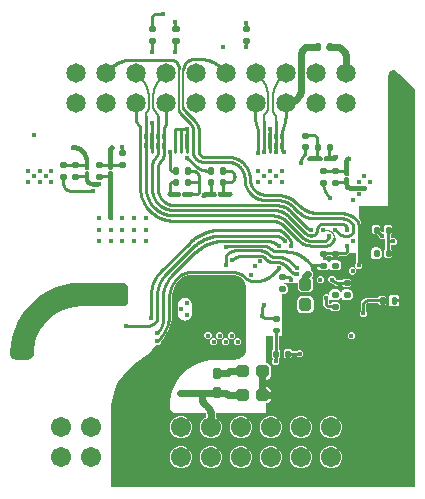
<source format=gbr>
G04 EAGLE Gerber RS-274X export*
G75*
%MOMM*%
%FSLAX34Y34*%
%LPD*%
%INBottom Copper*%
%IPPOS*%
%AMOC8*
5,1,8,0,0,1.08239X$1,22.5*%
G01*
%ADD10C,0.250000*%
%ADD11C,0.500000*%
%ADD12C,0.350000*%
%ADD13C,1.705100*%
%ADD14C,1.650000*%
%ADD15C,0.250000*%
%ADD16C,0.350000*%
%ADD17C,0.230000*%
%ADD18C,0.400000*%
%ADD19C,0.609600*%
%ADD20C,0.304800*%
%ADD21C,0.254000*%
%ADD22C,0.203200*%
%ADD23C,0.280000*%
%ADD24C,0.101600*%

G36*
X-85001Y-38005D02*
X-85001Y-38005D01*
X-85000Y-38004D01*
X-85000Y-38005D01*
X173000Y-38005D01*
X173005Y-38000D01*
X173004Y-38000D01*
X173005Y-38000D01*
X173005Y299154D01*
X173003Y299156D01*
X173003Y299157D01*
X162873Y308964D01*
X162872Y308964D01*
X155354Y315004D01*
X155352Y315004D01*
X155351Y315005D01*
X155000Y315005D01*
X154999Y315005D01*
X153887Y314880D01*
X153886Y314879D01*
X152829Y314510D01*
X152829Y314509D01*
X152828Y314509D01*
X151880Y313913D01*
X151879Y313913D01*
X151087Y313121D01*
X151087Y313120D01*
X150491Y312172D01*
X150491Y312171D01*
X150490Y312171D01*
X150121Y311114D01*
X150120Y311113D01*
X150120Y311111D01*
X150118Y311091D01*
X150117Y311086D01*
X150117Y311081D01*
X150116Y311076D01*
X150116Y311071D01*
X150115Y311066D01*
X150115Y311061D01*
X150114Y311056D01*
X150113Y311051D01*
X150111Y311032D01*
X150111Y311031D01*
X150111Y311027D01*
X150110Y311022D01*
X150110Y311017D01*
X150109Y311012D01*
X150108Y311007D01*
X150108Y311002D01*
X150107Y310997D01*
X150107Y310992D01*
X150105Y310972D01*
X150104Y310967D01*
X150103Y310962D01*
X150103Y310957D01*
X150102Y310952D01*
X150102Y310947D01*
X150101Y310942D01*
X150101Y310937D01*
X150100Y310932D01*
X150098Y310912D01*
X150097Y310907D01*
X150097Y310902D01*
X150096Y310897D01*
X150096Y310892D01*
X150095Y310887D01*
X150094Y310882D01*
X150094Y310878D01*
X150094Y310877D01*
X150093Y310873D01*
X150093Y310872D01*
X150091Y310853D01*
X150091Y310848D01*
X150090Y310843D01*
X150089Y310838D01*
X150089Y310833D01*
X150088Y310828D01*
X150088Y310823D01*
X150087Y310818D01*
X150087Y310813D01*
X150084Y310793D01*
X150084Y310788D01*
X150083Y310783D01*
X150083Y310778D01*
X150082Y310773D01*
X150082Y310768D01*
X150081Y310763D01*
X150080Y310758D01*
X150080Y310753D01*
X150078Y310733D01*
X150077Y310728D01*
X150077Y310723D01*
X150076Y310719D01*
X150076Y310718D01*
X150075Y310714D01*
X150075Y310713D01*
X150075Y310709D01*
X150074Y310704D01*
X150074Y310699D01*
X150073Y310694D01*
X150071Y310674D01*
X150070Y310669D01*
X150070Y310664D01*
X150069Y310659D01*
X150069Y310654D01*
X150068Y310649D01*
X150068Y310644D01*
X150067Y310639D01*
X150066Y310634D01*
X150064Y310609D01*
X150063Y310604D01*
X150063Y310599D01*
X150062Y310594D01*
X150061Y310589D01*
X150061Y310584D01*
X150060Y310579D01*
X150060Y310574D01*
X150057Y310550D01*
X150056Y310545D01*
X150056Y310540D01*
X150055Y310535D01*
X150055Y310530D01*
X150054Y310525D01*
X150054Y310520D01*
X150053Y310515D01*
X150050Y310490D01*
X150050Y310485D01*
X150049Y310480D01*
X150049Y310475D01*
X150048Y310470D01*
X150047Y310465D01*
X150047Y310460D01*
X150046Y310455D01*
X150044Y310430D01*
X150043Y310430D01*
X150043Y310425D01*
X150042Y310420D01*
X150042Y310415D01*
X150041Y310410D01*
X150041Y310405D01*
X150040Y310401D01*
X150040Y310400D01*
X150040Y310396D01*
X150040Y310395D01*
X150039Y310391D01*
X150037Y310371D01*
X150036Y310366D01*
X150036Y310361D01*
X150035Y310356D01*
X150035Y310351D01*
X150034Y310346D01*
X150033Y310341D01*
X150033Y310336D01*
X150032Y310331D01*
X150030Y310311D01*
X150030Y310306D01*
X150029Y310306D01*
X150030Y310306D01*
X150029Y310301D01*
X150028Y310296D01*
X150028Y310291D01*
X150027Y310286D01*
X150027Y310281D01*
X150026Y310276D01*
X150026Y310271D01*
X150023Y310251D01*
X150023Y310246D01*
X150022Y310242D01*
X150022Y310241D01*
X150022Y310237D01*
X150022Y310236D01*
X150021Y310232D01*
X150021Y310227D01*
X150020Y310222D01*
X150019Y310217D01*
X150019Y310212D01*
X150017Y310192D01*
X150016Y310187D01*
X150016Y310182D01*
X150015Y310182D01*
X150016Y310182D01*
X150015Y310177D01*
X150014Y310172D01*
X150014Y310167D01*
X150013Y310162D01*
X150013Y310157D01*
X150012Y310152D01*
X150010Y310132D01*
X150009Y310127D01*
X150009Y310122D01*
X150008Y310117D01*
X150008Y310112D01*
X150007Y310107D01*
X150007Y310102D01*
X150006Y310097D01*
X150005Y310092D01*
X150003Y310073D01*
X150003Y310068D01*
X150002Y310063D01*
X150002Y310058D01*
X150001Y310058D01*
X150002Y310058D01*
X150001Y310053D01*
X150000Y310048D01*
X150000Y310043D01*
X149999Y310038D01*
X149999Y310033D01*
X149996Y310013D01*
X149996Y310008D01*
X149995Y310003D01*
X149995Y310001D01*
X149995Y310000D01*
X149995Y200005D01*
X125000Y200005D01*
X124995Y200001D01*
X124995Y200000D01*
X124995Y189705D01*
X124997Y189703D01*
X124996Y189701D01*
X125495Y189203D01*
X125998Y188700D01*
X127261Y185650D01*
X127261Y151999D01*
X127263Y151998D01*
X127263Y151996D01*
X128011Y151247D01*
X128011Y148753D01*
X126247Y146989D01*
X123753Y146989D01*
X121989Y148753D01*
X121989Y151247D01*
X122737Y151996D01*
X122737Y151998D01*
X122739Y151999D01*
X122738Y151999D01*
X122739Y151999D01*
X122739Y160000D01*
X122734Y160005D01*
X117022Y160005D01*
X117020Y160003D01*
X117018Y160003D01*
X116461Y159039D01*
X113950Y157589D01*
X108789Y157589D01*
X108787Y157587D01*
X108785Y157587D01*
X107687Y156489D01*
X102313Y156489D01*
X101215Y157587D01*
X101212Y157588D01*
X101211Y157589D01*
X98789Y157589D01*
X98787Y157587D01*
X98785Y157587D01*
X97687Y156489D01*
X95000Y156489D01*
X94995Y156484D01*
X94995Y150005D01*
X85000Y150005D01*
X84995Y150001D01*
X84995Y150000D01*
X84995Y145748D01*
X84997Y145746D01*
X84996Y145744D01*
X86559Y144181D01*
X86559Y140819D01*
X84996Y139256D01*
X84996Y139254D01*
X84995Y139252D01*
X84995Y138973D01*
X84997Y138971D01*
X84996Y138969D01*
X86011Y137954D01*
X86011Y129046D01*
X83954Y126989D01*
X76046Y126989D01*
X73989Y129046D01*
X73989Y135000D01*
X73984Y135005D01*
X69266Y135005D01*
X69264Y135003D01*
X69262Y135004D01*
X68747Y134489D01*
X66253Y134489D01*
X65738Y135004D01*
X65736Y135004D01*
X65734Y135005D01*
X60000Y135005D01*
X59995Y135001D01*
X59995Y135000D01*
X59995Y130000D01*
X59995Y90005D01*
X57286Y90005D01*
X57281Y90001D01*
X57282Y90000D01*
X57281Y90000D01*
X57281Y78919D01*
X57283Y78917D01*
X57283Y78915D01*
X58511Y77687D01*
X58511Y72313D01*
X57283Y71085D01*
X57282Y71082D01*
X57281Y71081D01*
X57281Y70479D01*
X57283Y70478D01*
X57283Y70476D01*
X58011Y69747D01*
X58011Y67253D01*
X56247Y65489D01*
X53753Y65489D01*
X51989Y67253D01*
X51989Y69747D01*
X52717Y70476D01*
X52718Y70478D01*
X52719Y70479D01*
X52719Y71081D01*
X52717Y71083D01*
X52717Y71085D01*
X51489Y72313D01*
X51489Y77687D01*
X52717Y78915D01*
X52717Y78917D01*
X52719Y78918D01*
X52719Y78919D01*
X52719Y90000D01*
X52714Y90005D01*
X46500Y90005D01*
X46495Y90001D01*
X46495Y90000D01*
X46495Y67000D01*
X46499Y66995D01*
X46500Y66996D01*
X46500Y66995D01*
X47092Y66995D01*
X48235Y66689D01*
X49260Y66097D01*
X50097Y65260D01*
X50689Y64235D01*
X50995Y63092D01*
X50995Y60005D01*
X46500Y60005D01*
X46495Y60001D01*
X46495Y60000D01*
X46499Y59995D01*
X46500Y59995D01*
X50995Y59995D01*
X50995Y56908D01*
X50689Y55765D01*
X50097Y54740D01*
X49260Y53903D01*
X48235Y53311D01*
X47092Y53005D01*
X46500Y53005D01*
X46495Y53000D01*
X46495Y47000D01*
X46499Y46995D01*
X46500Y46996D01*
X46500Y46995D01*
X47092Y46995D01*
X48235Y46689D01*
X49260Y46097D01*
X50097Y45260D01*
X50689Y44235D01*
X50995Y43092D01*
X50995Y40005D01*
X46500Y40005D01*
X46495Y40001D01*
X46495Y40000D01*
X46499Y39995D01*
X46500Y39995D01*
X50995Y39995D01*
X50995Y36908D01*
X50689Y35765D01*
X50097Y34740D01*
X49260Y33903D01*
X48235Y33311D01*
X47092Y33005D01*
X46500Y33005D01*
X46495Y33000D01*
X46495Y25005D01*
X4064Y25005D01*
X4059Y25001D01*
X4060Y25000D01*
X4059Y25000D01*
X4059Y21344D01*
X4062Y21342D01*
X4062Y21340D01*
X5402Y20785D01*
X8085Y18102D01*
X9537Y14597D01*
X9537Y10803D01*
X8085Y7298D01*
X5402Y4615D01*
X1897Y3163D01*
X-1897Y3163D01*
X-5402Y4615D01*
X-8085Y7298D01*
X-9537Y10803D01*
X-9537Y14597D01*
X-8085Y18102D01*
X-5402Y20785D01*
X-4062Y21340D01*
X-4061Y21343D01*
X-4059Y21344D01*
X-4059Y23379D01*
X-4149Y24292D01*
X-4150Y24293D01*
X-4149Y24293D01*
X-4443Y25002D01*
X-4446Y25004D01*
X-4448Y25005D01*
X-30000Y25005D01*
X-31111Y25130D01*
X-32167Y25500D01*
X-33114Y26095D01*
X-33905Y26886D01*
X-34500Y27833D01*
X-34870Y28889D01*
X-34995Y30000D01*
X-34994Y30016D01*
X-34992Y30040D01*
X-34990Y30075D01*
X-34988Y30110D01*
X-34986Y30135D01*
X-34984Y30170D01*
X-34982Y30204D01*
X-34980Y30229D01*
X-34978Y30264D01*
X-34975Y30299D01*
X-34973Y30334D01*
X-34972Y30358D01*
X-34969Y30393D01*
X-34967Y30428D01*
X-34965Y30453D01*
X-34963Y30488D01*
X-34961Y30522D01*
X-34959Y30547D01*
X-34957Y30582D01*
X-34955Y30617D01*
X-34952Y30652D01*
X-34951Y30676D01*
X-34948Y30711D01*
X-34946Y30746D01*
X-34945Y30771D01*
X-34944Y30771D01*
X-34942Y30806D01*
X-34940Y30840D01*
X-34938Y30865D01*
X-34936Y30900D01*
X-34934Y30935D01*
X-34931Y30970D01*
X-34930Y30994D01*
X-34928Y31029D01*
X-34925Y31064D01*
X-34924Y31089D01*
X-34921Y31124D01*
X-34919Y31158D01*
X-34917Y31183D01*
X-34915Y31218D01*
X-34913Y31253D01*
X-34911Y31278D01*
X-34909Y31312D01*
X-34907Y31347D01*
X-34904Y31382D01*
X-34903Y31407D01*
X-34901Y31442D01*
X-34898Y31476D01*
X-34897Y31501D01*
X-34894Y31536D01*
X-34892Y31571D01*
X-34890Y31596D01*
X-34888Y31630D01*
X-34886Y31665D01*
X-34884Y31700D01*
X-34882Y31725D01*
X-34880Y31760D01*
X-34877Y31794D01*
X-34876Y31819D01*
X-34874Y31854D01*
X-34873Y31854D01*
X-34874Y31854D01*
X-34871Y31889D01*
X-34870Y31914D01*
X-34867Y31948D01*
X-34865Y31983D01*
X-34863Y32008D01*
X-34861Y32043D01*
X-34859Y32078D01*
X-34857Y32112D01*
X-34855Y32137D01*
X-34853Y32172D01*
X-34850Y32207D01*
X-34849Y32232D01*
X-34846Y32266D01*
X-34844Y32301D01*
X-34843Y32326D01*
X-34840Y32361D01*
X-34838Y32396D01*
X-34836Y32430D01*
X-34834Y32455D01*
X-34832Y32490D01*
X-34830Y32525D01*
X-34828Y32550D01*
X-34826Y32584D01*
X-34823Y32619D01*
X-34822Y32644D01*
X-34819Y32679D01*
X-34817Y32714D01*
X-34816Y32738D01*
X-34816Y32739D01*
X-34813Y32773D01*
X-34811Y32808D01*
X-34809Y32843D01*
X-34807Y32868D01*
X-34805Y32902D01*
X-34803Y32937D01*
X-34802Y32937D01*
X-34803Y32937D01*
X-34801Y32962D01*
X-34799Y32997D01*
X-34796Y33032D01*
X-34795Y33056D01*
X-34795Y33057D01*
X-34792Y33091D01*
X-34790Y33126D01*
X-34788Y33161D01*
X-34786Y33186D01*
X-34784Y33220D01*
X-34782Y33255D01*
X-34780Y33280D01*
X-34778Y33315D01*
X-34775Y33350D01*
X-34774Y33374D01*
X-34774Y33375D01*
X-34772Y33409D01*
X-34769Y33444D01*
X-34767Y33479D01*
X-34765Y33504D01*
X-34763Y33538D01*
X-34761Y33573D01*
X-34759Y33598D01*
X-34757Y33633D01*
X-34755Y33668D01*
X-34753Y33692D01*
X-34753Y33693D01*
X-34751Y33727D01*
X-34748Y33762D01*
X-34747Y33787D01*
X-34745Y33822D01*
X-34742Y33856D01*
X-34740Y33891D01*
X-34738Y33916D01*
X-34736Y33951D01*
X-34734Y33986D01*
X-34732Y34010D01*
X-34732Y34011D01*
X-34730Y34045D01*
X-34728Y34080D01*
X-34726Y34105D01*
X-34724Y34140D01*
X-34721Y34174D01*
X-34719Y34209D01*
X-34718Y34234D01*
X-34717Y34234D01*
X-34718Y34234D01*
X-34715Y34269D01*
X-34713Y34304D01*
X-34711Y34328D01*
X-34711Y34329D01*
X-34709Y34363D01*
X-34707Y34398D01*
X-34705Y34423D01*
X-34703Y34458D01*
X-34701Y34492D01*
X-34699Y34517D01*
X-34697Y34552D01*
X-34694Y34587D01*
X-34692Y34622D01*
X-34690Y34646D01*
X-34690Y34647D01*
X-34688Y34681D01*
X-34686Y34716D01*
X-34684Y34741D01*
X-34682Y34776D01*
X-34680Y34810D01*
X-34678Y34835D01*
X-34676Y34870D01*
X-34674Y34905D01*
X-34671Y34940D01*
X-34670Y34964D01*
X-34670Y34965D01*
X-34667Y34999D01*
X-34665Y35034D01*
X-34663Y35059D01*
X-34661Y35094D01*
X-34659Y35128D01*
X-34657Y35153D01*
X-34655Y35188D01*
X-34653Y35220D01*
X-34649Y35238D01*
X-34646Y35253D01*
X-34642Y35277D01*
X-34641Y35278D01*
X-34639Y35292D01*
X-34634Y35317D01*
X-34631Y35332D01*
X-34626Y35357D01*
X-34623Y35372D01*
X-34620Y35387D01*
X-34618Y35397D01*
X-34615Y35412D01*
X-34612Y35427D01*
X-34610Y35436D01*
X-34610Y35437D01*
X-34607Y35451D01*
X-34604Y35466D01*
X-34602Y35476D01*
X-34599Y35491D01*
X-34596Y35506D01*
X-34594Y35516D01*
X-34591Y35531D01*
X-34588Y35546D01*
X-34583Y35571D01*
X-34580Y35586D01*
X-34575Y35610D01*
X-34572Y35625D01*
X-34567Y35650D01*
X-34564Y35665D01*
X-34559Y35690D01*
X-34557Y35705D01*
X-34556Y35705D01*
X-34557Y35705D01*
X-34554Y35720D01*
X-34552Y35730D01*
X-34549Y35745D01*
X-34546Y35759D01*
X-34546Y35760D01*
X-34544Y35769D01*
X-34541Y35784D01*
X-34538Y35799D01*
X-34536Y35809D01*
X-34533Y35824D01*
X-34530Y35839D01*
X-34528Y35849D01*
X-34525Y35864D01*
X-34522Y35879D01*
X-34517Y35904D01*
X-34514Y35918D01*
X-34514Y35919D01*
X-34509Y35943D01*
X-34506Y35958D01*
X-34501Y35983D01*
X-34498Y35998D01*
X-34493Y36023D01*
X-34490Y36038D01*
X-34487Y36053D01*
X-34485Y36063D01*
X-34482Y36077D01*
X-34482Y36078D01*
X-34479Y36092D01*
X-34477Y36102D01*
X-34474Y36117D01*
X-34472Y36132D01*
X-34471Y36132D01*
X-34472Y36132D01*
X-34470Y36142D01*
X-34467Y36157D01*
X-34464Y36172D01*
X-34462Y36182D01*
X-34459Y36197D01*
X-34456Y36212D01*
X-34451Y36236D01*
X-34451Y36237D01*
X-34448Y36251D01*
X-34443Y36276D01*
X-34440Y36291D01*
X-34435Y36316D01*
X-34432Y36331D01*
X-34427Y36356D01*
X-34424Y36371D01*
X-34421Y36386D01*
X-34419Y36395D01*
X-34419Y36396D01*
X-34416Y36410D01*
X-34413Y36425D01*
X-34411Y36435D01*
X-34408Y36450D01*
X-34405Y36465D01*
X-34403Y36475D01*
X-34400Y36490D01*
X-34397Y36505D01*
X-34395Y36515D01*
X-34392Y36530D01*
X-34389Y36545D01*
X-34385Y36569D01*
X-34382Y36584D01*
X-34377Y36609D01*
X-34374Y36624D01*
X-34369Y36649D01*
X-34366Y36664D01*
X-34361Y36689D01*
X-34358Y36704D01*
X-34355Y36718D01*
X-34353Y36728D01*
X-34350Y36743D01*
X-34347Y36758D01*
X-34345Y36768D01*
X-34342Y36783D01*
X-34339Y36798D01*
X-34337Y36808D01*
X-34334Y36823D01*
X-34331Y36838D01*
X-34329Y36848D01*
X-34326Y36863D01*
X-34323Y36877D01*
X-34318Y36902D01*
X-34315Y36917D01*
X-34310Y36942D01*
X-34307Y36957D01*
X-34303Y36982D01*
X-34302Y36982D01*
X-34300Y36997D01*
X-34295Y37022D01*
X-34292Y37036D01*
X-34289Y37051D01*
X-34287Y37061D01*
X-34284Y37076D01*
X-34281Y37091D01*
X-34279Y37101D01*
X-34276Y37116D01*
X-34273Y37131D01*
X-34271Y37141D01*
X-34268Y37156D01*
X-34265Y37171D01*
X-34263Y37181D01*
X-34260Y37195D01*
X-34257Y37210D01*
X-34252Y37235D01*
X-34249Y37250D01*
X-34244Y37275D01*
X-34241Y37290D01*
X-34236Y37315D01*
X-34233Y37330D01*
X-34228Y37354D01*
X-34225Y37369D01*
X-34222Y37384D01*
X-34220Y37394D01*
X-34218Y37409D01*
X-34217Y37409D01*
X-34218Y37409D01*
X-34215Y37424D01*
X-34213Y37434D01*
X-34210Y37449D01*
X-34207Y37464D01*
X-34205Y37474D01*
X-34202Y37489D01*
X-34199Y37503D01*
X-34199Y37504D01*
X-34197Y37513D01*
X-34194Y37528D01*
X-34191Y37543D01*
X-34186Y37568D01*
X-34183Y37583D01*
X-34178Y37608D01*
X-34175Y37623D01*
X-34170Y37648D01*
X-34167Y37662D01*
X-34167Y37663D01*
X-34162Y37687D01*
X-34159Y37702D01*
X-34156Y37717D01*
X-34154Y37727D01*
X-34151Y37742D01*
X-34148Y37757D01*
X-34146Y37767D01*
X-34143Y37782D01*
X-34140Y37797D01*
X-34138Y37807D01*
X-34135Y37821D01*
X-34135Y37822D01*
X-34133Y37836D01*
X-34132Y37836D01*
X-34133Y37836D01*
X-34131Y37846D01*
X-34128Y37861D01*
X-34125Y37876D01*
X-34120Y37901D01*
X-34117Y37916D01*
X-34112Y37941D01*
X-34109Y37956D01*
X-34104Y37980D01*
X-34104Y37981D01*
X-34101Y37995D01*
X-34096Y38020D01*
X-34093Y38035D01*
X-34090Y38050D01*
X-34088Y38060D01*
X-34085Y38075D01*
X-34082Y38090D01*
X-34080Y38100D01*
X-34077Y38115D01*
X-34074Y38130D01*
X-34072Y38139D01*
X-34072Y38140D01*
X-34069Y38154D01*
X-34066Y38169D01*
X-34064Y38179D01*
X-34061Y38194D01*
X-34058Y38209D01*
X-34053Y38234D01*
X-34050Y38249D01*
X-34046Y38274D01*
X-34043Y38289D01*
X-34038Y38313D01*
X-34035Y38328D01*
X-34030Y38353D01*
X-34027Y38368D01*
X-34024Y38383D01*
X-34022Y38393D01*
X-34019Y38408D01*
X-34016Y38423D01*
X-34014Y38433D01*
X-34011Y38448D01*
X-34008Y38462D01*
X-34008Y38463D01*
X-34006Y38472D01*
X-34003Y38487D01*
X-34000Y38502D01*
X-33998Y38512D01*
X-33995Y38527D01*
X-33992Y38542D01*
X-33987Y38567D01*
X-33984Y38582D01*
X-33979Y38607D01*
X-33976Y38621D01*
X-33976Y38622D01*
X-33971Y38646D01*
X-33968Y38661D01*
X-33964Y38686D01*
X-33963Y38686D01*
X-33961Y38701D01*
X-33958Y38716D01*
X-33956Y38726D01*
X-33953Y38741D01*
X-33950Y38756D01*
X-33948Y38766D01*
X-33945Y38780D01*
X-33945Y38781D01*
X-33942Y38795D01*
X-33940Y38805D01*
X-33937Y38820D01*
X-33934Y38835D01*
X-33932Y38845D01*
X-33929Y38860D01*
X-33926Y38875D01*
X-33921Y38900D01*
X-33918Y38915D01*
X-33913Y38939D01*
X-33913Y38940D01*
X-33910Y38954D01*
X-33905Y38979D01*
X-33902Y38994D01*
X-33897Y39019D01*
X-33894Y39034D01*
X-33891Y39049D01*
X-33889Y39059D01*
X-33886Y39074D01*
X-33883Y39089D01*
X-33881Y39098D01*
X-33879Y39113D01*
X-33878Y39113D01*
X-33879Y39113D01*
X-33876Y39128D01*
X-33874Y39138D01*
X-33871Y39153D01*
X-33868Y39168D01*
X-33866Y39178D01*
X-33863Y39193D01*
X-33860Y39208D01*
X-33855Y39233D01*
X-33852Y39248D01*
X-33847Y39272D01*
X-33844Y39287D01*
X-33839Y39312D01*
X-33836Y39327D01*
X-33831Y39352D01*
X-33828Y39367D01*
X-33825Y39382D01*
X-33823Y39392D01*
X-33820Y39407D01*
X-33817Y39421D01*
X-33815Y39431D01*
X-33812Y39446D01*
X-33809Y39461D01*
X-33807Y39471D01*
X-33804Y39486D01*
X-33801Y39501D01*
X-33799Y39511D01*
X-33796Y39526D01*
X-33794Y39541D01*
X-33793Y39541D01*
X-33794Y39541D01*
X-33789Y39566D01*
X-33786Y39580D01*
X-33781Y39605D01*
X-33778Y39620D01*
X-33773Y39645D01*
X-33770Y39660D01*
X-33765Y39685D01*
X-33762Y39700D01*
X-33759Y39715D01*
X-33757Y39725D01*
X-33754Y39739D01*
X-33751Y39754D01*
X-33749Y39764D01*
X-33746Y39779D01*
X-33743Y39794D01*
X-33741Y39804D01*
X-33738Y39819D01*
X-33735Y39834D01*
X-33733Y39844D01*
X-33730Y39859D01*
X-33727Y39874D01*
X-33722Y39898D01*
X-33719Y39913D01*
X-33714Y39938D01*
X-33711Y39953D01*
X-33707Y39978D01*
X-33704Y39993D01*
X-33699Y40018D01*
X-33696Y40033D01*
X-33693Y40047D01*
X-33693Y40048D01*
X-33691Y40057D01*
X-33688Y40072D01*
X-33685Y40087D01*
X-33683Y40097D01*
X-33680Y40112D01*
X-33677Y40127D01*
X-33675Y40137D01*
X-33672Y40152D01*
X-33669Y40167D01*
X-33664Y40192D01*
X-33661Y40206D01*
X-33661Y40207D01*
X-33656Y40231D01*
X-33653Y40246D01*
X-33648Y40271D01*
X-33645Y40286D01*
X-33640Y40311D01*
X-33637Y40326D01*
X-33632Y40351D01*
X-31951Y45305D01*
X-29637Y49997D01*
X-26730Y54348D01*
X-23281Y58281D01*
X-19348Y61730D01*
X-14997Y64637D01*
X-10305Y66951D01*
X-5351Y68632D01*
X-220Y69653D01*
X5000Y69995D01*
X20000Y69995D01*
X21737Y70147D01*
X21738Y70147D01*
X23421Y70598D01*
X23422Y70599D01*
X25002Y71335D01*
X25002Y71336D01*
X25003Y71336D01*
X26431Y72335D01*
X26431Y72336D01*
X27664Y73569D01*
X27665Y73569D01*
X28664Y74997D01*
X28664Y74998D01*
X28665Y74998D01*
X29401Y76578D01*
X29402Y76579D01*
X29853Y78262D01*
X29853Y78263D01*
X29857Y78312D01*
X29867Y78426D01*
X29882Y78595D01*
X29907Y78878D01*
X29922Y79047D01*
X29932Y79162D01*
X29946Y79330D01*
X29971Y79614D01*
X29996Y79897D01*
X30005Y80000D01*
X30005Y130000D01*
X29777Y132605D01*
X29777Y132606D01*
X29100Y135132D01*
X28190Y137083D01*
X28189Y137084D01*
X28189Y137085D01*
X28057Y137217D01*
X27387Y137887D01*
X25405Y139514D01*
X25404Y139514D01*
X20689Y141467D01*
X20688Y141467D01*
X20688Y141468D01*
X18137Y141719D01*
X18136Y141719D01*
X-17136Y141719D01*
X-17137Y141719D01*
X-19688Y141468D01*
X-19689Y141467D01*
X-24404Y139514D01*
X-24405Y139514D01*
X-26387Y137887D01*
X-26447Y137826D01*
X-26448Y137826D01*
X-28441Y135553D01*
X-28441Y135552D01*
X-28442Y135552D01*
X-31459Y130327D01*
X-31459Y130326D01*
X-33021Y124497D01*
X-33021Y124496D01*
X-33021Y124493D01*
X-33024Y124458D01*
X-33026Y124423D01*
X-33027Y124398D01*
X-33030Y124364D01*
X-33030Y124363D01*
X-33032Y124329D01*
X-33034Y124294D01*
X-33036Y124269D01*
X-33038Y124234D01*
X-33040Y124200D01*
X-33041Y124200D01*
X-33040Y124199D01*
X-33042Y124175D01*
X-33044Y124140D01*
X-33047Y124105D01*
X-33048Y124080D01*
X-33051Y124046D01*
X-33051Y124045D01*
X-33053Y124011D01*
X-33055Y123976D01*
X-33057Y123951D01*
X-33059Y123916D01*
X-33061Y123882D01*
X-33061Y123881D01*
X-33063Y123857D01*
X-33065Y123822D01*
X-33068Y123787D01*
X-33069Y123762D01*
X-33071Y123728D01*
X-33071Y123727D01*
X-33074Y123693D01*
X-33076Y123658D01*
X-33078Y123633D01*
X-33080Y123598D01*
X-33082Y123564D01*
X-33082Y123563D01*
X-33084Y123539D01*
X-33086Y123504D01*
X-33088Y123469D01*
X-33090Y123444D01*
X-33092Y123410D01*
X-33092Y123409D01*
X-33095Y123375D01*
X-33097Y123340D01*
X-33098Y123315D01*
X-33101Y123280D01*
X-33103Y123246D01*
X-33103Y123245D01*
X-33105Y123221D01*
X-33107Y123186D01*
X-33109Y123151D01*
X-33111Y123126D01*
X-33113Y123092D01*
X-33113Y123091D01*
X-33115Y123057D01*
X-33118Y123022D01*
X-33119Y122997D01*
X-33122Y122962D01*
X-33124Y122928D01*
X-33124Y122927D01*
X-33125Y122903D01*
X-33126Y122903D01*
X-33128Y122868D01*
X-33130Y122833D01*
X-33132Y122808D01*
X-33134Y122774D01*
X-33134Y122773D01*
X-33136Y122739D01*
X-33139Y122704D01*
X-33140Y122679D01*
X-33142Y122644D01*
X-33145Y122610D01*
X-33145Y122609D01*
X-33146Y122585D01*
X-33149Y122550D01*
X-33151Y122515D01*
X-33153Y122480D01*
X-33155Y122456D01*
X-33155Y122455D01*
X-33157Y122421D01*
X-33159Y122386D01*
X-33161Y122361D01*
X-33163Y122326D01*
X-33166Y122292D01*
X-33166Y122291D01*
X-33167Y122267D01*
X-33169Y122232D01*
X-33172Y122197D01*
X-33174Y122162D01*
X-33176Y122138D01*
X-33176Y122137D01*
X-33178Y122103D01*
X-33180Y122068D01*
X-33182Y122043D01*
X-33184Y122008D01*
X-33186Y121974D01*
X-33186Y121973D01*
X-33188Y121949D01*
X-33190Y121914D01*
X-33193Y121879D01*
X-33195Y121844D01*
X-33196Y121820D01*
X-33197Y121819D01*
X-33196Y121819D01*
X-33199Y121785D01*
X-33201Y121750D01*
X-33203Y121725D01*
X-33205Y121690D01*
X-33207Y121656D01*
X-33207Y121655D01*
X-33209Y121631D01*
X-33211Y121596D01*
X-33213Y121561D01*
X-33216Y121526D01*
X-33217Y121502D01*
X-33217Y121501D01*
X-33219Y121479D01*
X-33219Y103741D01*
X-35434Y95473D01*
X-39714Y88060D01*
X-42071Y85703D01*
X-42487Y85287D01*
X-42487Y85285D01*
X-42488Y85284D01*
X-42489Y85283D01*
X-42489Y84253D01*
X-44253Y82489D01*
X-46239Y82489D01*
X-46241Y82487D01*
X-46243Y82487D01*
X-49611Y78466D01*
X-54538Y73905D01*
X-65468Y66103D01*
X-65468Y66102D01*
X-70396Y61541D01*
X-74708Y56394D01*
X-74708Y56393D01*
X-78335Y50742D01*
X-78334Y50741D01*
X-78335Y50741D01*
X-81217Y44677D01*
X-81217Y44676D01*
X-81218Y44676D01*
X-83310Y38296D01*
X-84580Y31702D01*
X-84579Y31702D01*
X-84580Y31701D01*
X-84580Y31691D01*
X-84584Y31637D01*
X-84587Y31587D01*
X-84587Y31582D01*
X-84590Y31532D01*
X-84591Y31527D01*
X-84594Y31478D01*
X-84597Y31423D01*
X-84601Y31368D01*
X-84604Y31319D01*
X-84604Y31314D01*
X-84607Y31264D01*
X-84608Y31259D01*
X-84611Y31209D01*
X-84611Y31204D01*
X-84614Y31155D01*
X-84618Y31100D01*
X-84621Y31045D01*
X-84624Y30996D01*
X-84625Y30991D01*
X-84628Y30941D01*
X-84628Y30936D01*
X-84631Y30886D01*
X-84632Y30881D01*
X-84635Y30832D01*
X-84638Y30777D01*
X-84642Y30722D01*
X-84645Y30673D01*
X-84645Y30668D01*
X-84648Y30618D01*
X-84649Y30613D01*
X-84652Y30563D01*
X-84655Y30509D01*
X-84659Y30454D01*
X-84662Y30399D01*
X-84665Y30350D01*
X-84666Y30345D01*
X-84669Y30295D01*
X-84669Y30290D01*
X-84672Y30240D01*
X-84676Y30186D01*
X-84679Y30131D01*
X-84682Y30081D01*
X-84683Y30077D01*
X-84683Y30076D01*
X-84686Y30027D01*
X-84686Y30022D01*
X-84689Y29972D01*
X-84690Y29967D01*
X-84693Y29918D01*
X-84693Y29917D01*
X-84696Y29863D01*
X-84700Y29808D01*
X-84703Y29759D01*
X-84703Y29758D01*
X-84703Y29754D01*
X-84703Y29753D01*
X-84706Y29704D01*
X-84707Y29699D01*
X-84710Y29649D01*
X-84710Y29644D01*
X-84713Y29595D01*
X-84713Y29594D01*
X-84717Y29540D01*
X-84720Y29485D01*
X-84723Y29436D01*
X-84723Y29435D01*
X-84724Y29431D01*
X-84727Y29381D01*
X-84727Y29376D01*
X-84730Y29326D01*
X-84734Y29272D01*
X-84737Y29217D01*
X-84740Y29167D01*
X-84741Y29167D01*
X-84740Y29167D01*
X-84741Y29162D01*
X-84744Y29113D01*
X-84744Y29108D01*
X-84747Y29058D01*
X-84748Y29053D01*
X-84751Y29003D01*
X-84754Y28949D01*
X-84758Y28894D01*
X-84761Y28844D01*
X-84761Y28839D01*
X-84764Y28790D01*
X-84765Y28785D01*
X-84768Y28735D01*
X-84768Y28730D01*
X-84771Y28680D01*
X-84775Y28626D01*
X-84778Y28571D01*
X-84781Y28521D01*
X-84782Y28521D01*
X-84781Y28521D01*
X-84782Y28516D01*
X-84785Y28467D01*
X-84785Y28462D01*
X-84788Y28412D01*
X-84792Y28357D01*
X-84795Y28303D01*
X-84799Y28248D01*
X-84802Y28198D01*
X-84802Y28193D01*
X-84805Y28144D01*
X-84806Y28139D01*
X-84809Y28089D01*
X-84812Y28034D01*
X-84816Y27980D01*
X-84819Y27930D01*
X-84819Y27925D01*
X-84822Y27875D01*
X-84823Y27875D01*
X-84822Y27875D01*
X-84823Y27870D01*
X-84826Y27821D01*
X-84826Y27816D01*
X-84829Y27766D01*
X-84833Y27711D01*
X-84836Y27657D01*
X-84840Y27607D01*
X-84840Y27602D01*
X-84843Y27552D01*
X-84843Y27547D01*
X-84846Y27498D01*
X-84847Y27493D01*
X-84850Y27443D01*
X-84853Y27388D01*
X-84857Y27334D01*
X-84860Y27284D01*
X-84860Y27279D01*
X-84863Y27229D01*
X-84864Y27229D01*
X-84863Y27229D01*
X-84864Y27224D01*
X-84867Y27175D01*
X-84870Y27120D01*
X-84874Y27065D01*
X-84877Y27016D01*
X-84877Y27011D01*
X-84881Y26961D01*
X-84881Y26956D01*
X-84884Y26906D01*
X-84884Y26901D01*
X-84887Y26852D01*
X-84891Y26797D01*
X-84894Y26742D01*
X-84898Y26693D01*
X-84898Y26688D01*
X-84901Y26638D01*
X-84901Y26633D01*
X-84904Y26583D01*
X-84905Y26583D01*
X-84904Y26583D01*
X-84905Y26578D01*
X-84908Y26529D01*
X-84911Y26474D01*
X-84915Y26420D01*
X-84915Y26419D01*
X-84918Y26370D01*
X-84918Y26365D01*
X-84922Y26315D01*
X-84922Y26310D01*
X-84925Y26261D01*
X-84925Y26260D01*
X-84928Y26206D01*
X-84932Y26151D01*
X-84935Y26097D01*
X-84935Y26096D01*
X-84939Y26047D01*
X-84939Y26042D01*
X-84942Y25992D01*
X-84942Y25987D01*
X-84945Y25938D01*
X-84946Y25938D01*
X-84945Y25937D01*
X-84949Y25883D01*
X-84952Y25828D01*
X-84956Y25779D01*
X-84956Y25778D01*
X-84956Y25774D01*
X-84959Y25724D01*
X-84959Y25719D01*
X-84963Y25669D01*
X-84963Y25664D01*
X-84966Y25615D01*
X-84969Y25560D01*
X-84973Y25505D01*
X-84976Y25456D01*
X-84976Y25451D01*
X-84980Y25401D01*
X-84980Y25396D01*
X-84983Y25346D01*
X-84983Y25341D01*
X-84986Y25292D01*
X-84987Y25292D01*
X-84986Y25292D01*
X-84990Y25237D01*
X-84993Y25182D01*
X-84997Y25133D01*
X-84997Y25128D01*
X-85000Y25078D01*
X-85000Y25073D01*
X-85004Y25023D01*
X-85005Y25000D01*
X-85005Y-38000D01*
X-85001Y-38005D01*
G37*
G36*
X-155000Y69995D02*
X-155000Y69995D01*
X-154999Y69995D01*
X-153887Y70120D01*
X-153886Y70121D01*
X-152829Y70490D01*
X-152829Y70491D01*
X-152828Y70491D01*
X-151880Y71087D01*
X-151879Y71087D01*
X-151087Y71879D01*
X-151087Y71880D01*
X-150491Y72828D01*
X-150491Y72829D01*
X-150490Y72829D01*
X-150121Y73886D01*
X-150120Y73887D01*
X-150120Y73890D01*
X-150120Y73895D01*
X-150117Y73920D01*
X-150116Y73925D01*
X-150116Y73930D01*
X-150115Y73935D01*
X-150115Y73940D01*
X-150114Y73940D01*
X-150115Y73940D01*
X-150114Y73945D01*
X-150113Y73949D01*
X-150113Y73950D01*
X-150113Y73954D01*
X-150113Y73955D01*
X-150110Y73979D01*
X-150109Y73984D01*
X-150109Y73989D01*
X-150108Y73994D01*
X-150108Y73999D01*
X-150107Y74004D01*
X-150107Y74009D01*
X-150106Y74014D01*
X-150106Y74019D01*
X-150103Y74039D01*
X-150103Y74044D01*
X-150102Y74049D01*
X-150102Y74054D01*
X-150101Y74059D01*
X-150101Y74064D01*
X-150100Y74064D01*
X-150101Y74064D01*
X-150100Y74069D01*
X-150099Y74074D01*
X-150099Y74079D01*
X-150097Y74099D01*
X-150096Y74104D01*
X-150095Y74108D01*
X-150095Y74109D01*
X-150095Y74113D01*
X-150095Y74114D01*
X-150094Y74118D01*
X-150094Y74123D01*
X-150093Y74128D01*
X-150093Y74133D01*
X-150092Y74138D01*
X-150090Y74158D01*
X-150089Y74163D01*
X-150089Y74168D01*
X-150088Y74173D01*
X-150088Y74178D01*
X-150087Y74183D01*
X-150087Y74188D01*
X-150086Y74188D01*
X-150087Y74188D01*
X-150086Y74193D01*
X-150085Y74198D01*
X-150083Y74218D01*
X-150083Y74223D01*
X-150082Y74228D01*
X-150081Y74233D01*
X-150081Y74238D01*
X-150080Y74243D01*
X-150080Y74248D01*
X-150079Y74253D01*
X-150079Y74258D01*
X-150076Y74277D01*
X-150076Y74282D01*
X-150075Y74287D01*
X-150075Y74292D01*
X-150074Y74297D01*
X-150074Y74302D01*
X-150073Y74307D01*
X-150073Y74312D01*
X-150072Y74312D01*
X-150073Y74312D01*
X-150072Y74317D01*
X-150070Y74337D01*
X-150069Y74342D01*
X-150069Y74347D01*
X-150068Y74352D01*
X-150067Y74357D01*
X-150067Y74362D01*
X-150066Y74367D01*
X-150066Y74372D01*
X-150065Y74377D01*
X-150063Y74397D01*
X-150062Y74402D01*
X-150062Y74407D01*
X-150061Y74412D01*
X-150061Y74417D01*
X-150060Y74422D01*
X-150060Y74426D01*
X-150060Y74427D01*
X-150059Y74431D01*
X-150059Y74432D01*
X-150059Y74436D01*
X-150058Y74436D01*
X-150059Y74436D01*
X-150056Y74456D01*
X-150056Y74461D01*
X-150055Y74466D01*
X-150055Y74471D01*
X-150054Y74476D01*
X-150053Y74481D01*
X-150053Y74486D01*
X-150052Y74491D01*
X-150052Y74496D01*
X-150049Y74521D01*
X-150048Y74526D01*
X-150048Y74531D01*
X-150047Y74536D01*
X-150047Y74541D01*
X-150046Y74546D01*
X-150046Y74551D01*
X-150045Y74556D01*
X-150042Y74581D01*
X-150042Y74585D01*
X-150042Y74586D01*
X-150041Y74590D01*
X-150041Y74591D01*
X-150041Y74595D01*
X-150040Y74600D01*
X-150039Y74605D01*
X-150039Y74610D01*
X-150038Y74615D01*
X-150036Y74640D01*
X-150035Y74645D01*
X-150034Y74650D01*
X-150034Y74655D01*
X-150033Y74660D01*
X-150033Y74665D01*
X-150032Y74670D01*
X-150032Y74675D01*
X-150029Y74700D01*
X-150028Y74705D01*
X-150028Y74710D01*
X-150027Y74715D01*
X-150027Y74720D01*
X-150026Y74725D01*
X-150025Y74730D01*
X-150025Y74735D01*
X-150024Y74740D01*
X-150022Y74759D01*
X-150022Y74764D01*
X-150021Y74769D01*
X-150020Y74774D01*
X-150020Y74779D01*
X-150019Y74784D01*
X-150019Y74789D01*
X-150018Y74794D01*
X-150018Y74799D01*
X-150015Y74819D01*
X-150015Y74824D01*
X-150014Y74829D01*
X-150014Y74834D01*
X-150013Y74839D01*
X-150013Y74844D01*
X-150012Y74849D01*
X-150011Y74854D01*
X-150011Y74859D01*
X-150009Y74879D01*
X-150008Y74884D01*
X-150008Y74889D01*
X-150007Y74894D01*
X-150006Y74899D01*
X-150006Y74903D01*
X-150006Y74904D01*
X-150005Y74908D01*
X-150005Y74909D01*
X-150005Y74913D01*
X-150004Y74918D01*
X-150002Y74938D01*
X-150001Y74943D01*
X-150001Y74948D01*
X-150000Y74953D01*
X-150000Y74958D01*
X-149999Y74963D01*
X-149999Y74968D01*
X-149998Y74973D01*
X-149997Y74978D01*
X-149995Y74998D01*
X-149995Y74999D01*
X-149995Y75000D01*
X-149994Y75023D01*
X-149992Y75048D01*
X-149990Y75082D01*
X-149987Y75117D01*
X-149986Y75142D01*
X-149983Y75177D01*
X-149981Y75212D01*
X-149979Y75246D01*
X-149977Y75271D01*
X-149975Y75306D01*
X-149973Y75341D01*
X-149971Y75366D01*
X-149969Y75400D01*
X-149967Y75435D01*
X-149966Y75435D01*
X-149967Y75435D01*
X-149965Y75460D01*
X-149963Y75495D01*
X-149960Y75530D01*
X-149958Y75564D01*
X-149956Y75589D01*
X-149954Y75624D01*
X-149952Y75659D01*
X-149950Y75684D01*
X-149948Y75718D01*
X-149946Y75753D01*
X-149944Y75778D01*
X-149942Y75813D01*
X-149939Y75848D01*
X-149938Y75872D01*
X-149936Y75907D01*
X-149933Y75942D01*
X-149931Y75977D01*
X-149929Y76002D01*
X-149927Y76036D01*
X-149925Y76071D01*
X-149923Y76096D01*
X-149921Y76131D01*
X-149919Y76166D01*
X-149917Y76190D01*
X-149915Y76225D01*
X-149912Y76260D01*
X-149910Y76295D01*
X-149909Y76320D01*
X-149906Y76354D01*
X-149904Y76389D01*
X-149902Y76414D01*
X-149900Y76449D01*
X-149898Y76484D01*
X-149896Y76508D01*
X-149894Y76543D01*
X-149892Y76578D01*
X-149890Y76603D01*
X-149888Y76638D01*
X-149885Y76672D01*
X-149883Y76707D01*
X-149882Y76732D01*
X-149881Y76732D01*
X-149879Y76767D01*
X-149877Y76802D01*
X-149875Y76826D01*
X-149873Y76861D01*
X-149871Y76896D01*
X-149869Y76921D01*
X-149867Y76956D01*
X-149865Y76990D01*
X-149862Y77025D01*
X-149861Y77050D01*
X-149858Y77085D01*
X-149856Y77120D01*
X-149854Y77144D01*
X-149852Y77179D01*
X-149850Y77214D01*
X-149848Y77239D01*
X-149846Y77274D01*
X-149844Y77308D01*
X-149841Y77343D01*
X-149840Y77368D01*
X-149838Y77403D01*
X-149835Y77438D01*
X-149834Y77462D01*
X-149831Y77497D01*
X-149829Y77532D01*
X-149827Y77557D01*
X-149825Y77592D01*
X-149823Y77626D01*
X-149821Y77651D01*
X-149819Y77686D01*
X-149817Y77721D01*
X-149814Y77756D01*
X-149813Y77780D01*
X-149811Y77815D01*
X-149810Y77815D01*
X-149811Y77815D01*
X-149808Y77850D01*
X-149807Y77875D01*
X-149804Y77910D01*
X-149802Y77944D01*
X-149800Y77969D01*
X-149798Y78004D01*
X-149796Y78039D01*
X-149794Y78074D01*
X-149792Y78098D01*
X-149790Y78133D01*
X-149787Y78168D01*
X-149786Y78193D01*
X-149783Y78228D01*
X-149781Y78262D01*
X-149780Y78287D01*
X-149777Y78322D01*
X-149775Y78357D01*
X-149773Y78382D01*
X-149771Y78416D01*
X-149769Y78451D01*
X-149767Y78486D01*
X-149765Y78511D01*
X-149763Y78546D01*
X-149760Y78580D01*
X-149759Y78605D01*
X-149756Y78640D01*
X-149754Y78675D01*
X-149753Y78700D01*
X-149750Y78734D01*
X-149748Y78769D01*
X-149746Y78804D01*
X-149744Y78829D01*
X-149742Y78864D01*
X-149740Y78898D01*
X-149739Y78898D01*
X-149740Y78898D01*
X-149738Y78923D01*
X-149736Y78958D01*
X-149733Y78993D01*
X-149732Y79018D01*
X-149729Y79052D01*
X-149727Y79087D01*
X-149723Y79147D01*
X-149721Y79182D01*
X-149719Y79216D01*
X-149717Y79241D01*
X-149715Y79276D01*
X-149712Y79311D01*
X-149711Y79336D01*
X-149709Y79370D01*
X-149706Y79405D01*
X-149705Y79430D01*
X-149702Y79465D01*
X-149700Y79500D01*
X-149698Y79534D01*
X-149696Y79559D01*
X-149694Y79594D01*
X-149692Y79629D01*
X-149690Y79654D01*
X-149688Y79688D01*
X-149685Y79723D01*
X-149684Y79748D01*
X-149682Y79783D01*
X-149679Y79818D01*
X-149677Y79852D01*
X-149675Y79877D01*
X-149673Y79912D01*
X-149671Y79947D01*
X-149669Y79972D01*
X-149667Y80006D01*
X-149665Y80041D01*
X-149663Y80066D01*
X-149661Y80101D01*
X-149658Y80136D01*
X-149657Y80160D01*
X-149655Y80195D01*
X-149654Y80195D01*
X-149655Y80195D01*
X-149653Y80220D01*
X-149652Y80225D01*
X-149649Y80240D01*
X-149646Y80255D01*
X-149644Y80265D01*
X-149641Y80280D01*
X-149638Y80295D01*
X-149636Y80305D01*
X-149633Y80319D01*
X-149630Y80334D01*
X-149628Y80344D01*
X-149625Y80359D01*
X-149622Y80374D01*
X-149620Y80384D01*
X-149617Y80399D01*
X-149614Y80414D01*
X-149609Y80439D01*
X-149606Y80454D01*
X-149602Y80478D01*
X-149599Y80493D01*
X-149594Y80518D01*
X-149591Y80533D01*
X-149586Y80558D01*
X-149583Y80573D01*
X-149580Y80588D01*
X-149578Y80598D01*
X-149575Y80613D01*
X-149572Y80627D01*
X-149572Y80628D01*
X-149570Y80637D01*
X-149567Y80652D01*
X-149564Y80667D01*
X-149562Y80677D01*
X-149559Y80692D01*
X-149556Y80707D01*
X-149554Y80717D01*
X-149551Y80732D01*
X-149548Y80747D01*
X-149543Y80772D01*
X-149540Y80786D01*
X-149540Y80787D01*
X-149535Y80811D01*
X-149532Y80826D01*
X-149527Y80851D01*
X-149524Y80866D01*
X-149520Y80891D01*
X-149519Y80891D01*
X-149517Y80906D01*
X-149514Y80921D01*
X-149512Y80931D01*
X-149509Y80945D01*
X-149509Y80946D01*
X-149506Y80960D01*
X-149504Y80970D01*
X-149501Y80985D01*
X-149498Y81000D01*
X-149496Y81010D01*
X-149493Y81025D01*
X-149490Y81040D01*
X-149488Y81050D01*
X-149485Y81065D01*
X-149482Y81080D01*
X-149477Y81104D01*
X-149477Y81105D01*
X-149474Y81119D01*
X-149469Y81144D01*
X-149466Y81159D01*
X-149461Y81184D01*
X-149458Y81199D01*
X-149453Y81224D01*
X-149450Y81239D01*
X-149447Y81254D01*
X-149445Y81263D01*
X-149445Y81264D01*
X-149442Y81278D01*
X-149439Y81293D01*
X-149437Y81303D01*
X-149435Y81318D01*
X-149434Y81318D01*
X-149435Y81318D01*
X-149432Y81333D01*
X-149430Y81343D01*
X-149427Y81358D01*
X-149424Y81373D01*
X-149422Y81383D01*
X-149419Y81398D01*
X-149416Y81413D01*
X-149411Y81437D01*
X-149408Y81452D01*
X-149403Y81477D01*
X-149400Y81492D01*
X-149395Y81517D01*
X-149392Y81532D01*
X-149387Y81557D01*
X-149384Y81572D01*
X-149381Y81586D01*
X-149381Y81587D01*
X-149379Y81596D01*
X-149376Y81611D01*
X-149373Y81626D01*
X-149371Y81636D01*
X-149368Y81651D01*
X-149365Y81666D01*
X-149363Y81676D01*
X-149360Y81691D01*
X-149357Y81706D01*
X-149355Y81716D01*
X-149352Y81731D01*
X-149350Y81745D01*
X-149349Y81745D01*
X-149350Y81746D01*
X-149345Y81770D01*
X-149342Y81785D01*
X-149337Y81810D01*
X-149334Y81825D01*
X-149329Y81850D01*
X-149326Y81865D01*
X-149321Y81890D01*
X-149318Y81904D01*
X-149318Y81905D01*
X-149315Y81919D01*
X-149313Y81929D01*
X-149310Y81944D01*
X-149307Y81959D01*
X-149305Y81969D01*
X-149302Y81984D01*
X-149299Y81999D01*
X-149297Y82009D01*
X-149294Y82024D01*
X-149291Y82039D01*
X-149289Y82049D01*
X-149286Y82063D01*
X-149286Y82064D01*
X-149283Y82078D01*
X-149278Y82103D01*
X-149275Y82118D01*
X-149270Y82143D01*
X-149267Y82158D01*
X-149263Y82183D01*
X-149260Y82198D01*
X-149255Y82222D01*
X-149255Y82223D01*
X-149252Y82237D01*
X-149249Y82252D01*
X-149247Y82262D01*
X-149244Y82277D01*
X-149241Y82292D01*
X-149239Y82302D01*
X-149236Y82317D01*
X-149233Y82332D01*
X-149231Y82342D01*
X-149228Y82357D01*
X-149225Y82372D01*
X-149223Y82381D01*
X-149220Y82396D01*
X-149217Y82411D01*
X-149212Y82436D01*
X-149209Y82451D01*
X-149204Y82476D01*
X-149201Y82491D01*
X-149196Y82516D01*
X-149193Y82531D01*
X-149188Y82555D01*
X-149185Y82570D01*
X-149182Y82585D01*
X-149181Y82595D01*
X-149180Y82595D01*
X-149178Y82610D01*
X-149175Y82625D01*
X-149173Y82635D01*
X-149170Y82650D01*
X-149167Y82665D01*
X-149165Y82675D01*
X-149162Y82690D01*
X-149159Y82704D01*
X-149157Y82714D01*
X-149154Y82729D01*
X-149151Y82744D01*
X-149146Y82769D01*
X-149143Y82784D01*
X-149138Y82809D01*
X-149135Y82824D01*
X-149130Y82849D01*
X-149127Y82863D01*
X-149122Y82888D01*
X-149119Y82903D01*
X-149116Y82918D01*
X-149114Y82928D01*
X-149111Y82943D01*
X-149108Y82958D01*
X-149106Y82968D01*
X-149103Y82983D01*
X-149100Y82998D01*
X-149098Y83008D01*
X-149096Y83022D01*
X-149095Y83022D01*
X-149096Y83022D01*
X-149093Y83037D01*
X-149091Y83047D01*
X-149088Y83062D01*
X-149085Y83077D01*
X-149080Y83102D01*
X-149077Y83117D01*
X-149072Y83142D01*
X-149069Y83157D01*
X-149064Y83181D01*
X-149061Y83196D01*
X-149056Y83221D01*
X-149053Y83236D01*
X-149050Y83251D01*
X-149048Y83261D01*
X-149045Y83276D01*
X-149042Y83291D01*
X-149040Y83301D01*
X-149037Y83316D01*
X-149034Y83330D01*
X-149034Y83331D01*
X-149032Y83340D01*
X-149029Y83355D01*
X-149026Y83370D01*
X-149024Y83380D01*
X-149021Y83395D01*
X-149018Y83410D01*
X-149013Y83435D01*
X-149011Y83450D01*
X-149010Y83450D01*
X-149011Y83450D01*
X-149006Y83475D01*
X-149003Y83489D01*
X-149003Y83490D01*
X-148998Y83514D01*
X-148995Y83529D01*
X-148990Y83554D01*
X-148987Y83569D01*
X-148984Y83584D01*
X-148982Y83594D01*
X-148979Y83609D01*
X-148976Y83624D01*
X-148974Y83634D01*
X-148971Y83648D01*
X-148971Y83649D01*
X-148968Y83663D01*
X-148966Y83673D01*
X-148963Y83688D01*
X-148960Y83703D01*
X-148958Y83713D01*
X-148955Y83728D01*
X-148952Y83743D01*
X-148947Y83768D01*
X-148944Y83783D01*
X-148939Y83807D01*
X-148939Y83808D01*
X-148936Y83822D01*
X-148931Y83847D01*
X-148928Y83862D01*
X-148924Y83887D01*
X-148921Y83902D01*
X-148918Y83917D01*
X-148916Y83927D01*
X-148913Y83942D01*
X-148910Y83957D01*
X-148908Y83966D01*
X-148908Y83967D01*
X-148905Y83981D01*
X-148902Y83996D01*
X-148900Y84006D01*
X-148897Y84021D01*
X-148894Y84036D01*
X-148892Y84046D01*
X-148889Y84061D01*
X-148886Y84076D01*
X-148881Y84101D01*
X-148878Y84116D01*
X-148873Y84140D01*
X-148870Y84155D01*
X-148865Y84180D01*
X-148862Y84195D01*
X-148857Y84220D01*
X-148854Y84235D01*
X-148851Y84250D01*
X-148849Y84260D01*
X-148846Y84275D01*
X-148843Y84289D01*
X-148843Y84290D01*
X-148842Y84299D01*
X-148841Y84299D01*
X-148839Y84314D01*
X-148836Y84329D01*
X-148834Y84339D01*
X-148831Y84354D01*
X-148828Y84369D01*
X-148826Y84379D01*
X-148823Y84394D01*
X-148820Y84409D01*
X-148815Y84434D01*
X-148812Y84448D01*
X-148812Y84449D01*
X-148807Y84473D01*
X-148804Y84488D01*
X-148799Y84513D01*
X-148796Y84528D01*
X-148791Y84553D01*
X-148788Y84568D01*
X-148785Y84583D01*
X-148783Y84593D01*
X-148780Y84607D01*
X-148780Y84608D01*
X-148777Y84622D01*
X-148775Y84632D01*
X-148772Y84647D01*
X-148769Y84662D01*
X-148767Y84672D01*
X-148764Y84687D01*
X-148761Y84702D01*
X-148759Y84712D01*
X-148757Y84727D01*
X-148756Y84727D01*
X-148757Y84727D01*
X-148754Y84742D01*
X-148749Y84766D01*
X-148749Y84767D01*
X-148746Y84781D01*
X-148741Y84806D01*
X-148738Y84821D01*
X-148733Y84846D01*
X-148730Y84861D01*
X-148725Y84886D01*
X-148722Y84901D01*
X-148719Y84916D01*
X-148717Y84925D01*
X-148717Y84926D01*
X-148714Y84940D01*
X-148711Y84955D01*
X-148709Y84965D01*
X-148706Y84980D01*
X-148703Y84995D01*
X-148701Y85005D01*
X-148698Y85020D01*
X-148695Y85035D01*
X-148693Y85045D01*
X-148690Y85060D01*
X-148687Y85075D01*
X-148682Y85099D01*
X-148679Y85114D01*
X-148674Y85139D01*
X-148672Y85154D01*
X-148671Y85154D01*
X-148672Y85154D01*
X-148667Y85179D01*
X-148664Y85194D01*
X-148659Y85219D01*
X-148656Y85234D01*
X-148653Y85248D01*
X-148651Y85258D01*
X-148648Y85273D01*
X-148645Y85288D01*
X-148643Y85298D01*
X-148640Y85313D01*
X-148637Y85328D01*
X-148635Y85338D01*
X-148632Y85351D01*
X-146951Y90305D01*
X-144637Y94997D01*
X-141730Y99348D01*
X-138281Y103281D01*
X-134348Y106730D01*
X-129997Y109637D01*
X-125305Y111951D01*
X-120351Y113632D01*
X-115220Y114653D01*
X-110000Y114995D01*
X-75000Y114995D01*
X-74999Y114995D01*
X-73887Y115120D01*
X-73886Y115121D01*
X-72829Y115490D01*
X-72829Y115491D01*
X-72828Y115491D01*
X-71880Y116087D01*
X-71879Y116087D01*
X-71087Y116879D01*
X-71087Y116880D01*
X-70491Y117828D01*
X-70491Y117829D01*
X-70490Y117829D01*
X-70121Y118886D01*
X-70120Y118887D01*
X-70120Y118892D01*
X-70119Y118897D01*
X-70119Y118902D01*
X-70118Y118907D01*
X-70116Y118927D01*
X-70115Y118932D01*
X-70115Y118937D01*
X-70114Y118942D01*
X-70114Y118946D01*
X-70114Y118947D01*
X-70113Y118951D01*
X-70113Y118952D01*
X-70113Y118956D01*
X-70112Y118961D01*
X-70111Y118966D01*
X-70109Y118986D01*
X-70109Y118991D01*
X-70108Y118996D01*
X-70108Y119001D01*
X-70107Y119006D01*
X-70106Y119011D01*
X-70106Y119016D01*
X-70105Y119021D01*
X-70105Y119026D01*
X-70103Y119046D01*
X-70102Y119051D01*
X-70101Y119056D01*
X-70101Y119061D01*
X-70100Y119066D01*
X-70100Y119071D01*
X-70099Y119076D01*
X-70099Y119081D01*
X-70098Y119086D01*
X-70096Y119105D01*
X-70096Y119106D01*
X-70095Y119110D01*
X-70095Y119111D01*
X-70095Y119115D01*
X-70094Y119120D01*
X-70094Y119125D01*
X-70093Y119130D01*
X-70092Y119135D01*
X-70092Y119140D01*
X-70091Y119145D01*
X-70089Y119165D01*
X-70089Y119170D01*
X-70088Y119175D01*
X-70087Y119180D01*
X-70087Y119185D01*
X-70086Y119190D01*
X-70086Y119195D01*
X-70085Y119200D01*
X-70085Y119205D01*
X-70082Y119225D01*
X-70082Y119230D01*
X-70081Y119235D01*
X-70081Y119240D01*
X-70080Y119245D01*
X-70080Y119250D01*
X-70079Y119255D01*
X-70078Y119260D01*
X-70078Y119264D01*
X-70078Y119265D01*
X-70076Y119284D01*
X-70075Y119289D01*
X-70075Y119294D01*
X-70074Y119299D01*
X-70073Y119304D01*
X-70073Y119309D01*
X-70072Y119314D01*
X-70072Y119319D01*
X-70071Y119324D01*
X-70068Y119349D01*
X-70068Y119354D01*
X-70067Y119359D01*
X-70067Y119364D01*
X-70066Y119369D01*
X-70066Y119374D01*
X-70065Y119379D01*
X-70064Y119384D01*
X-70062Y119409D01*
X-70061Y119414D01*
X-70061Y119419D01*
X-70060Y119423D01*
X-70060Y119424D01*
X-70059Y119428D01*
X-70059Y119429D01*
X-70059Y119433D01*
X-70058Y119438D01*
X-70058Y119443D01*
X-70055Y119468D01*
X-70054Y119473D01*
X-70054Y119478D01*
X-70053Y119483D01*
X-70053Y119488D01*
X-70052Y119493D01*
X-70052Y119498D01*
X-70051Y119503D01*
X-70048Y119528D01*
X-70048Y119533D01*
X-70047Y119538D01*
X-70047Y119543D01*
X-70046Y119548D01*
X-70045Y119553D01*
X-70045Y119558D01*
X-70044Y119563D01*
X-70044Y119568D01*
X-70042Y119587D01*
X-70041Y119587D01*
X-70041Y119588D01*
X-70041Y119592D01*
X-70040Y119597D01*
X-70040Y119602D01*
X-70039Y119607D01*
X-70039Y119612D01*
X-70038Y119617D01*
X-70038Y119622D01*
X-70037Y119627D01*
X-70035Y119647D01*
X-70034Y119652D01*
X-70034Y119657D01*
X-70033Y119662D01*
X-70033Y119667D01*
X-70032Y119672D01*
X-70031Y119677D01*
X-70031Y119682D01*
X-70030Y119687D01*
X-70028Y119707D01*
X-70028Y119712D01*
X-70027Y119712D01*
X-70028Y119712D01*
X-70027Y119717D01*
X-70026Y119722D01*
X-70026Y119727D01*
X-70025Y119732D01*
X-70025Y119737D01*
X-70024Y119741D01*
X-70024Y119742D01*
X-70024Y119746D01*
X-70024Y119747D01*
X-70021Y119766D01*
X-70021Y119771D01*
X-70020Y119776D01*
X-70020Y119781D01*
X-70019Y119786D01*
X-70019Y119791D01*
X-70018Y119796D01*
X-70017Y119801D01*
X-70017Y119806D01*
X-70015Y119826D01*
X-70014Y119831D01*
X-70014Y119836D01*
X-70013Y119836D01*
X-70014Y119836D01*
X-70013Y119841D01*
X-70012Y119846D01*
X-70012Y119851D01*
X-70011Y119856D01*
X-70011Y119861D01*
X-70010Y119866D01*
X-70008Y119886D01*
X-70007Y119891D01*
X-70007Y119896D01*
X-70006Y119900D01*
X-70006Y119901D01*
X-70006Y119905D01*
X-70006Y119906D01*
X-70005Y119910D01*
X-70005Y119915D01*
X-70004Y119920D01*
X-70003Y119925D01*
X-70001Y119945D01*
X-70001Y119950D01*
X-70000Y119955D01*
X-70000Y119960D01*
X-69999Y119960D01*
X-70000Y119960D01*
X-69999Y119965D01*
X-69998Y119970D01*
X-69998Y119975D01*
X-69997Y119980D01*
X-69997Y119985D01*
X-69995Y119999D01*
X-69995Y120000D01*
X-69995Y130000D01*
X-69995Y130001D01*
X-70120Y131113D01*
X-70121Y131114D01*
X-70490Y132171D01*
X-70491Y132171D01*
X-70491Y132172D01*
X-71087Y133120D01*
X-71087Y133121D01*
X-71879Y133913D01*
X-71880Y133913D01*
X-72828Y134509D01*
X-72829Y134509D01*
X-72829Y134510D01*
X-73886Y134879D01*
X-73887Y134880D01*
X-74999Y135005D01*
X-75000Y135005D01*
X-110000Y135005D01*
X-110063Y135001D01*
X-110145Y134996D01*
X-110227Y134991D01*
X-110309Y134986D01*
X-110310Y134986D01*
X-110391Y134981D01*
X-110392Y134981D01*
X-110474Y134976D01*
X-110556Y134971D01*
X-110638Y134966D01*
X-110720Y134961D01*
X-110802Y134956D01*
X-110884Y134952D01*
X-110885Y134952D01*
X-110966Y134947D01*
X-110967Y134947D01*
X-111049Y134942D01*
X-111131Y134937D01*
X-111213Y134932D01*
X-111295Y134927D01*
X-111377Y134922D01*
X-111459Y134917D01*
X-111460Y134917D01*
X-111541Y134912D01*
X-111542Y134912D01*
X-111624Y134907D01*
X-111706Y134902D01*
X-111788Y134897D01*
X-111870Y134892D01*
X-111952Y134887D01*
X-112034Y134882D01*
X-112035Y134882D01*
X-112116Y134877D01*
X-112117Y134877D01*
X-112199Y134872D01*
X-112281Y134867D01*
X-112363Y134862D01*
X-112445Y134857D01*
X-112527Y134852D01*
X-112609Y134847D01*
X-112610Y134847D01*
X-112691Y134842D01*
X-112692Y134842D01*
X-112774Y134837D01*
X-112856Y134832D01*
X-112938Y134827D01*
X-113020Y134822D01*
X-113102Y134817D01*
X-113184Y134812D01*
X-113185Y134812D01*
X-113266Y134807D01*
X-113267Y134807D01*
X-113349Y134802D01*
X-113431Y134797D01*
X-113513Y134793D01*
X-113595Y134788D01*
X-113677Y134783D01*
X-113759Y134778D01*
X-113760Y134778D01*
X-113841Y134773D01*
X-113842Y134773D01*
X-113924Y134768D01*
X-114006Y134763D01*
X-114088Y134758D01*
X-114170Y134753D01*
X-114252Y134748D01*
X-114334Y134743D01*
X-114335Y134743D01*
X-114416Y134738D01*
X-114417Y134738D01*
X-114499Y134733D01*
X-114581Y134728D01*
X-114663Y134723D01*
X-114745Y134718D01*
X-114827Y134713D01*
X-114909Y134708D01*
X-114910Y134708D01*
X-114991Y134703D01*
X-114992Y134703D01*
X-115074Y134698D01*
X-115156Y134693D01*
X-115238Y134688D01*
X-115320Y134683D01*
X-115402Y134678D01*
X-115484Y134673D01*
X-115485Y134673D01*
X-115566Y134668D01*
X-115567Y134668D01*
X-115649Y134663D01*
X-115731Y134658D01*
X-115813Y134653D01*
X-115895Y134648D01*
X-115977Y134643D01*
X-116059Y134638D01*
X-116060Y134638D01*
X-116141Y134634D01*
X-116142Y134634D01*
X-116224Y134629D01*
X-116306Y134624D01*
X-116388Y134619D01*
X-116470Y134614D01*
X-116552Y134609D01*
X-116634Y134604D01*
X-116635Y134604D01*
X-116716Y134599D01*
X-116717Y134599D01*
X-116799Y134594D01*
X-116881Y134589D01*
X-116963Y134584D01*
X-117045Y134579D01*
X-117127Y134574D01*
X-117209Y134569D01*
X-117210Y134569D01*
X-117233Y134568D01*
X-117233Y134567D01*
X-124360Y133261D01*
X-131278Y131106D01*
X-131278Y131105D01*
X-131278Y131106D01*
X-137885Y128132D01*
X-137886Y128132D01*
X-144086Y124383D01*
X-144087Y124383D01*
X-149790Y119915D01*
X-149791Y119914D01*
X-154914Y114791D01*
X-154914Y114790D01*
X-154915Y114790D01*
X-159383Y109087D01*
X-159383Y109086D01*
X-163132Y102886D01*
X-163132Y102885D01*
X-166106Y96278D01*
X-166105Y96278D01*
X-166106Y96278D01*
X-168261Y89360D01*
X-169567Y82233D01*
X-169568Y82233D01*
X-169569Y82204D01*
X-169572Y82164D01*
X-169573Y82139D01*
X-169576Y82100D01*
X-169576Y82099D01*
X-169579Y82035D01*
X-169582Y81995D01*
X-169586Y81931D01*
X-169590Y81866D01*
X-169592Y81826D01*
X-169596Y81762D01*
X-169600Y81697D01*
X-169602Y81657D01*
X-169606Y81593D01*
X-169609Y81553D01*
X-169610Y81528D01*
X-169613Y81488D01*
X-169616Y81424D01*
X-169619Y81384D01*
X-169620Y81359D01*
X-169623Y81319D01*
X-169627Y81255D01*
X-169629Y81215D01*
X-169631Y81190D01*
X-169633Y81151D01*
X-169633Y81150D01*
X-169637Y81086D01*
X-169639Y81046D01*
X-169641Y81021D01*
X-169643Y80982D01*
X-169647Y80917D01*
X-169649Y80877D01*
X-169650Y80877D01*
X-169649Y80877D01*
X-169653Y80813D01*
X-169657Y80748D01*
X-169660Y80708D01*
X-169664Y80644D01*
X-169668Y80579D01*
X-169670Y80539D01*
X-169674Y80475D01*
X-169676Y80435D01*
X-169678Y80410D01*
X-169680Y80370D01*
X-169684Y80306D01*
X-169686Y80266D01*
X-169688Y80241D01*
X-169690Y80201D01*
X-169694Y80137D01*
X-169697Y80097D01*
X-169698Y80072D01*
X-169701Y80033D01*
X-169701Y80032D01*
X-169704Y79968D01*
X-169705Y79968D01*
X-169707Y79928D01*
X-169708Y79903D01*
X-169711Y79864D01*
X-169715Y79799D01*
X-169717Y79759D01*
X-169721Y79695D01*
X-169725Y79630D01*
X-169727Y79590D01*
X-169731Y79526D01*
X-169735Y79461D01*
X-169738Y79421D01*
X-169741Y79357D01*
X-169745Y79292D01*
X-169748Y79252D01*
X-169752Y79188D01*
X-169754Y79148D01*
X-169756Y79123D01*
X-169758Y79084D01*
X-169758Y79083D01*
X-169762Y79019D01*
X-169764Y78979D01*
X-169766Y78954D01*
X-169768Y78915D01*
X-169772Y78850D01*
X-169775Y78810D01*
X-169776Y78785D01*
X-169778Y78746D01*
X-169782Y78681D01*
X-169785Y78641D01*
X-169789Y78577D01*
X-169793Y78512D01*
X-169795Y78472D01*
X-169799Y78408D01*
X-169803Y78343D01*
X-169805Y78303D01*
X-169809Y78239D01*
X-169813Y78174D01*
X-169815Y78134D01*
X-169819Y78070D01*
X-169822Y78030D01*
X-169823Y78005D01*
X-169826Y77966D01*
X-169826Y77965D01*
X-169830Y77901D01*
X-169832Y77861D01*
X-169833Y77836D01*
X-169836Y77797D01*
X-169840Y77732D01*
X-169842Y77692D01*
X-169844Y77667D01*
X-169846Y77628D01*
X-169850Y77563D01*
X-169852Y77523D01*
X-169854Y77498D01*
X-169856Y77459D01*
X-169860Y77394D01*
X-169863Y77354D01*
X-169866Y77290D01*
X-169867Y77290D01*
X-169866Y77290D01*
X-169870Y77225D01*
X-169873Y77185D01*
X-169877Y77121D01*
X-169881Y77056D01*
X-169883Y77017D01*
X-169883Y77016D01*
X-169887Y76952D01*
X-169889Y76912D01*
X-169891Y76887D01*
X-169893Y76848D01*
X-169897Y76783D01*
X-169900Y76743D01*
X-169901Y76718D01*
X-169903Y76679D01*
X-169907Y76614D01*
X-169910Y76574D01*
X-169911Y76549D01*
X-169914Y76510D01*
X-169918Y76445D01*
X-169920Y76405D01*
X-169921Y76380D01*
X-169922Y76380D01*
X-169924Y76341D01*
X-169928Y76276D01*
X-169930Y76236D01*
X-169934Y76172D01*
X-169938Y76107D01*
X-169940Y76067D01*
X-169944Y76003D01*
X-169948Y75938D01*
X-169951Y75899D01*
X-169951Y75898D01*
X-169955Y75834D01*
X-169958Y75769D01*
X-169961Y75730D01*
X-169965Y75665D01*
X-169967Y75625D01*
X-169969Y75600D01*
X-169971Y75561D01*
X-169975Y75496D01*
X-169977Y75456D01*
X-169979Y75431D01*
X-169981Y75392D01*
X-169985Y75327D01*
X-169988Y75287D01*
X-169989Y75263D01*
X-169989Y75262D01*
X-169992Y75223D01*
X-169995Y75158D01*
X-169998Y75118D01*
X-170002Y75054D01*
X-170005Y75000D01*
X-170005Y74999D01*
X-169880Y73887D01*
X-169879Y73886D01*
X-169510Y72829D01*
X-169509Y72829D01*
X-169509Y72828D01*
X-168913Y71880D01*
X-168913Y71879D01*
X-168121Y71087D01*
X-168120Y71087D01*
X-167172Y70491D01*
X-167171Y70491D01*
X-167171Y70490D01*
X-166114Y70121D01*
X-166113Y70120D01*
X-165001Y69995D01*
X-165000Y69995D01*
X-155000Y69995D01*
X-155000Y69995D01*
G37*
%LPC*%
G36*
X99703Y3163D02*
X99703Y3163D01*
X96198Y4615D01*
X93515Y7298D01*
X92063Y10803D01*
X92063Y14597D01*
X93515Y18102D01*
X96198Y20785D01*
X99703Y22237D01*
X103497Y22237D01*
X107002Y20785D01*
X109685Y18102D01*
X111137Y14597D01*
X111137Y10803D01*
X109685Y7298D01*
X107002Y4615D01*
X103497Y3163D01*
X99703Y3163D01*
G37*
%LPD*%
%LPC*%
G36*
X23503Y3163D02*
X23503Y3163D01*
X19998Y4615D01*
X17315Y7298D01*
X15863Y10803D01*
X15863Y14597D01*
X17315Y18102D01*
X19998Y20785D01*
X23503Y22237D01*
X27297Y22237D01*
X30802Y20785D01*
X33485Y18102D01*
X34937Y14597D01*
X34937Y10803D01*
X33485Y7298D01*
X30802Y4615D01*
X27297Y3163D01*
X23503Y3163D01*
G37*
%LPD*%
%LPC*%
G36*
X74303Y3163D02*
X74303Y3163D01*
X70798Y4615D01*
X68115Y7298D01*
X66663Y10803D01*
X66663Y14597D01*
X68115Y18102D01*
X70798Y20785D01*
X74303Y22237D01*
X78097Y22237D01*
X81602Y20785D01*
X84285Y18102D01*
X85737Y14597D01*
X85737Y10803D01*
X84285Y7298D01*
X81602Y4615D01*
X78097Y3163D01*
X74303Y3163D01*
G37*
%LPD*%
%LPC*%
G36*
X99703Y-22237D02*
X99703Y-22237D01*
X96198Y-20785D01*
X93515Y-18102D01*
X92063Y-14597D01*
X92063Y-10803D01*
X93515Y-7298D01*
X96198Y-4615D01*
X99703Y-3163D01*
X103497Y-3163D01*
X107002Y-4615D01*
X109685Y-7298D01*
X111137Y-10803D01*
X111137Y-14597D01*
X109685Y-18102D01*
X107002Y-20785D01*
X103497Y-22237D01*
X99703Y-22237D01*
G37*
%LPD*%
%LPC*%
G36*
X74303Y-22237D02*
X74303Y-22237D01*
X70798Y-20785D01*
X68115Y-18102D01*
X66663Y-14597D01*
X66663Y-10803D01*
X68115Y-7298D01*
X70798Y-4615D01*
X74303Y-3163D01*
X78097Y-3163D01*
X81602Y-4615D01*
X84285Y-7298D01*
X85737Y-10803D01*
X85737Y-14597D01*
X84285Y-18102D01*
X81602Y-20785D01*
X78097Y-22237D01*
X74303Y-22237D01*
G37*
%LPD*%
%LPC*%
G36*
X48903Y-22237D02*
X48903Y-22237D01*
X45398Y-20785D01*
X42715Y-18102D01*
X41263Y-14597D01*
X41263Y-10803D01*
X42715Y-7298D01*
X45398Y-4615D01*
X48903Y-3163D01*
X52697Y-3163D01*
X56202Y-4615D01*
X58885Y-7298D01*
X60337Y-10803D01*
X60337Y-14597D01*
X58885Y-18102D01*
X56202Y-20785D01*
X52697Y-22237D01*
X48903Y-22237D01*
G37*
%LPD*%
%LPC*%
G36*
X23503Y-22237D02*
X23503Y-22237D01*
X19998Y-20785D01*
X17315Y-18102D01*
X15863Y-14597D01*
X15863Y-10803D01*
X17315Y-7298D01*
X19998Y-4615D01*
X23503Y-3163D01*
X27297Y-3163D01*
X30802Y-4615D01*
X33485Y-7298D01*
X34937Y-10803D01*
X34937Y-14597D01*
X33485Y-18102D01*
X30802Y-20785D01*
X27297Y-22237D01*
X23503Y-22237D01*
G37*
%LPD*%
%LPC*%
G36*
X-27297Y3163D02*
X-27297Y3163D01*
X-30802Y4615D01*
X-33485Y7298D01*
X-34937Y10803D01*
X-34937Y14597D01*
X-33485Y18102D01*
X-30802Y20785D01*
X-27297Y22237D01*
X-23503Y22237D01*
X-19998Y20785D01*
X-17315Y18102D01*
X-15863Y14597D01*
X-15863Y10803D01*
X-17315Y7298D01*
X-19998Y4615D01*
X-23503Y3163D01*
X-27297Y3163D01*
G37*
%LPD*%
%LPC*%
G36*
X-27297Y-22237D02*
X-27297Y-22237D01*
X-30802Y-20785D01*
X-33485Y-18102D01*
X-34937Y-14597D01*
X-34937Y-10803D01*
X-33485Y-7298D01*
X-30802Y-4615D01*
X-27297Y-3163D01*
X-23503Y-3163D01*
X-19998Y-4615D01*
X-17315Y-7298D01*
X-15863Y-10803D01*
X-15863Y-14597D01*
X-17315Y-18102D01*
X-19998Y-20785D01*
X-23503Y-22237D01*
X-27297Y-22237D01*
G37*
%LPD*%
%LPC*%
G36*
X48903Y3163D02*
X48903Y3163D01*
X45398Y4615D01*
X42715Y7298D01*
X41263Y10803D01*
X41263Y14597D01*
X42715Y18102D01*
X45398Y20785D01*
X48903Y22237D01*
X52697Y22237D01*
X56202Y20785D01*
X58885Y18102D01*
X60337Y14597D01*
X60337Y10803D01*
X58885Y7298D01*
X56202Y4615D01*
X52697Y3163D01*
X48903Y3163D01*
G37*
%LPD*%
%LPC*%
G36*
X-1897Y-22237D02*
X-1897Y-22237D01*
X-5402Y-20785D01*
X-8085Y-18102D01*
X-9537Y-14597D01*
X-9537Y-10803D01*
X-8085Y-7298D01*
X-5402Y-4615D01*
X-1897Y-3163D01*
X1897Y-3163D01*
X5402Y-4615D01*
X8085Y-7298D01*
X9537Y-10803D01*
X9537Y-14597D01*
X8085Y-18102D01*
X5402Y-20785D01*
X1897Y-22237D01*
X-1897Y-22237D01*
G37*
%LPD*%
%LPC*%
G36*
X147813Y155989D02*
X147813Y155989D01*
X146489Y157313D01*
X146489Y162687D01*
X147717Y163915D01*
X147718Y163918D01*
X147719Y163919D01*
X147719Y173448D01*
X147718Y173450D01*
X147718Y173451D01*
X147716Y173452D01*
X147714Y173453D01*
X147713Y173452D01*
X147710Y173452D01*
X146247Y171989D01*
X143753Y171989D01*
X141989Y173753D01*
X141989Y174783D01*
X141987Y174785D01*
X141987Y174787D01*
X140787Y175987D01*
X140784Y175988D01*
X140783Y175988D01*
X140783Y175989D01*
X137813Y175989D01*
X136489Y177313D01*
X136489Y182687D01*
X137813Y184011D01*
X142187Y184011D01*
X143511Y182687D01*
X143511Y179717D01*
X143513Y179715D01*
X143513Y179713D01*
X145213Y178013D01*
X145216Y178012D01*
X145217Y178011D01*
X146247Y178011D01*
X146480Y177778D01*
X146482Y177778D01*
X146483Y177777D01*
X146484Y177777D01*
X146485Y177778D01*
X146487Y177778D01*
X146487Y177780D01*
X146489Y177781D01*
X146489Y177782D01*
X146489Y182687D01*
X147813Y184011D01*
X152187Y184011D01*
X153511Y182687D01*
X153511Y177313D01*
X152283Y176085D01*
X152282Y176082D01*
X152281Y176081D01*
X152281Y172286D01*
X152286Y172281D01*
X152286Y172282D01*
X152286Y172281D01*
X152521Y172281D01*
X152522Y172283D01*
X152524Y172283D01*
X153253Y173011D01*
X155747Y173011D01*
X157511Y171247D01*
X157511Y168753D01*
X155747Y166989D01*
X153253Y166989D01*
X152524Y167717D01*
X152522Y167718D01*
X152521Y167719D01*
X152286Y167719D01*
X152281Y167714D01*
X152282Y167714D01*
X152281Y167714D01*
X152281Y163919D01*
X152283Y163917D01*
X152283Y163915D01*
X153511Y162687D01*
X153511Y157313D01*
X152187Y155989D01*
X147813Y155989D01*
G37*
%LPD*%
%LPC*%
G36*
X-23169Y103120D02*
X-23169Y103120D01*
X-24294Y103461D01*
X-25331Y104015D01*
X-26239Y104761D01*
X-26985Y105669D01*
X-27539Y106706D01*
X-27880Y107831D01*
X-27995Y109000D01*
X-27995Y111235D01*
X-27997Y111236D01*
X-27997Y111238D01*
X-28011Y111253D01*
X-28011Y113747D01*
X-27997Y113762D01*
X-27997Y113763D01*
X-27996Y113764D01*
X-27995Y113765D01*
X-27995Y116500D01*
X-27880Y117669D01*
X-27539Y118794D01*
X-26985Y119831D01*
X-26239Y120739D01*
X-25331Y121485D01*
X-24294Y122039D01*
X-23169Y122380D01*
X-22000Y122495D01*
X-20831Y122380D01*
X-19706Y122039D01*
X-18669Y121485D01*
X-17761Y120739D01*
X-17015Y119831D01*
X-16461Y118794D01*
X-16120Y117669D01*
X-16005Y116500D01*
X-16005Y109000D01*
X-16120Y107831D01*
X-16461Y106706D01*
X-17015Y105669D01*
X-17761Y104761D01*
X-18669Y104015D01*
X-19706Y103461D01*
X-20831Y103120D01*
X-22000Y103005D01*
X-23169Y103120D01*
G37*
%LPD*%
%LPC*%
G36*
X127753Y105989D02*
X127753Y105989D01*
X125989Y107753D01*
X125989Y110247D01*
X126717Y110976D01*
X126718Y110978D01*
X126719Y110979D01*
X126719Y118049D01*
X128268Y120732D01*
X130951Y122281D01*
X141484Y122281D01*
X141489Y122286D01*
X141488Y122286D01*
X141489Y122286D01*
X141489Y122687D01*
X142813Y124011D01*
X147187Y124011D01*
X148511Y122687D01*
X148511Y117313D01*
X147187Y115989D01*
X142813Y115989D01*
X141489Y117313D01*
X141489Y117714D01*
X141484Y117719D01*
X141484Y117718D01*
X141484Y117719D01*
X132500Y117719D01*
X132499Y117719D01*
X132185Y117677D01*
X132184Y117676D01*
X132183Y117677D01*
X131639Y117363D01*
X131639Y117361D01*
X131637Y117361D01*
X131323Y116817D01*
X131323Y116815D01*
X131322Y116811D01*
X131321Y116806D01*
X131321Y116801D01*
X131313Y116742D01*
X131312Y116737D01*
X131312Y116732D01*
X131311Y116727D01*
X131310Y116722D01*
X131310Y116717D01*
X131309Y116712D01*
X131301Y116652D01*
X131301Y116647D01*
X131300Y116642D01*
X131299Y116637D01*
X131299Y116632D01*
X131298Y116627D01*
X131290Y116568D01*
X131289Y116563D01*
X131289Y116558D01*
X131288Y116553D01*
X131287Y116548D01*
X131287Y116543D01*
X131281Y116501D01*
X131282Y116500D01*
X131281Y116500D01*
X131281Y110979D01*
X131283Y110978D01*
X131283Y110976D01*
X132011Y110247D01*
X132011Y107753D01*
X130247Y105989D01*
X127753Y105989D01*
G37*
%LPD*%
G36*
X-84482Y188063D02*
X-84482Y188063D01*
X-84481Y188064D01*
X-84480Y188064D01*
X-83998Y188263D01*
X-83998Y188264D01*
X-83997Y188264D01*
X-83583Y188582D01*
X-83583Y188583D01*
X-83582Y188583D01*
X-83264Y188997D01*
X-83264Y188998D01*
X-83263Y188998D01*
X-83064Y189480D01*
X-83064Y189481D01*
X-83063Y189482D01*
X-83059Y189515D01*
X-83058Y189520D01*
X-83058Y189525D01*
X-83057Y189530D01*
X-83056Y189535D01*
X-83049Y189589D01*
X-83048Y189594D01*
X-83048Y189599D01*
X-83047Y189604D01*
X-83046Y189609D01*
X-83046Y189614D01*
X-83039Y189669D01*
X-83038Y189674D01*
X-83037Y189679D01*
X-83037Y189684D01*
X-83036Y189689D01*
X-83029Y189743D01*
X-83028Y189748D01*
X-83027Y189753D01*
X-83027Y189758D01*
X-83026Y189763D01*
X-83026Y189768D01*
X-83025Y189768D01*
X-83026Y189768D01*
X-83018Y189823D01*
X-83018Y189828D01*
X-83017Y189833D01*
X-83016Y189838D01*
X-83016Y189843D01*
X-83015Y189848D01*
X-83009Y189897D01*
X-83008Y189897D01*
X-83008Y189902D01*
X-83007Y189907D01*
X-83007Y189912D01*
X-83006Y189917D01*
X-83005Y189922D01*
X-82998Y189977D01*
X-82997Y189982D01*
X-82997Y189987D01*
X-82996Y189992D01*
X-82995Y189997D01*
X-82995Y189999D01*
X-82995Y190000D01*
X-82995Y228250D01*
X-82995Y228251D01*
X-83044Y228560D01*
X-83045Y228560D01*
X-83045Y228561D01*
X-83187Y228840D01*
X-83188Y228840D01*
X-83187Y228841D01*
X-83409Y229063D01*
X-83410Y229063D01*
X-83689Y229206D01*
X-83690Y229205D01*
X-83690Y229206D01*
X-83999Y229255D01*
X-84000Y229255D01*
X-86000Y229255D01*
X-86001Y229255D01*
X-86310Y229206D01*
X-86310Y229205D01*
X-86311Y229206D01*
X-86590Y229063D01*
X-86591Y229063D01*
X-86813Y228841D01*
X-86813Y228840D01*
X-86956Y228561D01*
X-86955Y228561D01*
X-86956Y228561D01*
X-86955Y228560D01*
X-86956Y228560D01*
X-87005Y228251D01*
X-87005Y228250D01*
X-87005Y190000D01*
X-87005Y189999D01*
X-86937Y189482D01*
X-86936Y189481D01*
X-86936Y189480D01*
X-86737Y188998D01*
X-86736Y188998D01*
X-86736Y188997D01*
X-86418Y188583D01*
X-86417Y188583D01*
X-86417Y188582D01*
X-86003Y188264D01*
X-86002Y188264D01*
X-86002Y188263D01*
X-85520Y188064D01*
X-85519Y188064D01*
X-85518Y188063D01*
X-85001Y187995D01*
X-85000Y187996D01*
X-84999Y187995D01*
X-84482Y188063D01*
G37*
%LPC*%
G36*
X102313Y111489D02*
X102313Y111489D01*
X101085Y112717D01*
X101082Y112718D01*
X101081Y112719D01*
X98719Y112719D01*
X96500Y114000D01*
X95219Y116219D01*
X95219Y120521D01*
X95217Y120522D01*
X95217Y120524D01*
X94489Y121253D01*
X94489Y123747D01*
X96253Y125511D01*
X98747Y125511D01*
X99996Y124262D01*
X99998Y124262D01*
X99999Y124261D01*
X100001Y124262D01*
X100003Y124262D01*
X100003Y124264D01*
X100005Y124266D01*
X100005Y124995D01*
X104995Y124995D01*
X104995Y120505D01*
X102823Y120505D01*
X101997Y120726D01*
X101257Y121153D01*
X100653Y121757D01*
X100520Y121987D01*
X100518Y121988D01*
X100517Y121990D01*
X100516Y121989D01*
X100514Y121989D01*
X100513Y121987D01*
X100511Y121985D01*
X100511Y121253D01*
X99783Y120524D01*
X99782Y120522D01*
X99781Y120521D01*
X99781Y117500D01*
X99782Y117500D01*
X99781Y117499D01*
X99789Y117444D01*
X99789Y117443D01*
X99789Y117442D01*
X99844Y117346D01*
X99846Y117346D01*
X99846Y117344D01*
X99942Y117289D01*
X99943Y117289D01*
X99944Y117289D01*
X99999Y117281D01*
X100000Y117282D01*
X100000Y117281D01*
X101081Y117281D01*
X101083Y117283D01*
X101085Y117283D01*
X102313Y118511D01*
X107687Y118511D01*
X109011Y117187D01*
X109011Y112813D01*
X107687Y111489D01*
X102313Y111489D01*
G37*
%LPD*%
%LPC*%
G36*
X112313Y131489D02*
X112313Y131489D01*
X111085Y132717D01*
X111082Y132718D01*
X111081Y132719D01*
X107578Y132719D01*
X107577Y132719D01*
X107530Y132716D01*
X107529Y132716D01*
X107456Y132711D01*
X107383Y132706D01*
X107310Y132701D01*
X107237Y132696D01*
X107164Y132691D01*
X107091Y132686D01*
X107018Y132681D01*
X106945Y132676D01*
X106944Y132676D01*
X106871Y132671D01*
X106798Y132666D01*
X106725Y132661D01*
X106652Y132656D01*
X106579Y132651D01*
X106506Y132646D01*
X106433Y132641D01*
X106360Y132636D01*
X106359Y132636D01*
X106287Y132631D01*
X106286Y132631D01*
X106213Y132626D01*
X106140Y132621D01*
X106067Y132616D01*
X106046Y132615D01*
X103027Y133747D01*
X102287Y134487D01*
X102284Y134488D01*
X102283Y134489D01*
X101253Y134489D01*
X99489Y136253D01*
X99489Y138747D01*
X101253Y140511D01*
X103747Y140511D01*
X105511Y138747D01*
X105511Y137794D01*
X105513Y137792D01*
X105513Y137790D01*
X105590Y137728D01*
X105591Y137728D01*
X106731Y137300D01*
X106732Y137300D01*
X106733Y137300D01*
X107210Y137281D01*
X107422Y137281D01*
X107423Y137281D01*
X108288Y137340D01*
X108354Y137282D01*
X108356Y137282D01*
X108357Y137282D01*
X108357Y137281D01*
X111081Y137281D01*
X111083Y137283D01*
X111085Y137283D01*
X112313Y138511D01*
X117687Y138511D01*
X119011Y137187D01*
X119011Y132813D01*
X117687Y131489D01*
X112313Y131489D01*
G37*
%LPD*%
G36*
X-104000Y230745D02*
X-104000Y230745D01*
X-103999Y230745D01*
X-103690Y230794D01*
X-103690Y230795D01*
X-103689Y230795D01*
X-103410Y230937D01*
X-103410Y230938D01*
X-103409Y230937D01*
X-103187Y231159D01*
X-103187Y231160D01*
X-103045Y231439D01*
X-103045Y231440D01*
X-103044Y231440D01*
X-102995Y231749D01*
X-102995Y231750D01*
X-102995Y238000D01*
X-103200Y240345D01*
X-103201Y240345D01*
X-103200Y240346D01*
X-103809Y242619D01*
X-103810Y242619D01*
X-104804Y244752D01*
X-104805Y244752D01*
X-104805Y244753D01*
X-106154Y246680D01*
X-106155Y246681D01*
X-107819Y248345D01*
X-107820Y248346D01*
X-109747Y249695D01*
X-109748Y249695D01*
X-109748Y249696D01*
X-111881Y250690D01*
X-111881Y250691D01*
X-114154Y251300D01*
X-114155Y251299D01*
X-114155Y251300D01*
X-116500Y251505D01*
X-116501Y251505D01*
X-117018Y251437D01*
X-117019Y251436D01*
X-117020Y251436D01*
X-117502Y251237D01*
X-117502Y251236D01*
X-117503Y251236D01*
X-117917Y250918D01*
X-117917Y250917D01*
X-117918Y250917D01*
X-118236Y250503D01*
X-118236Y250502D01*
X-118237Y250502D01*
X-118436Y250020D01*
X-118436Y250019D01*
X-118437Y250018D01*
X-118437Y250014D01*
X-118444Y249960D01*
X-118445Y249960D01*
X-118445Y249955D01*
X-118446Y249950D01*
X-118446Y249945D01*
X-118447Y249940D01*
X-118448Y249935D01*
X-118455Y249880D01*
X-118456Y249875D01*
X-118456Y249870D01*
X-118457Y249865D01*
X-118458Y249860D01*
X-118458Y249855D01*
X-118465Y249806D01*
X-118465Y249801D01*
X-118466Y249796D01*
X-118467Y249791D01*
X-118467Y249786D01*
X-118468Y249781D01*
X-118475Y249726D01*
X-118476Y249721D01*
X-118477Y249716D01*
X-118477Y249711D01*
X-118478Y249706D01*
X-118479Y249701D01*
X-118486Y249647D01*
X-118486Y249642D01*
X-118487Y249637D01*
X-118488Y249632D01*
X-118488Y249627D01*
X-118496Y249572D01*
X-118496Y249567D01*
X-118497Y249562D01*
X-118497Y249557D01*
X-118498Y249557D01*
X-118497Y249557D01*
X-118498Y249552D01*
X-118499Y249547D01*
X-118505Y249501D01*
X-118504Y249500D01*
X-118505Y249499D01*
X-118437Y248982D01*
X-118436Y248981D01*
X-118436Y248980D01*
X-118237Y248498D01*
X-118236Y248498D01*
X-118236Y248497D01*
X-117918Y248083D01*
X-117917Y248083D01*
X-117917Y248082D01*
X-117503Y247764D01*
X-117502Y247764D01*
X-117502Y247763D01*
X-117020Y247564D01*
X-117019Y247564D01*
X-117018Y247563D01*
X-116501Y247495D01*
X-116500Y247495D01*
X-114851Y247351D01*
X-113253Y246922D01*
X-111752Y246223D01*
X-110397Y245274D01*
X-109226Y244103D01*
X-108277Y242748D01*
X-107578Y241247D01*
X-107149Y239649D01*
X-107005Y238000D01*
X-107005Y231750D01*
X-107005Y231749D01*
X-106956Y231440D01*
X-106955Y231440D01*
X-106956Y231439D01*
X-106813Y231160D01*
X-106813Y231159D01*
X-106591Y230937D01*
X-106590Y230937D01*
X-106311Y230795D01*
X-106310Y230795D01*
X-106310Y230794D01*
X-106001Y230745D01*
X-106000Y230745D01*
X-104000Y230745D01*
X-104000Y230745D01*
G37*
%LPC*%
G36*
X62813Y70989D02*
X62813Y70989D01*
X61489Y72313D01*
X61489Y77687D01*
X62813Y79011D01*
X67187Y79011D01*
X68511Y77687D01*
X68511Y77286D01*
X68516Y77281D01*
X68516Y77282D01*
X68516Y77281D01*
X73021Y77281D01*
X73022Y77283D01*
X73024Y77283D01*
X73753Y78011D01*
X76247Y78011D01*
X78011Y76247D01*
X78011Y73753D01*
X76247Y71989D01*
X73753Y71989D01*
X73024Y72717D01*
X73022Y72717D01*
X73022Y72718D01*
X73021Y72718D01*
X73021Y72719D01*
X68516Y72719D01*
X68511Y72714D01*
X68512Y72714D01*
X68511Y72714D01*
X68511Y72313D01*
X67187Y70989D01*
X62813Y70989D01*
G37*
%LPD*%
G36*
X130000Y212995D02*
X130000Y212995D01*
X130001Y212995D01*
X130518Y213063D01*
X130519Y213064D01*
X130520Y213064D01*
X131002Y213263D01*
X131002Y213264D01*
X131003Y213264D01*
X131417Y213582D01*
X131417Y213583D01*
X131418Y213583D01*
X131736Y213997D01*
X131736Y213998D01*
X131737Y213998D01*
X131936Y214480D01*
X131936Y214481D01*
X131937Y214482D01*
X131941Y214515D01*
X131942Y214520D01*
X131942Y214525D01*
X131943Y214530D01*
X131944Y214535D01*
X131951Y214589D01*
X131952Y214594D01*
X131952Y214599D01*
X131953Y214604D01*
X131954Y214609D01*
X131954Y214614D01*
X131961Y214669D01*
X131962Y214674D01*
X131963Y214679D01*
X131963Y214684D01*
X131964Y214689D01*
X131971Y214743D01*
X131972Y214748D01*
X131973Y214753D01*
X131973Y214758D01*
X131974Y214763D01*
X131975Y214768D01*
X131982Y214823D01*
X131982Y214828D01*
X131983Y214833D01*
X131984Y214838D01*
X131984Y214843D01*
X131985Y214848D01*
X131992Y214897D01*
X131992Y214902D01*
X131993Y214907D01*
X131993Y214912D01*
X131994Y214912D01*
X131993Y214912D01*
X131994Y214917D01*
X131995Y214922D01*
X132002Y214977D01*
X132003Y214982D01*
X132003Y214987D01*
X132004Y214992D01*
X132005Y214997D01*
X132005Y214999D01*
X132004Y215000D01*
X132005Y215001D01*
X131937Y215518D01*
X131936Y215519D01*
X131936Y215520D01*
X131737Y216002D01*
X131736Y216002D01*
X131736Y216003D01*
X131418Y216417D01*
X131417Y216417D01*
X131417Y216418D01*
X131003Y216736D01*
X131002Y216736D01*
X131002Y216737D01*
X130520Y216936D01*
X130519Y216936D01*
X130518Y216937D01*
X130001Y217005D01*
X130000Y217005D01*
X118500Y217005D01*
X118113Y217056D01*
X117753Y217205D01*
X117443Y217443D01*
X117205Y217753D01*
X117056Y218113D01*
X117005Y218500D01*
X117005Y223250D01*
X117005Y223251D01*
X116956Y223560D01*
X116955Y223560D01*
X116956Y223561D01*
X116813Y223840D01*
X116813Y223841D01*
X116591Y224063D01*
X116590Y224063D01*
X116311Y224206D01*
X116310Y224205D01*
X116310Y224206D01*
X116001Y224255D01*
X116000Y224255D01*
X114000Y224255D01*
X113999Y224255D01*
X113690Y224206D01*
X113690Y224205D01*
X113689Y224206D01*
X113410Y224063D01*
X113409Y224063D01*
X113187Y223841D01*
X113187Y223840D01*
X113045Y223561D01*
X113045Y223560D01*
X113044Y223560D01*
X112995Y223251D01*
X112995Y223250D01*
X112995Y218500D01*
X113101Y217427D01*
X113101Y217426D01*
X113414Y216394D01*
X113414Y216393D01*
X113923Y215442D01*
X113923Y215441D01*
X114607Y214608D01*
X114608Y214608D01*
X114608Y214607D01*
X115441Y213923D01*
X115442Y213923D01*
X116393Y213414D01*
X116394Y213414D01*
X117426Y213101D01*
X117427Y213101D01*
X118500Y212995D01*
X130000Y212995D01*
X130000Y212995D01*
G37*
G36*
X-84000Y230745D02*
X-84000Y230745D01*
X-83999Y230745D01*
X-83690Y230794D01*
X-83690Y230795D01*
X-83689Y230795D01*
X-83410Y230937D01*
X-83410Y230938D01*
X-83409Y230937D01*
X-83187Y231159D01*
X-83187Y231160D01*
X-83045Y231439D01*
X-83045Y231440D01*
X-83044Y231440D01*
X-82995Y231749D01*
X-82995Y231750D01*
X-82995Y247000D01*
X-82994Y247007D01*
X-82991Y247022D01*
X-82989Y247032D01*
X-82986Y247047D01*
X-82983Y247062D01*
X-82981Y247072D01*
X-82978Y247087D01*
X-82975Y247101D01*
X-82975Y247102D01*
X-82970Y247126D01*
X-82967Y247141D01*
X-82962Y247166D01*
X-82959Y247181D01*
X-82957Y247189D01*
X-82850Y247350D01*
X-82689Y247457D01*
X-82499Y247495D01*
X-82190Y247544D01*
X-82190Y247545D01*
X-82189Y247545D01*
X-81910Y247687D01*
X-81910Y247688D01*
X-81909Y247687D01*
X-81687Y247909D01*
X-81687Y247910D01*
X-81545Y248189D01*
X-81544Y248190D01*
X-81545Y248190D01*
X-81544Y248190D01*
X-81495Y248499D01*
X-81495Y248500D01*
X-81495Y249500D01*
X-81495Y249501D01*
X-81563Y250018D01*
X-81564Y250019D01*
X-81564Y250020D01*
X-81763Y250502D01*
X-81764Y250502D01*
X-81764Y250503D01*
X-82082Y250917D01*
X-82083Y250917D01*
X-82083Y250918D01*
X-82497Y251236D01*
X-82498Y251236D01*
X-82498Y251237D01*
X-82980Y251436D01*
X-82981Y251436D01*
X-82982Y251437D01*
X-83499Y251505D01*
X-83500Y251504D01*
X-83501Y251505D01*
X-83549Y251500D01*
X-83593Y251495D01*
X-83813Y251470D01*
X-84034Y251445D01*
X-84078Y251440D01*
X-84279Y251417D01*
X-84280Y251417D01*
X-85020Y251158D01*
X-85021Y251157D01*
X-85021Y251158D01*
X-85685Y250741D01*
X-85685Y250740D01*
X-85686Y250740D01*
X-86240Y250186D01*
X-86240Y250185D01*
X-86241Y250185D01*
X-86658Y249521D01*
X-86658Y249520D01*
X-86917Y248780D01*
X-86917Y248779D01*
X-86920Y248757D01*
X-86920Y248752D01*
X-86921Y248747D01*
X-86921Y248742D01*
X-86922Y248738D01*
X-86922Y248737D01*
X-86922Y248733D01*
X-86923Y248733D01*
X-86922Y248732D01*
X-86923Y248728D01*
X-86924Y248723D01*
X-86926Y248703D01*
X-86926Y248698D01*
X-86927Y248693D01*
X-86928Y248688D01*
X-86928Y248683D01*
X-86929Y248678D01*
X-86929Y248673D01*
X-86930Y248668D01*
X-86930Y248663D01*
X-86933Y248643D01*
X-86933Y248638D01*
X-86934Y248633D01*
X-86934Y248628D01*
X-86935Y248623D01*
X-86935Y248618D01*
X-86936Y248613D01*
X-86936Y248608D01*
X-86937Y248608D01*
X-86936Y248608D01*
X-86937Y248603D01*
X-86939Y248583D01*
X-86940Y248579D01*
X-86940Y248578D01*
X-86940Y248574D01*
X-86940Y248573D01*
X-86941Y248569D01*
X-86942Y248564D01*
X-86942Y248559D01*
X-86943Y248554D01*
X-86943Y248549D01*
X-86946Y248524D01*
X-86947Y248519D01*
X-86947Y248514D01*
X-86948Y248509D01*
X-86948Y248504D01*
X-86949Y248499D01*
X-86949Y248494D01*
X-86950Y248489D01*
X-86952Y248469D01*
X-86953Y248464D01*
X-86953Y248459D01*
X-86954Y248454D01*
X-86954Y248449D01*
X-86955Y248444D01*
X-86956Y248439D01*
X-86956Y248434D01*
X-86957Y248429D01*
X-86959Y248410D01*
X-86959Y248405D01*
X-86960Y248400D01*
X-86961Y248395D01*
X-86961Y248390D01*
X-86962Y248385D01*
X-86962Y248380D01*
X-86963Y248375D01*
X-86963Y248370D01*
X-86966Y248350D01*
X-86966Y248345D01*
X-86967Y248340D01*
X-86967Y248335D01*
X-86968Y248330D01*
X-86968Y248325D01*
X-86969Y248320D01*
X-86970Y248315D01*
X-86972Y248290D01*
X-86973Y248285D01*
X-86973Y248280D01*
X-86974Y248275D01*
X-86975Y248270D01*
X-86975Y248265D01*
X-86976Y248261D01*
X-86976Y248260D01*
X-86976Y248256D01*
X-86976Y248255D01*
X-86978Y248236D01*
X-86979Y248231D01*
X-86980Y248226D01*
X-86980Y248221D01*
X-86981Y248216D01*
X-86981Y248211D01*
X-86982Y248206D01*
X-86982Y248201D01*
X-86983Y248196D01*
X-86985Y248176D01*
X-86986Y248171D01*
X-86986Y248166D01*
X-86987Y248161D01*
X-86987Y248156D01*
X-86988Y248151D01*
X-86989Y248146D01*
X-86989Y248141D01*
X-86990Y248136D01*
X-86992Y248116D01*
X-86992Y248111D01*
X-86993Y248106D01*
X-86994Y248102D01*
X-86994Y248101D01*
X-86994Y248097D01*
X-86994Y248096D01*
X-86995Y248092D01*
X-86995Y248087D01*
X-86996Y248082D01*
X-86999Y248057D01*
X-86999Y248052D01*
X-87000Y248047D01*
X-87000Y248042D01*
X-87001Y248037D01*
X-87001Y248032D01*
X-87002Y248027D01*
X-87003Y248022D01*
X-87005Y248002D01*
X-87005Y248001D01*
X-87005Y248000D01*
X-87005Y231750D01*
X-87005Y231749D01*
X-86956Y231440D01*
X-86955Y231440D01*
X-86956Y231439D01*
X-86813Y231160D01*
X-86813Y231159D01*
X-86591Y230937D01*
X-86590Y230937D01*
X-86311Y230795D01*
X-86310Y230795D01*
X-86310Y230794D01*
X-86001Y230745D01*
X-86000Y230745D01*
X-84000Y230745D01*
X-84000Y230745D01*
G37*
G36*
X-95000Y216495D02*
X-95000Y216495D01*
X-94999Y216495D01*
X-94482Y216563D01*
X-94481Y216564D01*
X-94480Y216564D01*
X-93998Y216763D01*
X-93998Y216764D01*
X-93997Y216764D01*
X-93583Y217082D01*
X-93583Y217083D01*
X-93582Y217083D01*
X-93264Y217497D01*
X-93264Y217498D01*
X-93263Y217498D01*
X-93064Y217980D01*
X-93064Y217981D01*
X-93063Y217982D01*
X-93059Y218015D01*
X-93058Y218020D01*
X-93058Y218025D01*
X-93057Y218030D01*
X-93056Y218035D01*
X-93049Y218089D01*
X-93048Y218094D01*
X-93048Y218099D01*
X-93047Y218104D01*
X-93046Y218109D01*
X-93046Y218114D01*
X-93039Y218169D01*
X-93038Y218174D01*
X-93037Y218179D01*
X-93037Y218184D01*
X-93036Y218189D01*
X-93029Y218243D01*
X-93028Y218248D01*
X-93027Y218253D01*
X-93027Y218258D01*
X-93026Y218263D01*
X-93026Y218268D01*
X-93025Y218268D01*
X-93026Y218268D01*
X-93018Y218323D01*
X-93018Y218328D01*
X-93017Y218333D01*
X-93016Y218338D01*
X-93016Y218343D01*
X-93015Y218348D01*
X-93009Y218397D01*
X-93008Y218397D01*
X-93008Y218402D01*
X-93007Y218407D01*
X-93007Y218412D01*
X-93006Y218417D01*
X-93005Y218422D01*
X-92998Y218477D01*
X-92997Y218482D01*
X-92997Y218487D01*
X-92996Y218492D01*
X-92995Y218497D01*
X-92995Y218499D01*
X-92996Y218500D01*
X-92995Y218501D01*
X-93063Y219018D01*
X-93064Y219019D01*
X-93064Y219020D01*
X-93263Y219502D01*
X-93264Y219502D01*
X-93264Y219503D01*
X-93582Y219917D01*
X-93583Y219917D01*
X-93583Y219918D01*
X-93997Y220236D01*
X-93998Y220236D01*
X-93998Y220237D01*
X-94480Y220436D01*
X-94481Y220436D01*
X-94482Y220437D01*
X-94999Y220505D01*
X-95000Y220505D01*
X-100000Y220505D01*
X-100666Y220580D01*
X-101300Y220802D01*
X-101867Y221158D01*
X-102342Y221633D01*
X-102698Y222200D01*
X-102920Y222834D01*
X-102995Y223500D01*
X-102995Y228250D01*
X-102995Y228251D01*
X-103044Y228560D01*
X-103045Y228560D01*
X-103045Y228561D01*
X-103187Y228840D01*
X-103188Y228840D01*
X-103187Y228841D01*
X-103409Y229063D01*
X-103410Y229063D01*
X-103689Y229206D01*
X-103690Y229205D01*
X-103690Y229206D01*
X-103999Y229255D01*
X-104000Y229255D01*
X-106000Y229255D01*
X-106001Y229255D01*
X-106310Y229206D01*
X-106310Y229205D01*
X-106311Y229206D01*
X-106590Y229063D01*
X-106591Y229063D01*
X-106813Y228841D01*
X-106813Y228840D01*
X-106956Y228561D01*
X-106955Y228560D01*
X-106956Y228560D01*
X-107005Y228251D01*
X-107005Y228250D01*
X-107005Y223500D01*
X-106870Y222134D01*
X-106870Y222133D01*
X-106472Y220820D01*
X-106471Y220819D01*
X-106472Y220819D01*
X-105825Y219609D01*
X-105824Y219608D01*
X-104954Y218547D01*
X-104953Y218547D01*
X-104953Y218546D01*
X-103892Y217676D01*
X-103891Y217676D01*
X-103891Y217675D01*
X-102681Y217028D01*
X-102680Y217029D01*
X-102680Y217028D01*
X-101367Y216630D01*
X-101366Y216630D01*
X-100001Y216495D01*
X-100000Y216495D01*
X-95000Y216495D01*
X-95000Y216495D01*
G37*
G36*
X116000Y225745D02*
X116000Y225745D01*
X116001Y225745D01*
X116310Y225794D01*
X116310Y225795D01*
X116311Y225795D01*
X116590Y225937D01*
X116590Y225938D01*
X116591Y225937D01*
X116813Y226159D01*
X116813Y226160D01*
X116956Y226439D01*
X116955Y226440D01*
X116956Y226440D01*
X117005Y226749D01*
X117005Y226750D01*
X117005Y237500D01*
X117007Y237510D01*
X117009Y237520D01*
X117012Y237535D01*
X117015Y237550D01*
X117017Y237560D01*
X117020Y237575D01*
X117023Y237590D01*
X117028Y237615D01*
X117031Y237630D01*
X117036Y237654D01*
X117036Y237655D01*
X117039Y237669D01*
X117042Y237684D01*
X117043Y237689D01*
X117150Y237850D01*
X117311Y237957D01*
X117501Y237995D01*
X117810Y238044D01*
X117810Y238045D01*
X117811Y238045D01*
X118090Y238187D01*
X118090Y238188D01*
X118091Y238187D01*
X118313Y238409D01*
X118313Y238410D01*
X118456Y238689D01*
X118455Y238690D01*
X118456Y238690D01*
X118505Y238999D01*
X118505Y239000D01*
X118505Y240000D01*
X118505Y240001D01*
X118437Y240518D01*
X118436Y240519D01*
X118436Y240520D01*
X118237Y241002D01*
X118236Y241002D01*
X118236Y241003D01*
X117918Y241417D01*
X117917Y241417D01*
X117917Y241418D01*
X117503Y241736D01*
X117502Y241736D01*
X117502Y241737D01*
X117020Y241936D01*
X117019Y241936D01*
X117018Y241937D01*
X116501Y242005D01*
X116500Y242004D01*
X116499Y242005D01*
X116480Y242003D01*
X116260Y241978D01*
X116216Y241973D01*
X115995Y241948D01*
X115775Y241923D01*
X115731Y241918D01*
X115721Y241917D01*
X115720Y241917D01*
X114980Y241658D01*
X114979Y241657D01*
X114979Y241658D01*
X114315Y241241D01*
X114315Y241240D01*
X114314Y241240D01*
X113760Y240686D01*
X113760Y240685D01*
X113759Y240685D01*
X113342Y240021D01*
X113343Y240021D01*
X113342Y240020D01*
X113083Y239280D01*
X113083Y239279D01*
X113082Y239276D01*
X113080Y239251D01*
X113079Y239246D01*
X113078Y239241D01*
X113078Y239236D01*
X113077Y239231D01*
X113077Y239226D01*
X113076Y239221D01*
X113076Y239216D01*
X113073Y239196D01*
X113073Y239191D01*
X113072Y239186D01*
X113072Y239181D01*
X113071Y239176D01*
X113071Y239171D01*
X113070Y239166D01*
X113070Y239161D01*
X113069Y239161D01*
X113070Y239161D01*
X113069Y239156D01*
X113067Y239136D01*
X113066Y239131D01*
X113066Y239127D01*
X113066Y239126D01*
X113065Y239122D01*
X113065Y239121D01*
X113064Y239117D01*
X113064Y239112D01*
X113063Y239107D01*
X113063Y239102D01*
X113062Y239097D01*
X113060Y239077D01*
X113059Y239072D01*
X113059Y239067D01*
X113058Y239062D01*
X113058Y239057D01*
X113057Y239052D01*
X113057Y239047D01*
X113056Y239042D01*
X113053Y239017D01*
X113053Y239012D01*
X113052Y239007D01*
X113052Y239002D01*
X113051Y238997D01*
X113050Y238992D01*
X113050Y238987D01*
X113049Y238982D01*
X113047Y238963D01*
X113047Y238962D01*
X113047Y238958D01*
X113046Y238953D01*
X113045Y238948D01*
X113045Y238943D01*
X113044Y238938D01*
X113044Y238933D01*
X113043Y238928D01*
X113043Y238923D01*
X113040Y238903D01*
X113040Y238898D01*
X113039Y238893D01*
X113039Y238888D01*
X113038Y238883D01*
X113038Y238878D01*
X113037Y238873D01*
X113036Y238868D01*
X113036Y238863D01*
X113034Y238843D01*
X113033Y238838D01*
X113033Y238833D01*
X113032Y238828D01*
X113031Y238823D01*
X113031Y238818D01*
X113030Y238813D01*
X113030Y238809D01*
X113030Y238808D01*
X113027Y238784D01*
X113026Y238779D01*
X113026Y238774D01*
X113025Y238769D01*
X113025Y238764D01*
X113024Y238759D01*
X113024Y238754D01*
X113023Y238749D01*
X113021Y238729D01*
X113020Y238724D01*
X113020Y238719D01*
X113019Y238714D01*
X113019Y238709D01*
X113018Y238704D01*
X113017Y238699D01*
X113017Y238694D01*
X113016Y238689D01*
X113014Y238669D01*
X113014Y238664D01*
X113013Y238659D01*
X113012Y238654D01*
X113012Y238650D01*
X113012Y238649D01*
X113011Y238645D01*
X113011Y238644D01*
X113011Y238640D01*
X113010Y238635D01*
X113010Y238630D01*
X113007Y238610D01*
X113007Y238605D01*
X113006Y238600D01*
X113006Y238595D01*
X113005Y238590D01*
X113005Y238585D01*
X113004Y238580D01*
X113003Y238575D01*
X113001Y238550D01*
X113000Y238545D01*
X113000Y238540D01*
X112999Y238535D01*
X112998Y238530D01*
X112998Y238525D01*
X112997Y238520D01*
X112997Y238515D01*
X112995Y238501D01*
X112995Y238500D01*
X112995Y226750D01*
X112995Y226749D01*
X113044Y226440D01*
X113045Y226440D01*
X113045Y226439D01*
X113187Y226160D01*
X113188Y226160D01*
X113187Y226159D01*
X113409Y225937D01*
X113410Y225937D01*
X113689Y225795D01*
X113690Y225795D01*
X113690Y225794D01*
X113999Y225745D01*
X114000Y225745D01*
X116000Y225745D01*
X116000Y225745D01*
G37*
G36*
X-5000Y206495D02*
X-5000Y206495D01*
X-4999Y206495D01*
X-4690Y206544D01*
X-4690Y206545D01*
X-4689Y206545D01*
X-4410Y206687D01*
X-4410Y206688D01*
X-4409Y206687D01*
X-4187Y206909D01*
X-4187Y206910D01*
X-4045Y207189D01*
X-4045Y207190D01*
X-4044Y207190D01*
X-3995Y207499D01*
X-3994Y207503D01*
X-3991Y207518D01*
X-3988Y207533D01*
X-3986Y207543D01*
X-3983Y207558D01*
X-3981Y207573D01*
X-3980Y207573D01*
X-3981Y207573D01*
X-3976Y207597D01*
X-3973Y207612D01*
X-3968Y207637D01*
X-3965Y207652D01*
X-3962Y207667D01*
X-3960Y207677D01*
X-3957Y207689D01*
X-3850Y207850D01*
X-3689Y207957D01*
X-3500Y207995D01*
X3250Y207995D01*
X3251Y207995D01*
X3560Y208044D01*
X3560Y208045D01*
X3561Y208045D01*
X3840Y208187D01*
X3840Y208188D01*
X3841Y208187D01*
X4063Y208409D01*
X4063Y208410D01*
X4206Y208689D01*
X4205Y208690D01*
X4206Y208690D01*
X4255Y208999D01*
X4255Y209000D01*
X4255Y211000D01*
X4255Y211001D01*
X4206Y211310D01*
X4205Y211310D01*
X4206Y211311D01*
X4063Y211590D01*
X4063Y211591D01*
X3841Y211813D01*
X3840Y211813D01*
X3561Y211956D01*
X3560Y211955D01*
X3560Y211956D01*
X3251Y212005D01*
X3250Y212005D01*
X-4500Y212005D01*
X-4501Y212005D01*
X-4629Y211990D01*
X-4673Y211986D01*
X-4894Y211961D01*
X-5114Y211936D01*
X-5158Y211931D01*
X-5279Y211917D01*
X-5280Y211917D01*
X-6020Y211658D01*
X-6021Y211657D01*
X-6021Y211658D01*
X-6685Y211241D01*
X-6685Y211240D01*
X-6686Y211240D01*
X-7240Y210686D01*
X-7240Y210685D01*
X-7241Y210685D01*
X-7658Y210021D01*
X-7658Y210020D01*
X-7917Y209280D01*
X-7917Y209279D01*
X-7918Y209273D01*
X-7918Y209268D01*
X-7919Y209263D01*
X-7920Y209258D01*
X-7920Y209253D01*
X-7921Y209248D01*
X-7921Y209243D01*
X-7922Y209238D01*
X-7924Y209219D01*
X-7924Y209218D01*
X-7925Y209214D01*
X-7925Y209209D01*
X-7926Y209204D01*
X-7926Y209199D01*
X-7927Y209194D01*
X-7927Y209189D01*
X-7928Y209184D01*
X-7929Y209179D01*
X-7931Y209159D01*
X-7931Y209154D01*
X-7932Y209149D01*
X-7932Y209144D01*
X-7933Y209139D01*
X-7934Y209134D01*
X-7934Y209129D01*
X-7935Y209124D01*
X-7935Y209119D01*
X-7937Y209099D01*
X-7938Y209099D01*
X-7938Y209094D01*
X-7939Y209089D01*
X-7939Y209084D01*
X-7940Y209079D01*
X-7940Y209074D01*
X-7941Y209069D01*
X-7941Y209065D01*
X-7941Y209064D01*
X-7944Y209040D01*
X-7945Y209035D01*
X-7945Y209030D01*
X-7946Y209025D01*
X-7946Y209020D01*
X-7947Y209015D01*
X-7948Y209010D01*
X-7948Y209005D01*
X-7950Y208985D01*
X-7951Y208980D01*
X-7951Y208975D01*
X-7952Y208975D01*
X-7951Y208975D01*
X-7952Y208970D01*
X-7953Y208965D01*
X-7953Y208960D01*
X-7954Y208955D01*
X-7954Y208950D01*
X-7955Y208945D01*
X-7957Y208925D01*
X-7958Y208920D01*
X-7958Y208915D01*
X-7959Y208910D01*
X-7959Y208906D01*
X-7959Y208905D01*
X-7960Y208901D01*
X-7960Y208900D01*
X-7960Y208896D01*
X-7961Y208891D01*
X-7964Y208866D01*
X-7964Y208861D01*
X-7965Y208856D01*
X-7965Y208851D01*
X-7966Y208851D01*
X-7965Y208851D01*
X-7966Y208846D01*
X-7967Y208841D01*
X-7967Y208836D01*
X-7968Y208831D01*
X-7970Y208811D01*
X-7971Y208806D01*
X-7971Y208801D01*
X-7972Y208796D01*
X-7972Y208791D01*
X-7973Y208786D01*
X-7973Y208781D01*
X-7974Y208776D01*
X-7974Y208771D01*
X-7977Y208751D01*
X-7977Y208747D01*
X-7977Y208746D01*
X-7978Y208742D01*
X-7978Y208741D01*
X-7978Y208737D01*
X-7979Y208732D01*
X-7979Y208727D01*
X-7980Y208727D01*
X-7979Y208727D01*
X-7980Y208722D01*
X-7981Y208717D01*
X-7981Y208712D01*
X-7983Y208692D01*
X-7984Y208687D01*
X-7985Y208682D01*
X-7985Y208677D01*
X-7986Y208672D01*
X-7986Y208667D01*
X-7987Y208662D01*
X-7987Y208657D01*
X-7990Y208632D01*
X-7991Y208627D01*
X-7991Y208622D01*
X-7992Y208617D01*
X-7992Y208612D01*
X-7993Y208607D01*
X-7993Y208602D01*
X-7994Y208602D01*
X-7993Y208602D01*
X-7994Y208597D01*
X-7996Y208578D01*
X-7997Y208573D01*
X-7997Y208568D01*
X-7998Y208563D01*
X-7999Y208558D01*
X-7999Y208553D01*
X-8000Y208548D01*
X-8000Y208543D01*
X-8001Y208538D01*
X-8003Y208518D01*
X-8004Y208513D01*
X-8004Y208508D01*
X-8005Y208503D01*
X-8005Y208501D01*
X-8004Y208500D01*
X-8005Y208499D01*
X-7937Y207982D01*
X-7936Y207981D01*
X-7936Y207980D01*
X-7737Y207498D01*
X-7736Y207498D01*
X-7736Y207497D01*
X-7418Y207083D01*
X-7417Y207083D01*
X-7417Y207082D01*
X-7003Y206764D01*
X-7002Y206764D01*
X-7002Y206763D01*
X-6520Y206564D01*
X-6519Y206564D01*
X-6518Y206563D01*
X-6001Y206495D01*
X-6000Y206495D01*
X-5000Y206495D01*
X-5000Y206495D01*
G37*
G36*
X104000Y237995D02*
X104000Y237995D01*
X104001Y237995D01*
X104779Y238083D01*
X104780Y238083D01*
X105520Y238342D01*
X105521Y238343D01*
X105521Y238342D01*
X106185Y238759D01*
X106185Y238760D01*
X106186Y238760D01*
X106740Y239314D01*
X106740Y239315D01*
X106741Y239315D01*
X107158Y239979D01*
X107158Y239980D01*
X107417Y240720D01*
X107417Y240721D01*
X107419Y240737D01*
X107420Y240742D01*
X107420Y240747D01*
X107421Y240752D01*
X107421Y240757D01*
X107422Y240762D01*
X107422Y240767D01*
X107423Y240772D01*
X107424Y240777D01*
X107426Y240797D01*
X107426Y240802D01*
X107427Y240807D01*
X107427Y240812D01*
X107428Y240817D01*
X107429Y240822D01*
X107429Y240827D01*
X107430Y240832D01*
X107430Y240836D01*
X107430Y240837D01*
X107432Y240856D01*
X107433Y240856D01*
X107433Y240861D01*
X107434Y240866D01*
X107434Y240871D01*
X107435Y240876D01*
X107435Y240881D01*
X107436Y240886D01*
X107436Y240891D01*
X107439Y240916D01*
X107440Y240921D01*
X107440Y240926D01*
X107441Y240931D01*
X107441Y240936D01*
X107442Y240941D01*
X107443Y240946D01*
X107443Y240951D01*
X107445Y240971D01*
X107446Y240976D01*
X107446Y240981D01*
X107447Y240981D01*
X107446Y240981D01*
X107447Y240986D01*
X107448Y240991D01*
X107448Y240995D01*
X107448Y240996D01*
X107449Y241000D01*
X107449Y241001D01*
X107449Y241005D01*
X107450Y241010D01*
X107452Y241030D01*
X107453Y241035D01*
X107453Y241040D01*
X107454Y241045D01*
X107454Y241050D01*
X107455Y241055D01*
X107455Y241060D01*
X107456Y241065D01*
X107457Y241070D01*
X107459Y241090D01*
X107459Y241095D01*
X107460Y241100D01*
X107460Y241105D01*
X107461Y241105D01*
X107460Y241105D01*
X107461Y241110D01*
X107462Y241115D01*
X107462Y241120D01*
X107463Y241125D01*
X107466Y241150D01*
X107466Y241154D01*
X107466Y241155D01*
X107467Y241159D01*
X107467Y241160D01*
X107467Y241164D01*
X107468Y241169D01*
X107468Y241174D01*
X107469Y241179D01*
X107469Y241184D01*
X107472Y241204D01*
X107472Y241209D01*
X107473Y241214D01*
X107473Y241219D01*
X107474Y241224D01*
X107474Y241229D01*
X107475Y241229D01*
X107474Y241229D01*
X107475Y241234D01*
X107476Y241239D01*
X107476Y241244D01*
X107478Y241264D01*
X107479Y241269D01*
X107480Y241274D01*
X107480Y241279D01*
X107481Y241284D01*
X107481Y241289D01*
X107482Y241294D01*
X107482Y241299D01*
X107483Y241304D01*
X107485Y241323D01*
X107486Y241328D01*
X107486Y241333D01*
X107487Y241338D01*
X107487Y241343D01*
X107488Y241348D01*
X107488Y241353D01*
X107489Y241353D01*
X107488Y241353D01*
X107489Y241358D01*
X107491Y241378D01*
X107492Y241383D01*
X107492Y241388D01*
X107493Y241393D01*
X107494Y241398D01*
X107494Y241403D01*
X107495Y241408D01*
X107495Y241413D01*
X107496Y241418D01*
X107498Y241438D01*
X107499Y241443D01*
X107499Y241448D01*
X107500Y241453D01*
X107500Y241458D01*
X107501Y241463D01*
X107501Y241468D01*
X107502Y241472D01*
X107502Y241473D01*
X107502Y241477D01*
X107503Y241477D01*
X107502Y241478D01*
X107505Y241497D01*
X107505Y241499D01*
X107504Y241500D01*
X107505Y241501D01*
X107437Y242018D01*
X107436Y242019D01*
X107436Y242020D01*
X107237Y242502D01*
X107236Y242502D01*
X107236Y242503D01*
X106918Y242917D01*
X106917Y242917D01*
X106917Y242918D01*
X106503Y243236D01*
X106502Y243236D01*
X106502Y243237D01*
X106020Y243436D01*
X106019Y243436D01*
X106018Y243437D01*
X105501Y243505D01*
X105500Y243505D01*
X104500Y243505D01*
X104499Y243505D01*
X104190Y243456D01*
X104190Y243455D01*
X104189Y243456D01*
X103910Y243313D01*
X103909Y243313D01*
X103687Y243091D01*
X103687Y243090D01*
X103545Y242811D01*
X103544Y242810D01*
X103545Y242810D01*
X103544Y242810D01*
X103495Y242501D01*
X103494Y242497D01*
X103489Y242473D01*
X103489Y242472D01*
X103487Y242458D01*
X103486Y242458D01*
X103487Y242458D01*
X103484Y242443D01*
X103482Y242433D01*
X103479Y242418D01*
X103476Y242403D01*
X103474Y242393D01*
X103471Y242378D01*
X103468Y242363D01*
X103463Y242338D01*
X103460Y242323D01*
X103457Y242311D01*
X103350Y242150D01*
X103189Y242043D01*
X103000Y242005D01*
X96750Y242005D01*
X96749Y242005D01*
X96440Y241956D01*
X96440Y241955D01*
X96439Y241956D01*
X96160Y241813D01*
X96159Y241813D01*
X95937Y241591D01*
X95937Y241590D01*
X95795Y241311D01*
X95795Y241310D01*
X95794Y241310D01*
X95745Y241001D01*
X95745Y241000D01*
X95745Y239000D01*
X95745Y238999D01*
X95794Y238690D01*
X95795Y238690D01*
X95795Y238689D01*
X95937Y238410D01*
X95938Y238410D01*
X95937Y238409D01*
X96159Y238187D01*
X96160Y238187D01*
X96439Y238045D01*
X96440Y238045D01*
X96440Y238044D01*
X96749Y237995D01*
X96750Y237995D01*
X104000Y237995D01*
X104000Y237995D01*
G37*
G36*
X93250Y237995D02*
X93250Y237995D01*
X93251Y237995D01*
X93560Y238044D01*
X93560Y238045D01*
X93561Y238045D01*
X93840Y238187D01*
X93840Y238188D01*
X93841Y238187D01*
X94063Y238409D01*
X94063Y238410D01*
X94206Y238689D01*
X94205Y238690D01*
X94206Y238690D01*
X94255Y238999D01*
X94255Y239000D01*
X94255Y241000D01*
X94255Y241001D01*
X94206Y241310D01*
X94205Y241310D01*
X94206Y241311D01*
X94063Y241590D01*
X94063Y241591D01*
X93841Y241813D01*
X93840Y241813D01*
X93561Y241956D01*
X93560Y241955D01*
X93560Y241956D01*
X93251Y242005D01*
X93250Y242005D01*
X83500Y242005D01*
X83499Y242005D01*
X82982Y241937D01*
X82981Y241936D01*
X82980Y241936D01*
X82498Y241737D01*
X82498Y241736D01*
X82497Y241736D01*
X82083Y241418D01*
X82083Y241417D01*
X82082Y241417D01*
X81764Y241003D01*
X81764Y241002D01*
X81763Y241002D01*
X81564Y240520D01*
X81564Y240519D01*
X81563Y240518D01*
X81560Y240495D01*
X81560Y240490D01*
X81559Y240490D01*
X81559Y240485D01*
X81558Y240480D01*
X81558Y240475D01*
X81557Y240470D01*
X81550Y240415D01*
X81549Y240410D01*
X81548Y240406D01*
X81548Y240405D01*
X81548Y240401D01*
X81548Y240400D01*
X81547Y240396D01*
X81546Y240391D01*
X81540Y240341D01*
X81539Y240336D01*
X81539Y240331D01*
X81538Y240326D01*
X81537Y240321D01*
X81537Y240316D01*
X81529Y240261D01*
X81529Y240256D01*
X81528Y240251D01*
X81527Y240247D01*
X81527Y240246D01*
X81527Y240242D01*
X81527Y240241D01*
X81526Y240237D01*
X81519Y240182D01*
X81518Y240177D01*
X81518Y240172D01*
X81517Y240167D01*
X81516Y240162D01*
X81509Y240107D01*
X81508Y240102D01*
X81508Y240097D01*
X81507Y240092D01*
X81507Y240088D01*
X81506Y240087D01*
X81507Y240087D01*
X81506Y240083D01*
X81506Y240082D01*
X81499Y240028D01*
X81498Y240023D01*
X81497Y240018D01*
X81497Y240013D01*
X81496Y240008D01*
X81495Y240001D01*
X81496Y240000D01*
X81495Y239999D01*
X81563Y239482D01*
X81564Y239481D01*
X81564Y239480D01*
X81763Y238998D01*
X81764Y238998D01*
X81764Y238997D01*
X82082Y238583D01*
X82083Y238583D01*
X82083Y238582D01*
X82497Y238264D01*
X82498Y238264D01*
X82498Y238263D01*
X82980Y238064D01*
X82981Y238064D01*
X82982Y238063D01*
X83499Y237995D01*
X83500Y237995D01*
X93250Y237995D01*
X93250Y237995D01*
G37*
G36*
X16500Y207995D02*
X16500Y207995D01*
X16501Y207995D01*
X17018Y208063D01*
X17019Y208064D01*
X17020Y208064D01*
X17502Y208263D01*
X17502Y208264D01*
X17503Y208264D01*
X17917Y208582D01*
X17917Y208583D01*
X17918Y208583D01*
X18236Y208997D01*
X18236Y208998D01*
X18237Y208998D01*
X18436Y209480D01*
X18436Y209481D01*
X18437Y209482D01*
X18441Y209515D01*
X18442Y209520D01*
X18442Y209525D01*
X18443Y209530D01*
X18444Y209535D01*
X18451Y209589D01*
X18452Y209594D01*
X18452Y209599D01*
X18453Y209604D01*
X18454Y209609D01*
X18454Y209614D01*
X18461Y209669D01*
X18462Y209674D01*
X18463Y209679D01*
X18463Y209684D01*
X18464Y209689D01*
X18471Y209743D01*
X18472Y209748D01*
X18473Y209753D01*
X18473Y209758D01*
X18474Y209763D01*
X18475Y209768D01*
X18482Y209823D01*
X18482Y209828D01*
X18483Y209833D01*
X18484Y209838D01*
X18484Y209843D01*
X18485Y209848D01*
X18492Y209897D01*
X18492Y209902D01*
X18493Y209907D01*
X18493Y209912D01*
X18494Y209912D01*
X18493Y209912D01*
X18494Y209917D01*
X18495Y209922D01*
X18502Y209977D01*
X18503Y209982D01*
X18503Y209987D01*
X18504Y209992D01*
X18505Y209997D01*
X18505Y209999D01*
X18504Y210000D01*
X18505Y210001D01*
X18437Y210518D01*
X18436Y210519D01*
X18436Y210520D01*
X18237Y211002D01*
X18236Y211002D01*
X18236Y211003D01*
X17918Y211417D01*
X17917Y211417D01*
X17917Y211418D01*
X17503Y211736D01*
X17502Y211736D01*
X17502Y211737D01*
X17020Y211936D01*
X17019Y211936D01*
X17018Y211937D01*
X16501Y212005D01*
X16500Y212005D01*
X6750Y212005D01*
X6749Y212005D01*
X6440Y211956D01*
X6440Y211955D01*
X6439Y211956D01*
X6160Y211813D01*
X6159Y211813D01*
X5937Y211591D01*
X5937Y211590D01*
X5795Y211311D01*
X5795Y211310D01*
X5794Y211310D01*
X5745Y211001D01*
X5745Y211000D01*
X5745Y209000D01*
X5745Y208999D01*
X5794Y208690D01*
X5795Y208690D01*
X5795Y208689D01*
X5937Y208410D01*
X5938Y208410D01*
X5937Y208409D01*
X6159Y208187D01*
X6160Y208187D01*
X6439Y208045D01*
X6440Y208045D01*
X6440Y208044D01*
X6749Y207995D01*
X6750Y207995D01*
X16500Y207995D01*
X16500Y207995D01*
G37*
%LPC*%
G36*
X80005Y116505D02*
X80005Y116505D01*
X80005Y123995D01*
X83092Y123995D01*
X84235Y123689D01*
X85260Y123097D01*
X86097Y122260D01*
X86689Y121235D01*
X86995Y120092D01*
X86995Y116505D01*
X80005Y116505D01*
G37*
%LPD*%
%LPC*%
G36*
X80005Y116495D02*
X80005Y116495D01*
X86995Y116495D01*
X86995Y112908D01*
X86689Y111765D01*
X86097Y110740D01*
X85260Y109903D01*
X84235Y109311D01*
X83092Y109005D01*
X80005Y109005D01*
X80005Y116495D01*
G37*
%LPD*%
%LPC*%
G36*
X76908Y109005D02*
X76908Y109005D01*
X75765Y109311D01*
X74740Y109903D01*
X73903Y110740D01*
X73311Y111765D01*
X73005Y112908D01*
X73005Y116495D01*
X79995Y116495D01*
X79995Y109005D01*
X76908Y109005D01*
G37*
%LPD*%
%LPC*%
G36*
X73005Y116505D02*
X73005Y116505D01*
X73005Y120092D01*
X73311Y121235D01*
X73903Y122260D01*
X74740Y123097D01*
X75765Y123689D01*
X76908Y123995D01*
X79995Y123995D01*
X79995Y116505D01*
X73005Y116505D01*
G37*
%LPD*%
G36*
X-26750Y207995D02*
X-26750Y207995D01*
X-26749Y207995D01*
X-26440Y208044D01*
X-26440Y208045D01*
X-26439Y208045D01*
X-26160Y208187D01*
X-26160Y208188D01*
X-26159Y208187D01*
X-25937Y208409D01*
X-25937Y208410D01*
X-25795Y208689D01*
X-25795Y208690D01*
X-25794Y208690D01*
X-25745Y208999D01*
X-25745Y209000D01*
X-25745Y211000D01*
X-25745Y211001D01*
X-25794Y211310D01*
X-25795Y211310D01*
X-25795Y211311D01*
X-25937Y211590D01*
X-25938Y211590D01*
X-25937Y211591D01*
X-26159Y211813D01*
X-26160Y211813D01*
X-26439Y211956D01*
X-26440Y211955D01*
X-26440Y211956D01*
X-26749Y212005D01*
X-26750Y212005D01*
X-35000Y212005D01*
X-35001Y212005D01*
X-35518Y211937D01*
X-35519Y211936D01*
X-35520Y211936D01*
X-36002Y211737D01*
X-36002Y211736D01*
X-36003Y211736D01*
X-36417Y211418D01*
X-36417Y211417D01*
X-36418Y211417D01*
X-36736Y211003D01*
X-36736Y211002D01*
X-36737Y211002D01*
X-36936Y210520D01*
X-36936Y210519D01*
X-36937Y210518D01*
X-36940Y210495D01*
X-36941Y210490D01*
X-36941Y210485D01*
X-36942Y210480D01*
X-36942Y210475D01*
X-36943Y210475D01*
X-36942Y210475D01*
X-36943Y210470D01*
X-36950Y210415D01*
X-36951Y210410D01*
X-36952Y210406D01*
X-36952Y210405D01*
X-36952Y210401D01*
X-36952Y210400D01*
X-36953Y210396D01*
X-36954Y210391D01*
X-36960Y210341D01*
X-36961Y210336D01*
X-36961Y210331D01*
X-36962Y210326D01*
X-36963Y210321D01*
X-36963Y210316D01*
X-36971Y210261D01*
X-36971Y210256D01*
X-36972Y210251D01*
X-36973Y210247D01*
X-36973Y210246D01*
X-36973Y210242D01*
X-36973Y210241D01*
X-36974Y210237D01*
X-36981Y210182D01*
X-36982Y210177D01*
X-36982Y210172D01*
X-36983Y210167D01*
X-36984Y210162D01*
X-36991Y210107D01*
X-36992Y210102D01*
X-36992Y210097D01*
X-36993Y210092D01*
X-36994Y210088D01*
X-36994Y210087D01*
X-36994Y210083D01*
X-36994Y210082D01*
X-37001Y210028D01*
X-37002Y210023D01*
X-37003Y210018D01*
X-37003Y210013D01*
X-37004Y210008D01*
X-37005Y210001D01*
X-37004Y210000D01*
X-37005Y209999D01*
X-36937Y209482D01*
X-36936Y209481D01*
X-36936Y209480D01*
X-36737Y208998D01*
X-36736Y208998D01*
X-36736Y208997D01*
X-36418Y208583D01*
X-36417Y208583D01*
X-36417Y208582D01*
X-36003Y208264D01*
X-36002Y208264D01*
X-36002Y208263D01*
X-35520Y208064D01*
X-35519Y208064D01*
X-35518Y208063D01*
X-35001Y207995D01*
X-35000Y207995D01*
X-26750Y207995D01*
X-26750Y207995D01*
G37*
%LPC*%
G36*
X105005Y125005D02*
X105005Y125005D01*
X105005Y129495D01*
X107177Y129495D01*
X108003Y129274D01*
X108743Y128847D01*
X109347Y128243D01*
X109774Y127503D01*
X109995Y126677D01*
X109997Y126676D01*
X109998Y126674D01*
X109999Y126674D01*
X110001Y126674D01*
X110002Y126676D01*
X110005Y126677D01*
X110226Y127503D01*
X110653Y128243D01*
X111257Y128847D01*
X111997Y129274D01*
X112823Y129495D01*
X114995Y129495D01*
X114995Y125005D01*
X105005Y125005D01*
G37*
%LPD*%
%LPC*%
G36*
X95005Y150005D02*
X95005Y150005D01*
X95005Y154495D01*
X97177Y154495D01*
X98003Y154274D01*
X98743Y153847D01*
X99347Y153243D01*
X99774Y152503D01*
X99995Y151677D01*
X99997Y151676D01*
X99998Y151674D01*
X99999Y151674D01*
X100001Y151674D01*
X100002Y151676D01*
X100005Y151677D01*
X100226Y152503D01*
X100653Y153243D01*
X101257Y153847D01*
X101997Y154274D01*
X102823Y154495D01*
X104995Y154495D01*
X104995Y150005D01*
X95005Y150005D01*
G37*
%LPD*%
%LPC*%
G36*
X95005Y145505D02*
X95005Y145505D01*
X95005Y149995D01*
X104995Y149995D01*
X104995Y145505D01*
X102823Y145505D01*
X101997Y145726D01*
X101257Y146153D01*
X100653Y146757D01*
X100226Y147497D01*
X100005Y148323D01*
X100003Y148324D01*
X100002Y148326D01*
X100001Y148326D01*
X99999Y148326D01*
X99998Y148324D01*
X99995Y148323D01*
X99774Y147497D01*
X99347Y146757D01*
X98743Y146153D01*
X98003Y145726D01*
X97177Y145505D01*
X95005Y145505D01*
G37*
%LPD*%
%LPC*%
G36*
X105005Y120505D02*
X105005Y120505D01*
X105005Y124995D01*
X114995Y124995D01*
X114995Y120505D01*
X112823Y120505D01*
X111997Y120726D01*
X111257Y121153D01*
X110653Y121757D01*
X110226Y122497D01*
X110005Y123323D01*
X110003Y123324D01*
X110002Y123326D01*
X110001Y123326D01*
X109999Y123326D01*
X109998Y123324D01*
X109995Y123323D01*
X109774Y122497D01*
X109347Y121757D01*
X108743Y121153D01*
X108003Y120726D01*
X107177Y120505D01*
X105005Y120505D01*
G37*
%LPD*%
G36*
X-16500Y207995D02*
X-16500Y207995D01*
X-16499Y207995D01*
X-15982Y208063D01*
X-15981Y208064D01*
X-15980Y208064D01*
X-15498Y208263D01*
X-15498Y208264D01*
X-15497Y208264D01*
X-15083Y208582D01*
X-15083Y208583D01*
X-15082Y208583D01*
X-14764Y208997D01*
X-14764Y208998D01*
X-14763Y208998D01*
X-14564Y209480D01*
X-14564Y209481D01*
X-14563Y209482D01*
X-14559Y209515D01*
X-14558Y209520D01*
X-14558Y209525D01*
X-14557Y209530D01*
X-14556Y209535D01*
X-14549Y209589D01*
X-14548Y209594D01*
X-14548Y209599D01*
X-14547Y209604D01*
X-14546Y209609D01*
X-14546Y209614D01*
X-14539Y209669D01*
X-14538Y209674D01*
X-14537Y209679D01*
X-14537Y209684D01*
X-14536Y209689D01*
X-14529Y209743D01*
X-14528Y209748D01*
X-14527Y209753D01*
X-14527Y209758D01*
X-14526Y209763D01*
X-14526Y209768D01*
X-14525Y209768D01*
X-14526Y209768D01*
X-14518Y209823D01*
X-14518Y209828D01*
X-14517Y209833D01*
X-14516Y209838D01*
X-14516Y209843D01*
X-14515Y209848D01*
X-14509Y209897D01*
X-14508Y209897D01*
X-14508Y209902D01*
X-14507Y209907D01*
X-14507Y209912D01*
X-14506Y209917D01*
X-14505Y209922D01*
X-14498Y209977D01*
X-14497Y209982D01*
X-14497Y209987D01*
X-14496Y209992D01*
X-14495Y209997D01*
X-14495Y209999D01*
X-14496Y210000D01*
X-14495Y210001D01*
X-14563Y210518D01*
X-14564Y210519D01*
X-14564Y210520D01*
X-14763Y211002D01*
X-14764Y211002D01*
X-14764Y211003D01*
X-15082Y211417D01*
X-15083Y211417D01*
X-15083Y211418D01*
X-15497Y211736D01*
X-15498Y211736D01*
X-15498Y211737D01*
X-15980Y211936D01*
X-15981Y211936D01*
X-15982Y211937D01*
X-16499Y212005D01*
X-16500Y212005D01*
X-23250Y212005D01*
X-23251Y212005D01*
X-23560Y211956D01*
X-23560Y211955D01*
X-23561Y211956D01*
X-23840Y211813D01*
X-23841Y211813D01*
X-24063Y211591D01*
X-24063Y211590D01*
X-24206Y211311D01*
X-24205Y211310D01*
X-24206Y211310D01*
X-24255Y211001D01*
X-24255Y211000D01*
X-24255Y209000D01*
X-24255Y208999D01*
X-24206Y208690D01*
X-24205Y208690D01*
X-24206Y208689D01*
X-24063Y208410D01*
X-24063Y208409D01*
X-23841Y208187D01*
X-23840Y208187D01*
X-23561Y208045D01*
X-23560Y208045D01*
X-23560Y208044D01*
X-23251Y207995D01*
X-23250Y207995D01*
X-16500Y207995D01*
X-16500Y207995D01*
G37*
%LPC*%
G36*
X11253Y81989D02*
X11253Y81989D01*
X9489Y83753D01*
X9489Y86247D01*
X11253Y88011D01*
X13747Y88011D01*
X15511Y86247D01*
X15511Y83753D01*
X13747Y81989D01*
X11253Y81989D01*
G37*
%LPD*%
%LPC*%
G36*
X118753Y141989D02*
X118753Y141989D01*
X116989Y143753D01*
X116989Y146247D01*
X118753Y148011D01*
X121247Y148011D01*
X123011Y146247D01*
X123011Y143753D01*
X121247Y141989D01*
X118753Y141989D01*
G37*
%LPD*%
%LPC*%
G36*
X91253Y134489D02*
X91253Y134489D01*
X89489Y136253D01*
X89489Y138747D01*
X91253Y140511D01*
X93747Y140511D01*
X95511Y138747D01*
X95511Y136253D01*
X93747Y134489D01*
X91253Y134489D01*
G37*
%LPD*%
%LPC*%
G36*
X117753Y86989D02*
X117753Y86989D01*
X115989Y88753D01*
X115989Y91247D01*
X117753Y93011D01*
X120247Y93011D01*
X122011Y91247D01*
X122011Y88753D01*
X120247Y86989D01*
X117753Y86989D01*
G37*
%LPD*%
%LPC*%
G36*
X6253Y86989D02*
X6253Y86989D01*
X4489Y88753D01*
X4489Y91247D01*
X6253Y93011D01*
X8747Y93011D01*
X10511Y91247D01*
X10511Y88753D01*
X8747Y86989D01*
X6253Y86989D01*
G37*
%LPD*%
%LPC*%
G36*
X16253Y86989D02*
X16253Y86989D01*
X14489Y88753D01*
X14489Y91247D01*
X16253Y93011D01*
X18747Y93011D01*
X20511Y91247D01*
X20511Y88753D01*
X18747Y86989D01*
X16253Y86989D01*
G37*
%LPD*%
%LPC*%
G36*
X21253Y81989D02*
X21253Y81989D01*
X19489Y83753D01*
X19489Y86247D01*
X21253Y88011D01*
X23747Y88011D01*
X25511Y86247D01*
X25511Y83753D01*
X23747Y81989D01*
X21253Y81989D01*
G37*
%LPD*%
%LPC*%
G36*
X1253Y81989D02*
X1253Y81989D01*
X-511Y83753D01*
X-511Y86247D01*
X1253Y88011D01*
X3747Y88011D01*
X5511Y86247D01*
X5511Y83753D01*
X3747Y81989D01*
X1253Y81989D01*
G37*
%LPD*%
%LPC*%
G36*
X-3747Y86989D02*
X-3747Y86989D01*
X-5511Y88753D01*
X-5511Y91247D01*
X-3747Y93011D01*
X-1253Y93011D01*
X511Y91247D01*
X511Y88753D01*
X-1253Y86989D01*
X-3747Y86989D01*
G37*
%LPD*%
%LPC*%
G36*
X60005Y130005D02*
X60005Y130005D01*
X60005Y134495D01*
X62177Y134495D01*
X63003Y134274D01*
X63743Y133847D01*
X64347Y133243D01*
X64774Y132503D01*
X64995Y131677D01*
X64995Y130005D01*
X60005Y130005D01*
G37*
%LPD*%
%LPC*%
G36*
X115005Y125005D02*
X115005Y125005D01*
X115005Y129495D01*
X117177Y129495D01*
X118003Y129274D01*
X118743Y128847D01*
X119347Y128243D01*
X119774Y127503D01*
X119995Y126677D01*
X119995Y125005D01*
X115005Y125005D01*
G37*
%LPD*%
%LPC*%
G36*
X105005Y150005D02*
X105005Y150005D01*
X105005Y154495D01*
X107177Y154495D01*
X108003Y154274D01*
X108743Y153847D01*
X109347Y153243D01*
X109774Y152503D01*
X109995Y151677D01*
X109995Y150005D01*
X105005Y150005D01*
G37*
%LPD*%
%LPC*%
G36*
X155005Y120005D02*
X155005Y120005D01*
X155005Y124995D01*
X156677Y124995D01*
X157503Y124774D01*
X158243Y124347D01*
X158847Y123743D01*
X159274Y123003D01*
X159495Y122177D01*
X159495Y120005D01*
X155005Y120005D01*
G37*
%LPD*%
%LPC*%
G36*
X140005Y160005D02*
X140005Y160005D01*
X140005Y164995D01*
X141677Y164995D01*
X142503Y164774D01*
X143243Y164347D01*
X143847Y163743D01*
X144274Y163003D01*
X144495Y162177D01*
X144495Y160005D01*
X140005Y160005D01*
G37*
%LPD*%
%LPC*%
G36*
X100005Y125005D02*
X100005Y125005D01*
X100005Y126677D01*
X100226Y127503D01*
X100653Y128243D01*
X101257Y128847D01*
X101997Y129274D01*
X102823Y129495D01*
X104995Y129495D01*
X104995Y125005D01*
X100005Y125005D01*
G37*
%LPD*%
%LPC*%
G36*
X140005Y155005D02*
X140005Y155005D01*
X140005Y159995D01*
X144495Y159995D01*
X144495Y157823D01*
X144274Y156997D01*
X143847Y156257D01*
X143243Y155653D01*
X142503Y155226D01*
X141677Y155005D01*
X140005Y155005D01*
G37*
%LPD*%
%LPC*%
G36*
X155005Y115005D02*
X155005Y115005D01*
X155005Y119995D01*
X159495Y119995D01*
X159495Y117823D01*
X159274Y116997D01*
X158847Y116257D01*
X158243Y115653D01*
X157503Y115226D01*
X156677Y115005D01*
X155005Y115005D01*
G37*
%LPD*%
%LPC*%
G36*
X150505Y120005D02*
X150505Y120005D01*
X150505Y122177D01*
X150726Y123003D01*
X151153Y123743D01*
X151757Y124347D01*
X152497Y124774D01*
X153323Y124995D01*
X154995Y124995D01*
X154995Y120005D01*
X150505Y120005D01*
G37*
%LPD*%
%LPC*%
G36*
X135505Y160005D02*
X135505Y160005D01*
X135505Y162177D01*
X135726Y163003D01*
X136153Y163743D01*
X136757Y164347D01*
X137497Y164774D01*
X138323Y164995D01*
X139995Y164995D01*
X139995Y160005D01*
X135505Y160005D01*
G37*
%LPD*%
%LPC*%
G36*
X115005Y120505D02*
X115005Y120505D01*
X115005Y124995D01*
X119995Y124995D01*
X119995Y123323D01*
X119774Y122497D01*
X119347Y121757D01*
X118743Y121153D01*
X118003Y120726D01*
X117177Y120505D01*
X115005Y120505D01*
G37*
%LPD*%
%LPC*%
G36*
X60005Y125505D02*
X60005Y125505D01*
X60005Y129995D01*
X64995Y129995D01*
X64995Y128323D01*
X64774Y127497D01*
X64347Y126757D01*
X63743Y126153D01*
X63003Y125726D01*
X62177Y125505D01*
X60005Y125505D01*
G37*
%LPD*%
%LPC*%
G36*
X105005Y145505D02*
X105005Y145505D01*
X105005Y149995D01*
X109995Y149995D01*
X109995Y148323D01*
X109774Y147497D01*
X109347Y146757D01*
X108743Y146153D01*
X108003Y145726D01*
X107177Y145505D01*
X105005Y145505D01*
G37*
%LPD*%
%LPC*%
G36*
X138323Y155005D02*
X138323Y155005D01*
X137497Y155226D01*
X136757Y155653D01*
X136153Y156257D01*
X135726Y156997D01*
X135505Y157823D01*
X135505Y159995D01*
X139995Y159995D01*
X139995Y155005D01*
X138323Y155005D01*
G37*
%LPD*%
%LPC*%
G36*
X153323Y115005D02*
X153323Y115005D01*
X152497Y115226D01*
X151757Y115653D01*
X151153Y116257D01*
X150726Y116997D01*
X150505Y117823D01*
X150505Y119995D01*
X154995Y119995D01*
X154995Y115005D01*
X153323Y115005D01*
G37*
%LPD*%
%LPC*%
G36*
X92823Y145505D02*
X92823Y145505D01*
X91997Y145726D01*
X91257Y146153D01*
X90653Y146757D01*
X90226Y147497D01*
X90005Y148323D01*
X90005Y149995D01*
X94995Y149995D01*
X94995Y145505D01*
X92823Y145505D01*
G37*
%LPD*%
G36*
X51251Y256495D02*
X51251Y256495D01*
X51442Y256533D01*
X51443Y256534D01*
X51444Y256534D01*
X51606Y256642D01*
X51607Y256644D01*
X51608Y256644D01*
X51716Y256806D01*
X51716Y256807D01*
X51717Y256808D01*
X51755Y256999D01*
X51755Y257000D01*
X51755Y261000D01*
X51755Y261001D01*
X51717Y261192D01*
X51716Y261193D01*
X51716Y261194D01*
X51608Y261356D01*
X51607Y261357D01*
X51606Y261358D01*
X51444Y261466D01*
X51443Y261466D01*
X51442Y261467D01*
X51251Y261505D01*
X51250Y261505D01*
X48750Y261505D01*
X48749Y261505D01*
X48558Y261467D01*
X48557Y261466D01*
X48556Y261466D01*
X48394Y261358D01*
X48393Y261357D01*
X48392Y261356D01*
X48284Y261194D01*
X48284Y261193D01*
X48283Y261192D01*
X48245Y261001D01*
X48245Y261000D01*
X48245Y257000D01*
X48245Y256999D01*
X48283Y256808D01*
X48284Y256807D01*
X48284Y256806D01*
X48392Y256644D01*
X48394Y256643D01*
X48394Y256642D01*
X48556Y256534D01*
X48557Y256534D01*
X48558Y256533D01*
X48749Y256495D01*
X48750Y256495D01*
X51250Y256495D01*
X51251Y256495D01*
G37*
G36*
X-18750Y248495D02*
X-18750Y248495D01*
X-18749Y248495D01*
X-18558Y248533D01*
X-18557Y248534D01*
X-18556Y248534D01*
X-18394Y248642D01*
X-18393Y248644D01*
X-18392Y248644D01*
X-18284Y248806D01*
X-18284Y248807D01*
X-18283Y248808D01*
X-18245Y248999D01*
X-18245Y249000D01*
X-18245Y253000D01*
X-18245Y253001D01*
X-18283Y253192D01*
X-18284Y253193D01*
X-18284Y253194D01*
X-18392Y253356D01*
X-18394Y253357D01*
X-18394Y253358D01*
X-18556Y253466D01*
X-18557Y253466D01*
X-18558Y253467D01*
X-18749Y253505D01*
X-18750Y253505D01*
X-21250Y253505D01*
X-21251Y253505D01*
X-21442Y253467D01*
X-21443Y253466D01*
X-21444Y253466D01*
X-21606Y253358D01*
X-21607Y253357D01*
X-21608Y253356D01*
X-21716Y253194D01*
X-21716Y253193D01*
X-21717Y253192D01*
X-21755Y253001D01*
X-21755Y253000D01*
X-21755Y249000D01*
X-21755Y248999D01*
X-21717Y248808D01*
X-21716Y248807D01*
X-21716Y248806D01*
X-21608Y248644D01*
X-21607Y248643D01*
X-21606Y248642D01*
X-21444Y248534D01*
X-21443Y248534D01*
X-21442Y248533D01*
X-21251Y248495D01*
X-21250Y248495D01*
X-18750Y248495D01*
X-18750Y248495D01*
G37*
G36*
X-18750Y256495D02*
X-18750Y256495D01*
X-18749Y256495D01*
X-18558Y256533D01*
X-18557Y256534D01*
X-18556Y256534D01*
X-18394Y256642D01*
X-18393Y256644D01*
X-18392Y256644D01*
X-18284Y256806D01*
X-18284Y256807D01*
X-18283Y256808D01*
X-18245Y256999D01*
X-18245Y257000D01*
X-18245Y261000D01*
X-18245Y261001D01*
X-18283Y261192D01*
X-18284Y261193D01*
X-18284Y261194D01*
X-18392Y261356D01*
X-18394Y261357D01*
X-18394Y261358D01*
X-18556Y261466D01*
X-18557Y261466D01*
X-18558Y261467D01*
X-18749Y261505D01*
X-18750Y261505D01*
X-21250Y261505D01*
X-21251Y261505D01*
X-21442Y261467D01*
X-21443Y261466D01*
X-21444Y261466D01*
X-21606Y261358D01*
X-21607Y261357D01*
X-21608Y261356D01*
X-21716Y261194D01*
X-21716Y261193D01*
X-21717Y261192D01*
X-21755Y261001D01*
X-21755Y261000D01*
X-21755Y257000D01*
X-21755Y256999D01*
X-21717Y256808D01*
X-21716Y256807D01*
X-21716Y256806D01*
X-21608Y256644D01*
X-21607Y256643D01*
X-21606Y256642D01*
X-21444Y256534D01*
X-21443Y256534D01*
X-21442Y256533D01*
X-21251Y256495D01*
X-21250Y256495D01*
X-18750Y256495D01*
X-18750Y256495D01*
G37*
G36*
X-48750Y256495D02*
X-48750Y256495D01*
X-48749Y256495D01*
X-48558Y256533D01*
X-48557Y256534D01*
X-48556Y256534D01*
X-48394Y256642D01*
X-48393Y256644D01*
X-48392Y256644D01*
X-48284Y256806D01*
X-48284Y256807D01*
X-48283Y256808D01*
X-48245Y256999D01*
X-48245Y257000D01*
X-48245Y261000D01*
X-48245Y261001D01*
X-48283Y261192D01*
X-48284Y261193D01*
X-48284Y261194D01*
X-48392Y261356D01*
X-48394Y261357D01*
X-48394Y261358D01*
X-48556Y261466D01*
X-48557Y261466D01*
X-48558Y261467D01*
X-48749Y261505D01*
X-48750Y261505D01*
X-51250Y261505D01*
X-51251Y261505D01*
X-51442Y261467D01*
X-51443Y261466D01*
X-51444Y261466D01*
X-51606Y261358D01*
X-51607Y261357D01*
X-51608Y261356D01*
X-51716Y261194D01*
X-51716Y261193D01*
X-51717Y261192D01*
X-51755Y261001D01*
X-51755Y261000D01*
X-51755Y257000D01*
X-51755Y256999D01*
X-51717Y256808D01*
X-51716Y256807D01*
X-51716Y256806D01*
X-51608Y256644D01*
X-51607Y256643D01*
X-51606Y256642D01*
X-51444Y256534D01*
X-51443Y256534D01*
X-51442Y256533D01*
X-51251Y256495D01*
X-51250Y256495D01*
X-48750Y256495D01*
X-48750Y256495D01*
G37*
G36*
X-48750Y248495D02*
X-48750Y248495D01*
X-48749Y248495D01*
X-48558Y248533D01*
X-48557Y248534D01*
X-48556Y248534D01*
X-48394Y248642D01*
X-48393Y248644D01*
X-48392Y248644D01*
X-48284Y248806D01*
X-48284Y248807D01*
X-48283Y248808D01*
X-48245Y248999D01*
X-48245Y249000D01*
X-48245Y253000D01*
X-48245Y253001D01*
X-48283Y253192D01*
X-48284Y253193D01*
X-48284Y253194D01*
X-48392Y253356D01*
X-48394Y253357D01*
X-48394Y253358D01*
X-48556Y253466D01*
X-48557Y253466D01*
X-48558Y253467D01*
X-48749Y253505D01*
X-48750Y253505D01*
X-51250Y253505D01*
X-51251Y253505D01*
X-51442Y253467D01*
X-51443Y253466D01*
X-51444Y253466D01*
X-51606Y253358D01*
X-51607Y253357D01*
X-51608Y253356D01*
X-51716Y253194D01*
X-51716Y253193D01*
X-51717Y253192D01*
X-51755Y253001D01*
X-51755Y253000D01*
X-51755Y249000D01*
X-51755Y248999D01*
X-51717Y248808D01*
X-51716Y248807D01*
X-51716Y248806D01*
X-51608Y248644D01*
X-51607Y248643D01*
X-51606Y248642D01*
X-51444Y248534D01*
X-51443Y248534D01*
X-51442Y248533D01*
X-51251Y248495D01*
X-51250Y248495D01*
X-48750Y248495D01*
X-48750Y248495D01*
G37*
G36*
X51251Y248495D02*
X51251Y248495D01*
X51442Y248533D01*
X51443Y248534D01*
X51444Y248534D01*
X51606Y248642D01*
X51607Y248644D01*
X51608Y248644D01*
X51716Y248806D01*
X51716Y248807D01*
X51717Y248808D01*
X51755Y248999D01*
X51755Y249000D01*
X51755Y253000D01*
X51755Y253001D01*
X51717Y253192D01*
X51716Y253193D01*
X51716Y253194D01*
X51608Y253356D01*
X51607Y253357D01*
X51606Y253358D01*
X51444Y253466D01*
X51443Y253466D01*
X51442Y253467D01*
X51251Y253505D01*
X51250Y253505D01*
X48750Y253505D01*
X48749Y253505D01*
X48558Y253467D01*
X48557Y253466D01*
X48556Y253466D01*
X48394Y253358D01*
X48393Y253357D01*
X48392Y253356D01*
X48284Y253194D01*
X48284Y253193D01*
X48283Y253192D01*
X48245Y253001D01*
X48245Y253000D01*
X48245Y249000D01*
X48245Y248999D01*
X48283Y248808D01*
X48284Y248807D01*
X48284Y248806D01*
X48392Y248644D01*
X48394Y248643D01*
X48394Y248642D01*
X48556Y248534D01*
X48557Y248534D01*
X48558Y248533D01*
X48749Y248495D01*
X48750Y248495D01*
X51250Y248495D01*
X51251Y248495D01*
G37*
G36*
X-39250Y248495D02*
X-39250Y248495D01*
X-39249Y248495D01*
X-39058Y248533D01*
X-39057Y248534D01*
X-39056Y248534D01*
X-38894Y248642D01*
X-38893Y248644D01*
X-38892Y248644D01*
X-38784Y248806D01*
X-38784Y248807D01*
X-38783Y248808D01*
X-38745Y248999D01*
X-38745Y249000D01*
X-38745Y253000D01*
X-38745Y253001D01*
X-38783Y253192D01*
X-38784Y253193D01*
X-38784Y253194D01*
X-38892Y253356D01*
X-38894Y253357D01*
X-38894Y253358D01*
X-39056Y253466D01*
X-39057Y253466D01*
X-39058Y253467D01*
X-39249Y253505D01*
X-39250Y253505D01*
X-40750Y253505D01*
X-40751Y253505D01*
X-40942Y253467D01*
X-40943Y253466D01*
X-40944Y253466D01*
X-41106Y253358D01*
X-41107Y253357D01*
X-41108Y253356D01*
X-41216Y253194D01*
X-41216Y253193D01*
X-41217Y253192D01*
X-41255Y253001D01*
X-41255Y253000D01*
X-41255Y249000D01*
X-41255Y248999D01*
X-41217Y248808D01*
X-41216Y248807D01*
X-41216Y248806D01*
X-41108Y248644D01*
X-41107Y248643D01*
X-41106Y248642D01*
X-40944Y248534D01*
X-40943Y248534D01*
X-40942Y248533D01*
X-40751Y248495D01*
X-40750Y248495D01*
X-39250Y248495D01*
X-39250Y248495D01*
G37*
G36*
X-14250Y248495D02*
X-14250Y248495D01*
X-14249Y248495D01*
X-14058Y248533D01*
X-14057Y248534D01*
X-14056Y248534D01*
X-13894Y248642D01*
X-13893Y248644D01*
X-13892Y248644D01*
X-13784Y248806D01*
X-13784Y248807D01*
X-13783Y248808D01*
X-13745Y248999D01*
X-13745Y249000D01*
X-13745Y253000D01*
X-13745Y253001D01*
X-13783Y253192D01*
X-13784Y253193D01*
X-13784Y253194D01*
X-13892Y253356D01*
X-13894Y253357D01*
X-13894Y253358D01*
X-14056Y253466D01*
X-14057Y253466D01*
X-14058Y253467D01*
X-14249Y253505D01*
X-14250Y253505D01*
X-15750Y253505D01*
X-15751Y253505D01*
X-15942Y253467D01*
X-15943Y253466D01*
X-15944Y253466D01*
X-16106Y253358D01*
X-16107Y253357D01*
X-16108Y253356D01*
X-16216Y253194D01*
X-16216Y253193D01*
X-16217Y253192D01*
X-16255Y253001D01*
X-16255Y253000D01*
X-16255Y249000D01*
X-16255Y248999D01*
X-16217Y248808D01*
X-16216Y248807D01*
X-16216Y248806D01*
X-16108Y248644D01*
X-16107Y248643D01*
X-16106Y248642D01*
X-15944Y248534D01*
X-15943Y248534D01*
X-15942Y248533D01*
X-15751Y248495D01*
X-15750Y248495D01*
X-14250Y248495D01*
X-14250Y248495D01*
G37*
G36*
X60751Y256495D02*
X60751Y256495D01*
X60942Y256533D01*
X60943Y256534D01*
X60944Y256534D01*
X61106Y256642D01*
X61107Y256644D01*
X61108Y256644D01*
X61216Y256806D01*
X61216Y256807D01*
X61217Y256808D01*
X61255Y256999D01*
X61255Y257000D01*
X61255Y261000D01*
X61255Y261001D01*
X61217Y261192D01*
X61216Y261193D01*
X61216Y261194D01*
X61108Y261356D01*
X61107Y261357D01*
X61106Y261358D01*
X60944Y261466D01*
X60943Y261466D01*
X60942Y261467D01*
X60751Y261505D01*
X60750Y261505D01*
X59250Y261505D01*
X59249Y261505D01*
X59058Y261467D01*
X59057Y261466D01*
X59056Y261466D01*
X58894Y261358D01*
X58893Y261357D01*
X58892Y261356D01*
X58784Y261194D01*
X58784Y261193D01*
X58783Y261192D01*
X58745Y261001D01*
X58745Y261000D01*
X58745Y257000D01*
X58745Y256999D01*
X58783Y256808D01*
X58784Y256807D01*
X58784Y256806D01*
X58892Y256644D01*
X58894Y256643D01*
X58894Y256642D01*
X59056Y256534D01*
X59057Y256534D01*
X59058Y256533D01*
X59249Y256495D01*
X59250Y256495D01*
X60750Y256495D01*
X60751Y256495D01*
G37*
G36*
X-14250Y256495D02*
X-14250Y256495D01*
X-14249Y256495D01*
X-14058Y256533D01*
X-14057Y256534D01*
X-14056Y256534D01*
X-13894Y256642D01*
X-13893Y256644D01*
X-13892Y256644D01*
X-13784Y256806D01*
X-13784Y256807D01*
X-13783Y256808D01*
X-13745Y256999D01*
X-13745Y257000D01*
X-13745Y261000D01*
X-13745Y261001D01*
X-13783Y261192D01*
X-13784Y261193D01*
X-13784Y261194D01*
X-13892Y261356D01*
X-13894Y261357D01*
X-13894Y261358D01*
X-14056Y261466D01*
X-14057Y261466D01*
X-14058Y261467D01*
X-14249Y261505D01*
X-14250Y261505D01*
X-15750Y261505D01*
X-15751Y261505D01*
X-15942Y261467D01*
X-15943Y261466D01*
X-15944Y261466D01*
X-16106Y261358D01*
X-16107Y261357D01*
X-16108Y261356D01*
X-16216Y261194D01*
X-16216Y261193D01*
X-16217Y261192D01*
X-16255Y261001D01*
X-16255Y261000D01*
X-16255Y257000D01*
X-16255Y256999D01*
X-16217Y256808D01*
X-16216Y256807D01*
X-16216Y256806D01*
X-16108Y256644D01*
X-16107Y256643D01*
X-16106Y256642D01*
X-15944Y256534D01*
X-15943Y256534D01*
X-15942Y256533D01*
X-15751Y256495D01*
X-15750Y256495D01*
X-14250Y256495D01*
X-14250Y256495D01*
G37*
G36*
X-9250Y256495D02*
X-9250Y256495D01*
X-9249Y256495D01*
X-9058Y256533D01*
X-9057Y256534D01*
X-9056Y256534D01*
X-8894Y256642D01*
X-8893Y256644D01*
X-8892Y256644D01*
X-8784Y256806D01*
X-8784Y256807D01*
X-8783Y256808D01*
X-8745Y256999D01*
X-8745Y257000D01*
X-8745Y261000D01*
X-8745Y261001D01*
X-8783Y261192D01*
X-8784Y261193D01*
X-8784Y261194D01*
X-8892Y261356D01*
X-8894Y261357D01*
X-8894Y261358D01*
X-9056Y261466D01*
X-9057Y261466D01*
X-9058Y261467D01*
X-9249Y261505D01*
X-9250Y261505D01*
X-10750Y261505D01*
X-10751Y261505D01*
X-10942Y261467D01*
X-10943Y261466D01*
X-10944Y261466D01*
X-11106Y261358D01*
X-11107Y261357D01*
X-11108Y261356D01*
X-11216Y261194D01*
X-11216Y261193D01*
X-11217Y261192D01*
X-11255Y261001D01*
X-11255Y261000D01*
X-11255Y257000D01*
X-11255Y256999D01*
X-11217Y256808D01*
X-11216Y256807D01*
X-11216Y256806D01*
X-11108Y256644D01*
X-11107Y256643D01*
X-11106Y256642D01*
X-10944Y256534D01*
X-10943Y256534D01*
X-10942Y256533D01*
X-10751Y256495D01*
X-10750Y256495D01*
X-9250Y256495D01*
X-9250Y256495D01*
G37*
G36*
X40751Y256495D02*
X40751Y256495D01*
X40942Y256533D01*
X40943Y256534D01*
X40944Y256534D01*
X41106Y256642D01*
X41107Y256644D01*
X41108Y256644D01*
X41216Y256806D01*
X41216Y256807D01*
X41217Y256808D01*
X41255Y256999D01*
X41255Y257000D01*
X41255Y261000D01*
X41255Y261001D01*
X41217Y261192D01*
X41216Y261193D01*
X41216Y261194D01*
X41108Y261356D01*
X41107Y261357D01*
X41106Y261358D01*
X40944Y261466D01*
X40943Y261466D01*
X40942Y261467D01*
X40751Y261505D01*
X40750Y261505D01*
X39250Y261505D01*
X39249Y261505D01*
X39058Y261467D01*
X39057Y261466D01*
X39056Y261466D01*
X38894Y261358D01*
X38893Y261357D01*
X38892Y261356D01*
X38784Y261194D01*
X38784Y261193D01*
X38783Y261192D01*
X38745Y261001D01*
X38745Y261000D01*
X38745Y257000D01*
X38745Y256999D01*
X38783Y256808D01*
X38784Y256807D01*
X38784Y256806D01*
X38892Y256644D01*
X38894Y256643D01*
X38894Y256642D01*
X39056Y256534D01*
X39057Y256534D01*
X39058Y256533D01*
X39249Y256495D01*
X39250Y256495D01*
X40750Y256495D01*
X40751Y256495D01*
G37*
G36*
X45751Y256495D02*
X45751Y256495D01*
X45942Y256533D01*
X45943Y256534D01*
X45944Y256534D01*
X46106Y256642D01*
X46107Y256644D01*
X46108Y256644D01*
X46216Y256806D01*
X46216Y256807D01*
X46217Y256808D01*
X46255Y256999D01*
X46255Y257000D01*
X46255Y261000D01*
X46255Y261001D01*
X46217Y261192D01*
X46216Y261193D01*
X46216Y261194D01*
X46108Y261356D01*
X46107Y261357D01*
X46106Y261358D01*
X45944Y261466D01*
X45943Y261466D01*
X45942Y261467D01*
X45751Y261505D01*
X45750Y261505D01*
X44250Y261505D01*
X44249Y261505D01*
X44058Y261467D01*
X44057Y261466D01*
X44056Y261466D01*
X43894Y261358D01*
X43893Y261357D01*
X43892Y261356D01*
X43784Y261194D01*
X43784Y261193D01*
X43783Y261192D01*
X43745Y261001D01*
X43745Y261000D01*
X43745Y257000D01*
X43745Y256999D01*
X43783Y256808D01*
X43784Y256807D01*
X43784Y256806D01*
X43892Y256644D01*
X43894Y256643D01*
X43894Y256642D01*
X44056Y256534D01*
X44057Y256534D01*
X44058Y256533D01*
X44249Y256495D01*
X44250Y256495D01*
X45750Y256495D01*
X45751Y256495D01*
G37*
G36*
X-44250Y256495D02*
X-44250Y256495D01*
X-44249Y256495D01*
X-44058Y256533D01*
X-44057Y256534D01*
X-44056Y256534D01*
X-43894Y256642D01*
X-43893Y256644D01*
X-43892Y256644D01*
X-43784Y256806D01*
X-43784Y256807D01*
X-43783Y256808D01*
X-43745Y256999D01*
X-43745Y257000D01*
X-43745Y261000D01*
X-43745Y261001D01*
X-43783Y261192D01*
X-43784Y261193D01*
X-43784Y261194D01*
X-43892Y261356D01*
X-43894Y261357D01*
X-43894Y261358D01*
X-44056Y261466D01*
X-44057Y261466D01*
X-44058Y261467D01*
X-44249Y261505D01*
X-44250Y261505D01*
X-45750Y261505D01*
X-45751Y261505D01*
X-45942Y261467D01*
X-45943Y261466D01*
X-45944Y261466D01*
X-46106Y261358D01*
X-46107Y261357D01*
X-46108Y261356D01*
X-46216Y261194D01*
X-46216Y261193D01*
X-46217Y261192D01*
X-46255Y261001D01*
X-46255Y261000D01*
X-46255Y257000D01*
X-46255Y256999D01*
X-46217Y256808D01*
X-46216Y256807D01*
X-46216Y256806D01*
X-46108Y256644D01*
X-46107Y256643D01*
X-46106Y256642D01*
X-45944Y256534D01*
X-45943Y256534D01*
X-45942Y256533D01*
X-45751Y256495D01*
X-45750Y256495D01*
X-44250Y256495D01*
X-44250Y256495D01*
G37*
G36*
X-24250Y256495D02*
X-24250Y256495D01*
X-24249Y256495D01*
X-24058Y256533D01*
X-24057Y256534D01*
X-24056Y256534D01*
X-23894Y256642D01*
X-23893Y256644D01*
X-23892Y256644D01*
X-23784Y256806D01*
X-23784Y256807D01*
X-23783Y256808D01*
X-23745Y256999D01*
X-23745Y257000D01*
X-23745Y261000D01*
X-23745Y261001D01*
X-23783Y261192D01*
X-23784Y261193D01*
X-23784Y261194D01*
X-23892Y261356D01*
X-23894Y261357D01*
X-23894Y261358D01*
X-24056Y261466D01*
X-24057Y261466D01*
X-24058Y261467D01*
X-24249Y261505D01*
X-24250Y261505D01*
X-25750Y261505D01*
X-25751Y261505D01*
X-25942Y261467D01*
X-25943Y261466D01*
X-25944Y261466D01*
X-26106Y261358D01*
X-26107Y261357D01*
X-26108Y261356D01*
X-26216Y261194D01*
X-26216Y261193D01*
X-26217Y261192D01*
X-26255Y261001D01*
X-26255Y261000D01*
X-26255Y257000D01*
X-26255Y256999D01*
X-26217Y256808D01*
X-26216Y256807D01*
X-26216Y256806D01*
X-26108Y256644D01*
X-26107Y256643D01*
X-26106Y256642D01*
X-25944Y256534D01*
X-25943Y256534D01*
X-25942Y256533D01*
X-25751Y256495D01*
X-25750Y256495D01*
X-24250Y256495D01*
X-24250Y256495D01*
G37*
G36*
X-39250Y256495D02*
X-39250Y256495D01*
X-39249Y256495D01*
X-39058Y256533D01*
X-39057Y256534D01*
X-39056Y256534D01*
X-38894Y256642D01*
X-38893Y256644D01*
X-38892Y256644D01*
X-38784Y256806D01*
X-38784Y256807D01*
X-38783Y256808D01*
X-38745Y256999D01*
X-38745Y257000D01*
X-38745Y261000D01*
X-38745Y261001D01*
X-38783Y261192D01*
X-38784Y261193D01*
X-38784Y261194D01*
X-38892Y261356D01*
X-38894Y261357D01*
X-38894Y261358D01*
X-39056Y261466D01*
X-39057Y261466D01*
X-39058Y261467D01*
X-39249Y261505D01*
X-39250Y261505D01*
X-40750Y261505D01*
X-40751Y261505D01*
X-40942Y261467D01*
X-40943Y261466D01*
X-40944Y261466D01*
X-41106Y261358D01*
X-41107Y261357D01*
X-41108Y261356D01*
X-41216Y261194D01*
X-41216Y261193D01*
X-41217Y261192D01*
X-41255Y261001D01*
X-41255Y261000D01*
X-41255Y257000D01*
X-41255Y256999D01*
X-41217Y256808D01*
X-41216Y256807D01*
X-41216Y256806D01*
X-41108Y256644D01*
X-41107Y256643D01*
X-41106Y256642D01*
X-40944Y256534D01*
X-40943Y256534D01*
X-40942Y256533D01*
X-40751Y256495D01*
X-40750Y256495D01*
X-39250Y256495D01*
X-39250Y256495D01*
G37*
G36*
X-54250Y256495D02*
X-54250Y256495D01*
X-54249Y256495D01*
X-54058Y256533D01*
X-54057Y256534D01*
X-54056Y256534D01*
X-53894Y256642D01*
X-53893Y256644D01*
X-53892Y256644D01*
X-53784Y256806D01*
X-53784Y256807D01*
X-53783Y256808D01*
X-53745Y256999D01*
X-53745Y257000D01*
X-53745Y261000D01*
X-53745Y261001D01*
X-53783Y261192D01*
X-53784Y261193D01*
X-53784Y261194D01*
X-53892Y261356D01*
X-53894Y261357D01*
X-53894Y261358D01*
X-54056Y261466D01*
X-54057Y261466D01*
X-54058Y261467D01*
X-54249Y261505D01*
X-54250Y261505D01*
X-55750Y261505D01*
X-55751Y261505D01*
X-55942Y261467D01*
X-55943Y261466D01*
X-55944Y261466D01*
X-56106Y261358D01*
X-56107Y261357D01*
X-56108Y261356D01*
X-56216Y261194D01*
X-56216Y261193D01*
X-56217Y261192D01*
X-56255Y261001D01*
X-56255Y261000D01*
X-56255Y257000D01*
X-56255Y256999D01*
X-56217Y256808D01*
X-56216Y256807D01*
X-56216Y256806D01*
X-56108Y256644D01*
X-56107Y256643D01*
X-56106Y256642D01*
X-55944Y256534D01*
X-55943Y256534D01*
X-55942Y256533D01*
X-55751Y256495D01*
X-55750Y256495D01*
X-54250Y256495D01*
X-54250Y256495D01*
G37*
G36*
X-44250Y248495D02*
X-44250Y248495D01*
X-44249Y248495D01*
X-44058Y248533D01*
X-44057Y248534D01*
X-44056Y248534D01*
X-43894Y248642D01*
X-43893Y248644D01*
X-43892Y248644D01*
X-43784Y248806D01*
X-43784Y248807D01*
X-43783Y248808D01*
X-43745Y248999D01*
X-43745Y249000D01*
X-43745Y253000D01*
X-43745Y253001D01*
X-43783Y253192D01*
X-43784Y253193D01*
X-43784Y253194D01*
X-43892Y253356D01*
X-43894Y253357D01*
X-43894Y253358D01*
X-44056Y253466D01*
X-44057Y253466D01*
X-44058Y253467D01*
X-44249Y253505D01*
X-44250Y253505D01*
X-45750Y253505D01*
X-45751Y253505D01*
X-45942Y253467D01*
X-45943Y253466D01*
X-45944Y253466D01*
X-46106Y253358D01*
X-46107Y253357D01*
X-46108Y253356D01*
X-46216Y253194D01*
X-46216Y253193D01*
X-46217Y253192D01*
X-46255Y253001D01*
X-46255Y253000D01*
X-46255Y249000D01*
X-46255Y248999D01*
X-46217Y248808D01*
X-46216Y248807D01*
X-46216Y248806D01*
X-46108Y248644D01*
X-46107Y248643D01*
X-46106Y248642D01*
X-45944Y248534D01*
X-45943Y248534D01*
X-45942Y248533D01*
X-45751Y248495D01*
X-45750Y248495D01*
X-44250Y248495D01*
X-44250Y248495D01*
G37*
G36*
X-29250Y256495D02*
X-29250Y256495D01*
X-29249Y256495D01*
X-29058Y256533D01*
X-29057Y256534D01*
X-29056Y256534D01*
X-28894Y256642D01*
X-28893Y256644D01*
X-28892Y256644D01*
X-28784Y256806D01*
X-28784Y256807D01*
X-28783Y256808D01*
X-28745Y256999D01*
X-28745Y257000D01*
X-28745Y261000D01*
X-28745Y261001D01*
X-28783Y261192D01*
X-28784Y261193D01*
X-28784Y261194D01*
X-28892Y261356D01*
X-28894Y261357D01*
X-28894Y261358D01*
X-29056Y261466D01*
X-29057Y261466D01*
X-29058Y261467D01*
X-29249Y261505D01*
X-29250Y261505D01*
X-30750Y261505D01*
X-30751Y261505D01*
X-30942Y261467D01*
X-30943Y261466D01*
X-30944Y261466D01*
X-31106Y261358D01*
X-31107Y261357D01*
X-31108Y261356D01*
X-31216Y261194D01*
X-31216Y261193D01*
X-31217Y261192D01*
X-31255Y261001D01*
X-31255Y261000D01*
X-31255Y257000D01*
X-31255Y256999D01*
X-31217Y256808D01*
X-31216Y256807D01*
X-31216Y256806D01*
X-31108Y256644D01*
X-31107Y256643D01*
X-31106Y256642D01*
X-30944Y256534D01*
X-30943Y256534D01*
X-30942Y256533D01*
X-30751Y256495D01*
X-30750Y256495D01*
X-29250Y256495D01*
X-29250Y256495D01*
G37*
G36*
X55751Y256495D02*
X55751Y256495D01*
X55942Y256533D01*
X55943Y256534D01*
X55944Y256534D01*
X56106Y256642D01*
X56107Y256644D01*
X56108Y256644D01*
X56216Y256806D01*
X56216Y256807D01*
X56217Y256808D01*
X56255Y256999D01*
X56255Y257000D01*
X56255Y261000D01*
X56255Y261001D01*
X56217Y261192D01*
X56216Y261193D01*
X56216Y261194D01*
X56108Y261356D01*
X56107Y261357D01*
X56106Y261358D01*
X55944Y261466D01*
X55943Y261466D01*
X55942Y261467D01*
X55751Y261505D01*
X55750Y261505D01*
X54250Y261505D01*
X54249Y261505D01*
X54058Y261467D01*
X54057Y261466D01*
X54056Y261466D01*
X53894Y261358D01*
X53893Y261357D01*
X53892Y261356D01*
X53784Y261194D01*
X53784Y261193D01*
X53783Y261192D01*
X53745Y261001D01*
X53745Y261000D01*
X53745Y257000D01*
X53745Y256999D01*
X53783Y256808D01*
X53784Y256807D01*
X53784Y256806D01*
X53892Y256644D01*
X53894Y256643D01*
X53894Y256642D01*
X54056Y256534D01*
X54057Y256534D01*
X54058Y256533D01*
X54249Y256495D01*
X54250Y256495D01*
X55750Y256495D01*
X55751Y256495D01*
G37*
G36*
X60751Y248495D02*
X60751Y248495D01*
X60942Y248533D01*
X60943Y248534D01*
X60944Y248534D01*
X61106Y248642D01*
X61107Y248644D01*
X61108Y248644D01*
X61216Y248806D01*
X61216Y248807D01*
X61217Y248808D01*
X61255Y248999D01*
X61255Y249000D01*
X61255Y253000D01*
X61255Y253001D01*
X61217Y253192D01*
X61216Y253193D01*
X61216Y253194D01*
X61108Y253356D01*
X61107Y253357D01*
X61106Y253358D01*
X60944Y253466D01*
X60943Y253466D01*
X60942Y253467D01*
X60751Y253505D01*
X60750Y253505D01*
X59250Y253505D01*
X59249Y253505D01*
X59058Y253467D01*
X59057Y253466D01*
X59056Y253466D01*
X58894Y253358D01*
X58893Y253357D01*
X58892Y253356D01*
X58784Y253194D01*
X58784Y253193D01*
X58783Y253192D01*
X58745Y253001D01*
X58745Y253000D01*
X58745Y249000D01*
X58745Y248999D01*
X58783Y248808D01*
X58784Y248807D01*
X58784Y248806D01*
X58892Y248644D01*
X58894Y248643D01*
X58894Y248642D01*
X59056Y248534D01*
X59057Y248534D01*
X59058Y248533D01*
X59249Y248495D01*
X59250Y248495D01*
X60750Y248495D01*
X60751Y248495D01*
G37*
G36*
X-59250Y256495D02*
X-59250Y256495D01*
X-59249Y256495D01*
X-59058Y256533D01*
X-59057Y256534D01*
X-59056Y256534D01*
X-58894Y256642D01*
X-58893Y256644D01*
X-58892Y256644D01*
X-58784Y256806D01*
X-58784Y256807D01*
X-58783Y256808D01*
X-58745Y256999D01*
X-58745Y257000D01*
X-58745Y261000D01*
X-58745Y261001D01*
X-58783Y261192D01*
X-58784Y261193D01*
X-58784Y261194D01*
X-58892Y261356D01*
X-58894Y261357D01*
X-58894Y261358D01*
X-59056Y261466D01*
X-59057Y261466D01*
X-59058Y261467D01*
X-59249Y261505D01*
X-59250Y261505D01*
X-60750Y261505D01*
X-60751Y261505D01*
X-60942Y261467D01*
X-60943Y261466D01*
X-60944Y261466D01*
X-61106Y261358D01*
X-61107Y261357D01*
X-61108Y261356D01*
X-61216Y261194D01*
X-61216Y261193D01*
X-61217Y261192D01*
X-61255Y261001D01*
X-61255Y261000D01*
X-61255Y257000D01*
X-61255Y256999D01*
X-61217Y256808D01*
X-61216Y256807D01*
X-61216Y256806D01*
X-61108Y256644D01*
X-61107Y256643D01*
X-61106Y256642D01*
X-60944Y256534D01*
X-60943Y256534D01*
X-60942Y256533D01*
X-60751Y256495D01*
X-60750Y256495D01*
X-59250Y256495D01*
X-59250Y256495D01*
G37*
G36*
X-59250Y248495D02*
X-59250Y248495D01*
X-59249Y248495D01*
X-59058Y248533D01*
X-59057Y248534D01*
X-59056Y248534D01*
X-58894Y248642D01*
X-58893Y248644D01*
X-58892Y248644D01*
X-58784Y248806D01*
X-58784Y248807D01*
X-58783Y248808D01*
X-58745Y248999D01*
X-58745Y249000D01*
X-58745Y253000D01*
X-58745Y253001D01*
X-58783Y253192D01*
X-58784Y253193D01*
X-58784Y253194D01*
X-58892Y253356D01*
X-58894Y253357D01*
X-58894Y253358D01*
X-59056Y253466D01*
X-59057Y253466D01*
X-59058Y253467D01*
X-59249Y253505D01*
X-59250Y253505D01*
X-60750Y253505D01*
X-60751Y253505D01*
X-60942Y253467D01*
X-60943Y253466D01*
X-60944Y253466D01*
X-61106Y253358D01*
X-61107Y253357D01*
X-61108Y253356D01*
X-61216Y253194D01*
X-61216Y253193D01*
X-61217Y253192D01*
X-61255Y253001D01*
X-61255Y253000D01*
X-61255Y249000D01*
X-61255Y248999D01*
X-61217Y248808D01*
X-61216Y248807D01*
X-61216Y248806D01*
X-61108Y248644D01*
X-61107Y248643D01*
X-61106Y248642D01*
X-60944Y248534D01*
X-60943Y248534D01*
X-60942Y248533D01*
X-60751Y248495D01*
X-60750Y248495D01*
X-59250Y248495D01*
X-59250Y248495D01*
G37*
G36*
X-29250Y248495D02*
X-29250Y248495D01*
X-29249Y248495D01*
X-29058Y248533D01*
X-29057Y248534D01*
X-29056Y248534D01*
X-28894Y248642D01*
X-28893Y248644D01*
X-28892Y248644D01*
X-28784Y248806D01*
X-28784Y248807D01*
X-28783Y248808D01*
X-28745Y248999D01*
X-28745Y249000D01*
X-28745Y253000D01*
X-28745Y253001D01*
X-28783Y253192D01*
X-28784Y253193D01*
X-28784Y253194D01*
X-28892Y253356D01*
X-28894Y253357D01*
X-28894Y253358D01*
X-29056Y253466D01*
X-29057Y253466D01*
X-29058Y253467D01*
X-29249Y253505D01*
X-29250Y253505D01*
X-30750Y253505D01*
X-30751Y253505D01*
X-30942Y253467D01*
X-30943Y253466D01*
X-30944Y253466D01*
X-31106Y253358D01*
X-31107Y253357D01*
X-31108Y253356D01*
X-31216Y253194D01*
X-31216Y253193D01*
X-31217Y253192D01*
X-31255Y253001D01*
X-31255Y253000D01*
X-31255Y249000D01*
X-31255Y248999D01*
X-31217Y248808D01*
X-31216Y248807D01*
X-31216Y248806D01*
X-31108Y248644D01*
X-31107Y248643D01*
X-31106Y248642D01*
X-30944Y248534D01*
X-30943Y248534D01*
X-30942Y248533D01*
X-30751Y248495D01*
X-30750Y248495D01*
X-29250Y248495D01*
X-29250Y248495D01*
G37*
G36*
X-24250Y248495D02*
X-24250Y248495D01*
X-24249Y248495D01*
X-24058Y248533D01*
X-24057Y248534D01*
X-24056Y248534D01*
X-23894Y248642D01*
X-23893Y248644D01*
X-23892Y248644D01*
X-23784Y248806D01*
X-23784Y248807D01*
X-23783Y248808D01*
X-23745Y248999D01*
X-23745Y249000D01*
X-23745Y253000D01*
X-23745Y253001D01*
X-23783Y253192D01*
X-23784Y253193D01*
X-23784Y253194D01*
X-23892Y253356D01*
X-23894Y253357D01*
X-23894Y253358D01*
X-24056Y253466D01*
X-24057Y253466D01*
X-24058Y253467D01*
X-24249Y253505D01*
X-24250Y253505D01*
X-25750Y253505D01*
X-25751Y253505D01*
X-25942Y253467D01*
X-25943Y253466D01*
X-25944Y253466D01*
X-26106Y253358D01*
X-26107Y253357D01*
X-26108Y253356D01*
X-26216Y253194D01*
X-26216Y253193D01*
X-26217Y253192D01*
X-26255Y253001D01*
X-26255Y253000D01*
X-26255Y249000D01*
X-26255Y248999D01*
X-26217Y248808D01*
X-26216Y248807D01*
X-26216Y248806D01*
X-26108Y248644D01*
X-26107Y248643D01*
X-26106Y248642D01*
X-25944Y248534D01*
X-25943Y248534D01*
X-25942Y248533D01*
X-25751Y248495D01*
X-25750Y248495D01*
X-24250Y248495D01*
X-24250Y248495D01*
G37*
G36*
X-9250Y248495D02*
X-9250Y248495D01*
X-9249Y248495D01*
X-9058Y248533D01*
X-9057Y248534D01*
X-9056Y248534D01*
X-8894Y248642D01*
X-8893Y248644D01*
X-8892Y248644D01*
X-8784Y248806D01*
X-8784Y248807D01*
X-8783Y248808D01*
X-8745Y248999D01*
X-8745Y249000D01*
X-8745Y253000D01*
X-8745Y253001D01*
X-8783Y253192D01*
X-8784Y253193D01*
X-8784Y253194D01*
X-8892Y253356D01*
X-8894Y253357D01*
X-8894Y253358D01*
X-9056Y253466D01*
X-9057Y253466D01*
X-9058Y253467D01*
X-9249Y253505D01*
X-9250Y253505D01*
X-10750Y253505D01*
X-10751Y253505D01*
X-10942Y253467D01*
X-10943Y253466D01*
X-10944Y253466D01*
X-11106Y253358D01*
X-11107Y253357D01*
X-11108Y253356D01*
X-11216Y253194D01*
X-11216Y253193D01*
X-11217Y253192D01*
X-11255Y253001D01*
X-11255Y253000D01*
X-11255Y249000D01*
X-11255Y248999D01*
X-11217Y248808D01*
X-11216Y248807D01*
X-11216Y248806D01*
X-11108Y248644D01*
X-11107Y248643D01*
X-11106Y248642D01*
X-10944Y248534D01*
X-10943Y248534D01*
X-10942Y248533D01*
X-10751Y248495D01*
X-10750Y248495D01*
X-9250Y248495D01*
X-9250Y248495D01*
G37*
G36*
X-54250Y248495D02*
X-54250Y248495D01*
X-54249Y248495D01*
X-54058Y248533D01*
X-54057Y248534D01*
X-54056Y248534D01*
X-53894Y248642D01*
X-53893Y248644D01*
X-53892Y248644D01*
X-53784Y248806D01*
X-53784Y248807D01*
X-53783Y248808D01*
X-53745Y248999D01*
X-53745Y249000D01*
X-53745Y253000D01*
X-53745Y253001D01*
X-53783Y253192D01*
X-53784Y253193D01*
X-53784Y253194D01*
X-53892Y253356D01*
X-53894Y253357D01*
X-53894Y253358D01*
X-54056Y253466D01*
X-54057Y253466D01*
X-54058Y253467D01*
X-54249Y253505D01*
X-54250Y253505D01*
X-55750Y253505D01*
X-55751Y253505D01*
X-55942Y253467D01*
X-55943Y253466D01*
X-55944Y253466D01*
X-56106Y253358D01*
X-56107Y253357D01*
X-56108Y253356D01*
X-56216Y253194D01*
X-56216Y253193D01*
X-56217Y253192D01*
X-56255Y253001D01*
X-56255Y253000D01*
X-56255Y249000D01*
X-56255Y248999D01*
X-56217Y248808D01*
X-56216Y248807D01*
X-56216Y248806D01*
X-56108Y248644D01*
X-56107Y248643D01*
X-56106Y248642D01*
X-55944Y248534D01*
X-55943Y248534D01*
X-55942Y248533D01*
X-55751Y248495D01*
X-55750Y248495D01*
X-54250Y248495D01*
X-54250Y248495D01*
G37*
G36*
X45751Y248495D02*
X45751Y248495D01*
X45942Y248533D01*
X45943Y248534D01*
X45944Y248534D01*
X46106Y248642D01*
X46107Y248644D01*
X46108Y248644D01*
X46216Y248806D01*
X46216Y248807D01*
X46217Y248808D01*
X46255Y248999D01*
X46255Y249000D01*
X46255Y253000D01*
X46255Y253001D01*
X46217Y253192D01*
X46216Y253193D01*
X46216Y253194D01*
X46108Y253356D01*
X46107Y253357D01*
X46106Y253358D01*
X45944Y253466D01*
X45943Y253466D01*
X45942Y253467D01*
X45751Y253505D01*
X45750Y253505D01*
X44250Y253505D01*
X44249Y253505D01*
X44058Y253467D01*
X44057Y253466D01*
X44056Y253466D01*
X43894Y253358D01*
X43893Y253357D01*
X43892Y253356D01*
X43784Y253194D01*
X43784Y253193D01*
X43783Y253192D01*
X43745Y253001D01*
X43745Y253000D01*
X43745Y249000D01*
X43745Y248999D01*
X43783Y248808D01*
X43784Y248807D01*
X43784Y248806D01*
X43892Y248644D01*
X43894Y248643D01*
X43894Y248642D01*
X44056Y248534D01*
X44057Y248534D01*
X44058Y248533D01*
X44249Y248495D01*
X44250Y248495D01*
X45750Y248495D01*
X45751Y248495D01*
G37*
G36*
X40751Y248495D02*
X40751Y248495D01*
X40942Y248533D01*
X40943Y248534D01*
X40944Y248534D01*
X41106Y248642D01*
X41107Y248644D01*
X41108Y248644D01*
X41216Y248806D01*
X41216Y248807D01*
X41217Y248808D01*
X41255Y248999D01*
X41255Y249000D01*
X41255Y253000D01*
X41255Y253001D01*
X41217Y253192D01*
X41216Y253193D01*
X41216Y253194D01*
X41108Y253356D01*
X41107Y253357D01*
X41106Y253358D01*
X40944Y253466D01*
X40943Y253466D01*
X40942Y253467D01*
X40751Y253505D01*
X40750Y253505D01*
X39250Y253505D01*
X39249Y253505D01*
X39058Y253467D01*
X39057Y253466D01*
X39056Y253466D01*
X38894Y253358D01*
X38893Y253357D01*
X38892Y253356D01*
X38784Y253194D01*
X38784Y253193D01*
X38783Y253192D01*
X38745Y253001D01*
X38745Y253000D01*
X38745Y249000D01*
X38745Y248999D01*
X38783Y248808D01*
X38784Y248807D01*
X38784Y248806D01*
X38892Y248644D01*
X38894Y248643D01*
X38894Y248642D01*
X39056Y248534D01*
X39057Y248534D01*
X39058Y248533D01*
X39249Y248495D01*
X39250Y248495D01*
X40750Y248495D01*
X40751Y248495D01*
G37*
G36*
X55751Y248495D02*
X55751Y248495D01*
X55942Y248533D01*
X55943Y248534D01*
X55944Y248534D01*
X56106Y248642D01*
X56107Y248644D01*
X56108Y248644D01*
X56216Y248806D01*
X56216Y248807D01*
X56217Y248808D01*
X56255Y248999D01*
X56255Y249000D01*
X56255Y253000D01*
X56255Y253001D01*
X56217Y253192D01*
X56216Y253193D01*
X56216Y253194D01*
X56108Y253356D01*
X56107Y253357D01*
X56106Y253358D01*
X55944Y253466D01*
X55943Y253466D01*
X55942Y253467D01*
X55751Y253505D01*
X55750Y253505D01*
X54250Y253505D01*
X54249Y253505D01*
X54058Y253467D01*
X54057Y253466D01*
X54056Y253466D01*
X53894Y253358D01*
X53893Y253357D01*
X53892Y253356D01*
X53784Y253194D01*
X53784Y253193D01*
X53783Y253192D01*
X53745Y253001D01*
X53745Y253000D01*
X53745Y249000D01*
X53745Y248999D01*
X53783Y248808D01*
X53784Y248807D01*
X53784Y248806D01*
X53892Y248644D01*
X53894Y248643D01*
X53894Y248642D01*
X54056Y248534D01*
X54057Y248534D01*
X54058Y248533D01*
X54249Y248495D01*
X54250Y248495D01*
X55750Y248495D01*
X55751Y248495D01*
G37*
D10*
X91250Y333250D02*
X88750Y333250D01*
X88750Y336750D01*
X91250Y336750D01*
X91250Y333250D01*
X91250Y335625D02*
X88750Y335625D01*
X98750Y333250D02*
X101250Y333250D01*
X98750Y333250D02*
X98750Y336750D01*
X101250Y336750D01*
X101250Y333250D01*
X101250Y335625D02*
X98750Y335625D01*
D11*
X29500Y57500D02*
X23500Y57500D01*
X23500Y62500D01*
X29500Y62500D01*
X29500Y57500D01*
X29500Y62250D02*
X23500Y62250D01*
X40500Y57500D02*
X46500Y57500D01*
X40500Y57500D02*
X40500Y62500D01*
X46500Y62500D01*
X46500Y57500D01*
X46500Y62250D02*
X40500Y62250D01*
X29500Y37500D02*
X23500Y37500D01*
X23500Y42500D01*
X29500Y42500D01*
X29500Y37500D01*
X29500Y42250D02*
X23500Y42250D01*
X40500Y37500D02*
X46500Y37500D01*
X40500Y37500D02*
X40500Y42500D01*
X46500Y42500D01*
X46500Y37500D01*
X46500Y42250D02*
X40500Y42250D01*
D10*
X148750Y161750D02*
X151250Y161750D01*
X151250Y158250D01*
X148750Y158250D01*
X148750Y161750D01*
X148750Y160625D02*
X151250Y160625D01*
X141250Y161750D02*
X138750Y161750D01*
X141250Y161750D02*
X141250Y158250D01*
X138750Y158250D01*
X138750Y161750D01*
X138750Y160625D02*
X141250Y160625D01*
X143750Y118250D02*
X146250Y118250D01*
X143750Y118250D02*
X143750Y121750D01*
X146250Y121750D01*
X146250Y118250D01*
X146250Y120625D02*
X143750Y120625D01*
X153750Y118250D02*
X156250Y118250D01*
X153750Y118250D02*
X153750Y121750D01*
X156250Y121750D01*
X156250Y118250D01*
X156250Y120625D02*
X153750Y120625D01*
D11*
X77500Y130500D02*
X77500Y136500D01*
X82500Y136500D01*
X82500Y130500D01*
X77500Y130500D01*
X77500Y135250D02*
X82500Y135250D01*
X77500Y119500D02*
X77500Y113500D01*
X77500Y119500D02*
X82500Y119500D01*
X82500Y113500D01*
X77500Y113500D01*
X77500Y118250D02*
X82500Y118250D01*
D10*
X58250Y138750D02*
X58250Y141250D01*
X61750Y141250D01*
X61750Y138750D01*
X58250Y138750D01*
X58250Y141125D02*
X61750Y141125D01*
X58250Y131250D02*
X58250Y128750D01*
X58250Y131250D02*
X61750Y131250D01*
X61750Y128750D01*
X58250Y128750D01*
X58250Y131125D02*
X61750Y131125D01*
X106750Y116250D02*
X106750Y113750D01*
X103250Y113750D01*
X103250Y116250D01*
X106750Y116250D01*
X106750Y116125D02*
X103250Y116125D01*
X106750Y123750D02*
X106750Y126250D01*
X106750Y123750D02*
X103250Y123750D01*
X103250Y126250D01*
X106750Y126250D01*
X106750Y126125D02*
X103250Y126125D01*
X93250Y158750D02*
X93250Y161250D01*
X96750Y161250D01*
X96750Y158750D01*
X93250Y158750D01*
X93250Y161125D02*
X96750Y161125D01*
X93250Y151250D02*
X93250Y148750D01*
X93250Y151250D02*
X96750Y151250D01*
X96750Y148750D01*
X93250Y148750D01*
X93250Y151125D02*
X96750Y151125D01*
X103250Y158750D02*
X103250Y161250D01*
X106750Y161250D01*
X106750Y158750D01*
X103250Y158750D01*
X103250Y161125D02*
X106750Y161125D01*
X103250Y151250D02*
X103250Y148750D01*
X103250Y151250D02*
X106750Y151250D01*
X106750Y148750D01*
X103250Y148750D01*
X103250Y151125D02*
X106750Y151125D01*
X113250Y136250D02*
X113250Y133750D01*
X113250Y136250D02*
X116750Y136250D01*
X116750Y133750D01*
X113250Y133750D01*
X113250Y136125D02*
X116750Y136125D01*
X113250Y126250D02*
X113250Y123750D01*
X113250Y126250D02*
X116750Y126250D01*
X116750Y123750D01*
X113250Y123750D01*
X113250Y126125D02*
X116750Y126125D01*
D12*
X6750Y44750D02*
X6750Y38750D01*
X3250Y38750D01*
X3250Y44750D01*
X6750Y44750D01*
X6750Y42075D02*
X3250Y42075D01*
X6750Y55250D02*
X6750Y61250D01*
X6750Y55250D02*
X3250Y55250D01*
X3250Y61250D01*
X6750Y61250D01*
X6750Y58575D02*
X3250Y58575D01*
D10*
X138750Y181750D02*
X141250Y181750D01*
X141250Y178250D01*
X138750Y178250D01*
X138750Y181750D01*
X138750Y180625D02*
X141250Y180625D01*
X148750Y181750D02*
X151250Y181750D01*
X151250Y178250D01*
X148750Y178250D01*
X148750Y181750D01*
X148750Y180625D02*
X151250Y180625D01*
X56250Y76750D02*
X53750Y76750D01*
X56250Y76750D02*
X56250Y73250D01*
X53750Y73250D01*
X53750Y76750D01*
X53750Y75625D02*
X56250Y75625D01*
X63750Y76750D02*
X66250Y76750D01*
X66250Y73250D01*
X63750Y73250D01*
X63750Y76750D01*
X63750Y75625D02*
X66250Y75625D01*
X-31750Y338750D02*
X-31750Y341250D01*
X-28250Y341250D01*
X-28250Y338750D01*
X-31750Y338750D01*
X-31750Y341125D02*
X-28250Y341125D01*
X-31750Y348750D02*
X-31750Y351250D01*
X-28250Y351250D01*
X-28250Y348750D01*
X-31750Y348750D01*
X-31750Y351125D02*
X-28250Y351125D01*
X-51750Y341250D02*
X-51750Y338750D01*
X-51750Y341250D02*
X-48250Y341250D01*
X-48250Y338750D01*
X-51750Y338750D01*
X-51750Y341125D02*
X-48250Y341125D01*
X-51750Y348750D02*
X-51750Y351250D01*
X-48250Y351250D01*
X-48250Y348750D01*
X-51750Y348750D01*
X-51750Y351125D02*
X-48250Y351125D01*
X28250Y341250D02*
X28250Y338750D01*
X28250Y341250D02*
X31750Y341250D01*
X31750Y338750D01*
X28250Y338750D01*
X28250Y341125D02*
X31750Y341125D01*
X28250Y348750D02*
X28250Y351250D01*
X31750Y351250D01*
X31750Y348750D01*
X28250Y348750D01*
X28250Y351125D02*
X31750Y351125D01*
X53250Y96250D02*
X53250Y93750D01*
X53250Y96250D02*
X56750Y96250D01*
X56750Y93750D01*
X53250Y93750D01*
X53250Y96125D02*
X56750Y96125D01*
X53250Y103750D02*
X53250Y106250D01*
X56750Y106250D01*
X56750Y103750D01*
X53250Y103750D01*
X53250Y106125D02*
X56750Y106125D01*
D13*
X-127000Y12700D03*
X-127000Y-12700D03*
X-101600Y12700D03*
X-101600Y-12700D03*
X-76200Y12700D03*
X-76200Y-12700D03*
X-50800Y12700D03*
X-50800Y-12700D03*
X-25400Y12700D03*
X-25400Y-12700D03*
X0Y12700D03*
X0Y-12700D03*
X25400Y12700D03*
X25400Y-12700D03*
X50800Y12700D03*
X50800Y-12700D03*
X76200Y12700D03*
X76200Y-12700D03*
X101600Y12700D03*
X101600Y-12700D03*
X127000Y12700D03*
X127000Y-12700D03*
D14*
X-114300Y312700D03*
X-114300Y287300D03*
X-88900Y312700D03*
X-88900Y287300D03*
X-63500Y312700D03*
X-63500Y287300D03*
X-38100Y312700D03*
X-38100Y287300D03*
X-12700Y312700D03*
X-12700Y287300D03*
X12700Y312700D03*
X12700Y287300D03*
X38100Y312700D03*
X38100Y287300D03*
X63500Y312700D03*
X63500Y287300D03*
X88900Y312700D03*
X88900Y287300D03*
X114300Y312700D03*
X114300Y287300D03*
D15*
X-40000Y251000D03*
X-45000Y251000D03*
D16*
X-50000Y251000D03*
D15*
X-55000Y251000D03*
X-60000Y251000D03*
X-60000Y259000D03*
X-55000Y259000D03*
D16*
X-50000Y259000D03*
D15*
X-45000Y259000D03*
X-40000Y259000D03*
X60000Y251000D03*
X55000Y251000D03*
D16*
X50000Y251000D03*
D15*
X45000Y251000D03*
X40000Y251000D03*
X40000Y259000D03*
X45000Y259000D03*
D16*
X50000Y259000D03*
D15*
X55000Y259000D03*
X60000Y259000D03*
X-10000Y251000D03*
X-15000Y251000D03*
D16*
X-20000Y251000D03*
D15*
X-25000Y251000D03*
X-30000Y251000D03*
X-30000Y259000D03*
X-25000Y259000D03*
D16*
X-20000Y259000D03*
D15*
X-15000Y259000D03*
X-10000Y259000D03*
D17*
X-104650Y231900D02*
X-105350Y231900D01*
X-105350Y228100D02*
X-104650Y228100D01*
X-85350Y231900D02*
X-84650Y231900D01*
X-84650Y228100D02*
X-85350Y228100D01*
X6900Y210350D02*
X6900Y209650D01*
X3100Y209650D02*
X3100Y210350D01*
X-23100Y210350D02*
X-23100Y209650D01*
X-26900Y209650D02*
X-26900Y210350D01*
X93100Y239650D02*
X93100Y240350D01*
X96900Y240350D02*
X96900Y239650D01*
X114650Y226900D02*
X115350Y226900D01*
X115350Y223100D02*
X114650Y223100D01*
D10*
X-126750Y223750D02*
X-126750Y226250D01*
X-123250Y226250D01*
X-123250Y223750D01*
X-126750Y223750D01*
X-126750Y226125D02*
X-123250Y226125D01*
X-126750Y233750D02*
X-126750Y236250D01*
X-123250Y236250D01*
X-123250Y233750D01*
X-126750Y233750D01*
X-126750Y236125D02*
X-123250Y236125D01*
X-73250Y243750D02*
X-73250Y246250D01*
X-73250Y243750D02*
X-76750Y243750D01*
X-76750Y246250D01*
X-73250Y246250D01*
X-73250Y246125D02*
X-76750Y246125D01*
X-73250Y236250D02*
X-73250Y233750D01*
X-76750Y233750D01*
X-76750Y236250D01*
X-73250Y236250D01*
X-73250Y236125D02*
X-76750Y236125D01*
X-31250Y231750D02*
X-28750Y231750D01*
X-28750Y228250D01*
X-31250Y228250D01*
X-31250Y231750D01*
X-31250Y230625D02*
X-28750Y230625D01*
X-21250Y231750D02*
X-18750Y231750D01*
X-18750Y228250D01*
X-21250Y228250D01*
X-21250Y231750D01*
X-21250Y230625D02*
X-18750Y230625D01*
X-1250Y231750D02*
X1250Y231750D01*
X1250Y228250D01*
X-1250Y228250D01*
X-1250Y231750D01*
X-1250Y230625D02*
X1250Y230625D01*
X8750Y231750D02*
X11250Y231750D01*
X11250Y228250D01*
X8750Y228250D01*
X8750Y231750D01*
X8750Y230625D02*
X11250Y230625D01*
X93250Y221250D02*
X93250Y218750D01*
X93250Y221250D02*
X96750Y221250D01*
X96750Y218750D01*
X93250Y218750D01*
X93250Y221125D02*
X96750Y221125D01*
X93250Y228750D02*
X93250Y231250D01*
X96750Y231250D01*
X96750Y228750D01*
X93250Y228750D01*
X93250Y231125D02*
X96750Y231125D01*
X78250Y248750D02*
X78250Y251250D01*
X81750Y251250D01*
X81750Y248750D01*
X78250Y248750D01*
X78250Y251125D02*
X81750Y251125D01*
X78250Y258750D02*
X78250Y261250D01*
X81750Y261250D01*
X81750Y258750D01*
X78250Y258750D01*
X78250Y261125D02*
X81750Y261125D01*
X-93250Y236250D02*
X-93250Y233750D01*
X-96750Y233750D01*
X-96750Y236250D01*
X-93250Y236250D01*
X-93250Y236125D02*
X-96750Y236125D01*
X-93250Y226250D02*
X-93250Y223750D01*
X-96750Y223750D01*
X-96750Y226250D01*
X-93250Y226250D01*
X-93250Y226125D02*
X-96750Y226125D01*
X-113250Y233750D02*
X-113250Y236250D01*
X-113250Y233750D02*
X-116750Y233750D01*
X-116750Y236250D01*
X-113250Y236250D01*
X-113250Y236125D02*
X-116750Y236125D01*
X-113250Y226250D02*
X-113250Y223750D01*
X-116750Y223750D01*
X-116750Y226250D01*
X-113250Y226250D01*
X-113250Y226125D02*
X-116750Y226125D01*
X-21250Y218250D02*
X-18750Y218250D01*
X-21250Y218250D02*
X-21250Y221750D01*
X-18750Y221750D01*
X-18750Y218250D01*
X-18750Y220625D02*
X-21250Y220625D01*
X-28750Y218250D02*
X-31250Y218250D01*
X-31250Y221750D01*
X-28750Y221750D01*
X-28750Y218250D01*
X-28750Y220625D02*
X-31250Y220625D01*
X8750Y218250D02*
X11250Y218250D01*
X8750Y218250D02*
X8750Y221750D01*
X11250Y221750D01*
X11250Y218250D01*
X11250Y220625D02*
X8750Y220625D01*
X1250Y218250D02*
X-1250Y218250D01*
X-1250Y221750D01*
X1250Y221750D01*
X1250Y218250D01*
X1250Y220625D02*
X-1250Y220625D01*
X88750Y251750D02*
X91250Y251750D01*
X91250Y248250D01*
X88750Y248250D01*
X88750Y251750D01*
X88750Y250625D02*
X91250Y250625D01*
X98750Y251750D02*
X101250Y251750D01*
X101250Y248250D01*
X98750Y248250D01*
X98750Y251750D01*
X98750Y250625D02*
X101250Y250625D01*
X106750Y231250D02*
X106750Y228750D01*
X103250Y228750D01*
X103250Y231250D01*
X106750Y231250D01*
X106750Y231125D02*
X103250Y231125D01*
X106750Y221250D02*
X106750Y218750D01*
X103250Y218750D01*
X103250Y221250D01*
X106750Y221250D01*
X106750Y221125D02*
X103250Y221125D01*
D18*
X120000Y155000D03*
D12*
X50000Y251000D02*
X50000Y259000D01*
X-50000Y259000D02*
X-50000Y251000D01*
D19*
X43500Y60000D02*
X43500Y40000D01*
X127000Y40000D02*
X127000Y12700D01*
X127000Y40000D02*
X85000Y40000D01*
X55000Y40000D01*
X43500Y40000D01*
X127000Y0D02*
X127000Y-12700D01*
X127000Y0D02*
X127000Y12700D01*
X-50800Y12700D02*
X-50800Y0D01*
X0Y0D01*
X127000Y0D01*
D18*
X68000Y132500D03*
X135500Y170000D03*
X-50000Y270040D03*
X-20000Y265500D03*
X50000Y265500D03*
D10*
X-50000Y270040D02*
X-50000Y259000D01*
X-20000Y259000D02*
X-20000Y265500D01*
X50000Y265500D02*
X50000Y259000D01*
D18*
X155500Y308000D03*
D12*
X-20000Y259000D02*
X-20000Y251000D01*
D20*
X127000Y40000D02*
X171476Y40000D01*
X171476Y292024D01*
D18*
X97500Y128000D03*
X117500Y117500D03*
D20*
X171476Y292024D02*
X155500Y308000D01*
D19*
X105000Y335000D02*
X100000Y335000D01*
X105000Y335000D02*
X105225Y334997D01*
X105449Y334989D01*
X105674Y334976D01*
X105898Y334957D01*
X106121Y334932D01*
X106344Y334902D01*
X106566Y334867D01*
X106787Y334827D01*
X107007Y334781D01*
X107226Y334730D01*
X107443Y334673D01*
X107659Y334612D01*
X107874Y334545D01*
X108087Y334473D01*
X108298Y334396D01*
X108507Y334313D01*
X108714Y334226D01*
X108919Y334134D01*
X109122Y334037D01*
X109322Y333935D01*
X109520Y333828D01*
X109715Y333716D01*
X109907Y333600D01*
X110097Y333479D01*
X110283Y333354D01*
X110466Y333224D01*
X110647Y333090D01*
X110824Y332951D01*
X110997Y332808D01*
X111167Y332661D01*
X111333Y332510D01*
X111496Y332355D01*
X111655Y332196D01*
X111810Y332033D01*
X111961Y331867D01*
X112108Y331697D01*
X112251Y331524D01*
X112390Y331347D01*
X112524Y331166D01*
X112654Y330983D01*
X112779Y330797D01*
X112900Y330607D01*
X113016Y330415D01*
X113128Y330220D01*
X113235Y330022D01*
X113337Y329822D01*
X113434Y329619D01*
X113526Y329414D01*
X113613Y329207D01*
X113696Y328998D01*
X113773Y328787D01*
X113845Y328574D01*
X113912Y328359D01*
X113973Y328143D01*
X114030Y327926D01*
X114081Y327707D01*
X114127Y327487D01*
X114167Y327266D01*
X114202Y327044D01*
X114232Y326821D01*
X114257Y326598D01*
X114276Y326374D01*
X114289Y326149D01*
X114297Y325925D01*
X114300Y325700D01*
X114300Y312700D01*
D18*
X95000Y74500D03*
X125000Y74500D03*
X161000Y131000D03*
D21*
X158500Y120000D02*
X155000Y120000D01*
X158500Y120000D02*
X158598Y120002D01*
X158696Y120008D01*
X158794Y120017D01*
X158891Y120031D01*
X158988Y120048D01*
X159084Y120069D01*
X159179Y120094D01*
X159273Y120122D01*
X159365Y120155D01*
X159457Y120190D01*
X159547Y120230D01*
X159635Y120272D01*
X159722Y120319D01*
X159806Y120368D01*
X159889Y120421D01*
X159969Y120477D01*
X160048Y120537D01*
X160124Y120599D01*
X160197Y120664D01*
X160268Y120732D01*
X160336Y120803D01*
X160401Y120876D01*
X160463Y120952D01*
X160523Y121031D01*
X160579Y121111D01*
X160632Y121194D01*
X160681Y121278D01*
X160728Y121365D01*
X160770Y121453D01*
X160810Y121543D01*
X160845Y121635D01*
X160878Y121727D01*
X160906Y121821D01*
X160931Y121916D01*
X160952Y122012D01*
X160969Y122109D01*
X160983Y122206D01*
X160992Y122304D01*
X160998Y122402D01*
X161000Y122500D01*
X161000Y131000D01*
D18*
X-95000Y180000D03*
X-85000Y180000D03*
X-85000Y170000D03*
X-75000Y170000D03*
X-75000Y180000D03*
X-65000Y180000D03*
X-65000Y170000D03*
X-55000Y180000D03*
X-95000Y170000D03*
X-75000Y190000D03*
X-65000Y190000D03*
X-55000Y190000D03*
X55000Y40000D03*
X85000Y40000D03*
D10*
X-50000Y246000D02*
X-50000Y251000D01*
X-20000Y251000D02*
X-20000Y245500D01*
X50000Y246000D02*
X50000Y251000D01*
D18*
X0Y0D03*
X13000Y165000D03*
D21*
X13099Y165097D01*
X13201Y165191D01*
X13306Y165282D01*
X13413Y165370D01*
X13522Y165456D01*
X13633Y165538D01*
X13747Y165618D01*
X13863Y165694D01*
X13981Y165767D01*
X14101Y165837D01*
X14222Y165903D01*
X14346Y165967D01*
X14471Y166027D01*
X14597Y166083D01*
X14726Y166136D01*
X14855Y166186D01*
X14986Y166232D01*
X15118Y166274D01*
X15251Y166313D01*
X15385Y166349D01*
X15520Y166380D01*
X15656Y166408D01*
X15793Y166433D01*
X15930Y166453D01*
X16067Y166470D01*
X16205Y166483D01*
X16344Y166492D01*
X16482Y166498D01*
X16621Y166500D01*
X43050Y166500D02*
X43343Y166496D01*
X43636Y166486D01*
X43929Y166468D01*
X44221Y166442D01*
X44513Y166410D01*
X44803Y166371D01*
X45093Y166324D01*
X45381Y166270D01*
X45668Y166210D01*
X45954Y166142D01*
X46237Y166067D01*
X46519Y165985D01*
X46798Y165897D01*
X47076Y165801D01*
X47351Y165699D01*
X47623Y165590D01*
X47893Y165475D01*
X48159Y165353D01*
X48423Y165224D01*
X48683Y165089D01*
X48940Y164948D01*
X49194Y164800D01*
X49443Y164646D01*
X49689Y164486D01*
X49931Y164320D01*
X50169Y164148D01*
X50402Y163971D01*
X50631Y163787D01*
X50855Y163599D01*
X51075Y163404D01*
X51290Y163205D01*
X51500Y163000D01*
X51599Y162903D01*
X51701Y162809D01*
X51806Y162718D01*
X51913Y162630D01*
X52022Y162544D01*
X52133Y162462D01*
X52247Y162382D01*
X52363Y162306D01*
X52481Y162233D01*
X52601Y162163D01*
X52722Y162097D01*
X52846Y162033D01*
X52971Y161973D01*
X53097Y161917D01*
X53226Y161864D01*
X53355Y161814D01*
X53486Y161768D01*
X53618Y161726D01*
X53751Y161687D01*
X53885Y161651D01*
X54020Y161620D01*
X54156Y161592D01*
X54293Y161567D01*
X54430Y161547D01*
X54567Y161530D01*
X54705Y161517D01*
X54844Y161508D01*
X54982Y161502D01*
X55121Y161500D01*
X62979Y161500D02*
X63602Y161492D01*
X64225Y161469D01*
X64848Y161431D01*
X65469Y161378D01*
X66088Y161309D01*
X66706Y161225D01*
X67321Y161126D01*
X67934Y161012D01*
X68544Y160883D01*
X69151Y160739D01*
X69754Y160580D01*
X70352Y160406D01*
X70947Y160218D01*
X71536Y160015D01*
X72120Y159798D01*
X72699Y159567D01*
X73272Y159321D01*
X73839Y159061D01*
X74399Y158788D01*
X74952Y158501D01*
X75499Y158200D01*
X76037Y157886D01*
X76568Y157559D01*
X77090Y157219D01*
X77605Y156867D01*
X78110Y156501D01*
X78606Y156124D01*
X79093Y155734D01*
X79570Y155333D01*
X80037Y154920D01*
X80493Y154496D01*
X80940Y154061D01*
X85000Y150000D02*
X95000Y150000D01*
X43050Y166500D02*
X16621Y166500D01*
X55121Y161500D02*
X62979Y161500D01*
X80940Y154061D02*
X85000Y150000D01*
D10*
X-25000Y245500D02*
X-25000Y251000D01*
X-30000Y251000D02*
X-30000Y245500D01*
X-25000Y251000D02*
X-25000Y259000D01*
X-30000Y259000D02*
X-30000Y251000D01*
X-25000Y259000D02*
X-25000Y265500D01*
X-20000Y265500D01*
X-30000Y265500D02*
X-30000Y259000D01*
X-30000Y265500D02*
X-25000Y265500D01*
D18*
X-26500Y42000D03*
D19*
X5000Y41750D02*
X10982Y41750D01*
X11111Y41748D01*
X11240Y41742D01*
X11368Y41732D01*
X11496Y41719D01*
X11624Y41701D01*
X11751Y41680D01*
X11878Y41655D01*
X12003Y41626D01*
X12128Y41593D01*
X12252Y41557D01*
X12374Y41517D01*
X12495Y41473D01*
X12615Y41425D01*
X12734Y41374D01*
X12850Y41319D01*
X12965Y41261D01*
X13079Y41199D01*
X13190Y41134D01*
X13299Y41066D01*
X13406Y40994D01*
X13511Y40920D01*
X13614Y40842D01*
X13714Y40761D01*
X13812Y40677D01*
X13907Y40590D01*
X14000Y40500D01*
X14057Y40446D01*
X14116Y40394D01*
X14178Y40345D01*
X14242Y40299D01*
X14308Y40256D01*
X14376Y40216D01*
X14446Y40179D01*
X14518Y40145D01*
X14590Y40115D01*
X14665Y40088D01*
X14740Y40065D01*
X14816Y40045D01*
X14893Y40029D01*
X14971Y40016D01*
X15049Y40007D01*
X15128Y40002D01*
X15207Y40000D01*
X26500Y40000D01*
X5000Y41750D02*
X-7500Y41750D01*
X-26250Y41750D01*
X-26280Y41752D01*
X-26310Y41757D01*
X-26339Y41766D01*
X-26366Y41779D01*
X-26392Y41794D01*
X-26416Y41813D01*
X-26437Y41834D01*
X-26456Y41858D01*
X-26471Y41884D01*
X-26484Y41911D01*
X-26493Y41940D01*
X-26498Y41970D01*
X-26500Y42000D01*
X0Y23379D02*
X0Y12700D01*
X0Y23379D02*
X-3Y23594D01*
X-11Y23808D01*
X-24Y24022D01*
X-42Y24236D01*
X-66Y24449D01*
X-95Y24662D01*
X-129Y24874D01*
X-168Y25085D01*
X-212Y25295D01*
X-262Y25503D01*
X-317Y25711D01*
X-376Y25917D01*
X-441Y26122D01*
X-511Y26324D01*
X-586Y26526D01*
X-666Y26725D01*
X-750Y26922D01*
X-839Y27117D01*
X-934Y27310D01*
X-1032Y27500D01*
X-1136Y27688D01*
X-1244Y27874D01*
X-1356Y28056D01*
X-1473Y28236D01*
X-1595Y28413D01*
X-1721Y28587D01*
X-1850Y28758D01*
X-1985Y28926D01*
X-2123Y29090D01*
X-2265Y29250D01*
X-2411Y29408D01*
X-2561Y29561D01*
X-5379Y32378D02*
X-5499Y32502D01*
X-5616Y32628D01*
X-5731Y32757D01*
X-5842Y32888D01*
X-5950Y33023D01*
X-6055Y33159D01*
X-6157Y33299D01*
X-6255Y33440D01*
X-6350Y33584D01*
X-6442Y33730D01*
X-6530Y33878D01*
X-6614Y34029D01*
X-6695Y34181D01*
X-6772Y34335D01*
X-6845Y34491D01*
X-6915Y34649D01*
X-6981Y34808D01*
X-7043Y34969D01*
X-7102Y35131D01*
X-7156Y35295D01*
X-7207Y35459D01*
X-7253Y35625D01*
X-7296Y35792D01*
X-7334Y35960D01*
X-7369Y36129D01*
X-7400Y36299D01*
X-7426Y36469D01*
X-7449Y36640D01*
X-7467Y36811D01*
X-7482Y36983D01*
X-7492Y37155D01*
X-7498Y37328D01*
X-7500Y37500D01*
X-7500Y41750D01*
X-5379Y32379D02*
X-2561Y29561D01*
D21*
X60000Y251000D02*
X60000Y259000D01*
D18*
X61500Y245500D03*
D10*
X60000Y259000D02*
X60000Y260000D01*
X60004Y260375D01*
X60018Y260749D01*
X60040Y261123D01*
X60072Y261496D01*
X60112Y261869D01*
X60161Y262240D01*
X60220Y262611D01*
X60287Y262979D01*
X60362Y263346D01*
X60447Y263711D01*
X60540Y264074D01*
X60642Y264435D01*
X60753Y264793D01*
X60872Y265148D01*
X61000Y265500D01*
X61380Y266668D01*
X61732Y267845D01*
X62056Y269029D01*
X62353Y270221D01*
X62621Y271420D01*
X62861Y272624D01*
X63072Y273834D01*
X63255Y275048D01*
X63409Y276267D01*
X63535Y277489D01*
X63632Y278713D01*
X63700Y279939D01*
X63739Y281167D01*
X63749Y282395D01*
X63730Y283623D01*
X63682Y284850D01*
X63605Y286076D01*
X63500Y287300D01*
D19*
X76500Y328500D02*
X76502Y328660D01*
X76508Y328819D01*
X76518Y328978D01*
X76531Y329137D01*
X76549Y329296D01*
X76570Y329454D01*
X76596Y329611D01*
X76625Y329768D01*
X76658Y329924D01*
X76695Y330079D01*
X76735Y330234D01*
X76780Y330387D01*
X76828Y330539D01*
X76880Y330690D01*
X76936Y330839D01*
X76995Y330987D01*
X77058Y331134D01*
X77124Y331279D01*
X77194Y331422D01*
X77268Y331564D01*
X77344Y331704D01*
X77425Y331842D01*
X77508Y331977D01*
X77595Y332111D01*
X77686Y332243D01*
X77779Y332372D01*
X77876Y332499D01*
X77975Y332624D01*
X78078Y332746D01*
X78184Y332865D01*
X78292Y332982D01*
X78404Y333096D01*
X78518Y333208D01*
X78635Y333316D01*
X78754Y333422D01*
X78876Y333525D01*
X79001Y333624D01*
X79128Y333721D01*
X79257Y333814D01*
X79389Y333905D01*
X79523Y333992D01*
X79658Y334075D01*
X79796Y334156D01*
X79936Y334232D01*
X80078Y334306D01*
X80221Y334376D01*
X80366Y334442D01*
X80513Y334505D01*
X80661Y334564D01*
X80810Y334620D01*
X80961Y334672D01*
X81113Y334720D01*
X81266Y334765D01*
X81421Y334805D01*
X81576Y334842D01*
X81732Y334875D01*
X81889Y334904D01*
X82046Y334930D01*
X82204Y334951D01*
X82363Y334969D01*
X82522Y334982D01*
X82681Y334992D01*
X82840Y334998D01*
X83000Y335000D01*
X90000Y335000D01*
D10*
X60000Y249121D02*
X60002Y248982D01*
X60008Y248844D01*
X60017Y248705D01*
X60030Y248567D01*
X60047Y248430D01*
X60067Y248293D01*
X60092Y248156D01*
X60120Y248020D01*
X60151Y247885D01*
X60187Y247751D01*
X60226Y247618D01*
X60268Y247486D01*
X60314Y247355D01*
X60364Y247226D01*
X60417Y247097D01*
X60473Y246971D01*
X60533Y246846D01*
X60597Y246722D01*
X60663Y246601D01*
X60733Y246481D01*
X60806Y246363D01*
X60882Y246247D01*
X60962Y246133D01*
X61044Y246022D01*
X61130Y245913D01*
X61218Y245806D01*
X61309Y245701D01*
X61403Y245599D01*
X61500Y245500D01*
X60000Y249121D02*
X60000Y251000D01*
D19*
X63500Y287300D02*
X63814Y287304D01*
X64128Y287315D01*
X64442Y287334D01*
X64755Y287361D01*
X65067Y287395D01*
X65378Y287436D01*
X65689Y287486D01*
X65998Y287542D01*
X66305Y287606D01*
X66611Y287678D01*
X66915Y287757D01*
X67217Y287843D01*
X67517Y287936D01*
X67815Y288037D01*
X68110Y288145D01*
X68402Y288260D01*
X68692Y288382D01*
X68978Y288511D01*
X69261Y288646D01*
X69541Y288789D01*
X69818Y288938D01*
X70090Y289094D01*
X70359Y289257D01*
X70624Y289426D01*
X70885Y289601D01*
X71141Y289783D01*
X71393Y289970D01*
X71640Y290164D01*
X71883Y290364D01*
X72121Y290569D01*
X72353Y290781D01*
X72581Y290997D01*
X72803Y291219D01*
X73019Y291447D01*
X73231Y291679D01*
X73436Y291917D01*
X73636Y292160D01*
X73830Y292407D01*
X74017Y292659D01*
X74199Y292915D01*
X74374Y293176D01*
X74543Y293441D01*
X74706Y293710D01*
X74862Y293982D01*
X75011Y294259D01*
X75154Y294539D01*
X75289Y294822D01*
X75418Y295108D01*
X75540Y295398D01*
X75655Y295690D01*
X75763Y295985D01*
X75864Y296283D01*
X75957Y296583D01*
X76043Y296885D01*
X76122Y297189D01*
X76194Y297495D01*
X76258Y297802D01*
X76314Y298111D01*
X76364Y298422D01*
X76405Y298733D01*
X76439Y299045D01*
X76466Y299358D01*
X76485Y299672D01*
X76496Y299986D01*
X76500Y300300D01*
X76500Y328500D01*
D18*
X-150000Y260000D03*
X145000Y175000D03*
D21*
X140000Y180000D01*
D18*
X75000Y75000D03*
D21*
X65000Y75000D01*
D18*
X20000Y130000D03*
X0Y130000D03*
X10000Y130000D03*
X0Y120000D03*
X10000Y120000D03*
X20000Y120000D03*
X20000Y110000D03*
X10000Y110000D03*
X0Y110000D03*
X130000Y225000D03*
X120000Y205000D03*
X125000Y210000D03*
X130000Y215000D03*
X135000Y220000D03*
X125000Y220000D03*
X-55000Y170000D03*
X-85000Y190000D03*
X-35000Y210000D03*
X10000Y125000D03*
X10000Y135000D03*
X10000Y115000D03*
X10000Y105000D03*
X0Y105000D03*
X0Y115000D03*
X0Y125000D03*
X0Y135000D03*
X20000Y135000D03*
X20000Y125000D03*
X20000Y115000D03*
X20000Y105000D03*
X-95000Y190000D03*
D21*
X-95000Y225000D02*
X-85000Y225000D01*
X105000Y220000D02*
X115000Y220000D01*
D22*
X-85000Y225000D02*
X-85000Y228100D01*
X115000Y223100D02*
X115000Y220000D01*
D21*
X-30000Y220000D02*
X-33500Y220000D01*
X-33576Y219998D01*
X-33652Y219992D01*
X-33727Y219983D01*
X-33802Y219969D01*
X-33876Y219952D01*
X-33949Y219931D01*
X-34021Y219907D01*
X-34092Y219878D01*
X-34161Y219847D01*
X-34228Y219812D01*
X-34293Y219773D01*
X-34357Y219731D01*
X-34418Y219686D01*
X-34477Y219638D01*
X-34533Y219587D01*
X-34587Y219533D01*
X-34638Y219477D01*
X-34686Y219418D01*
X-34731Y219357D01*
X-34773Y219293D01*
X-34812Y219228D01*
X-34847Y219161D01*
X-34878Y219092D01*
X-34907Y219021D01*
X-34931Y218949D01*
X-34952Y218876D01*
X-34969Y218802D01*
X-34983Y218727D01*
X-34992Y218652D01*
X-34998Y218576D01*
X-35000Y218500D01*
X-35000Y210000D01*
D18*
X10000Y335000D03*
X129000Y109000D03*
X154500Y170000D03*
X119000Y90000D03*
X67500Y137500D03*
X97500Y122500D03*
X115500Y166000D03*
D21*
X150000Y170000D02*
X150000Y160000D01*
X150000Y170000D02*
X150000Y180000D01*
X150000Y170000D02*
X154500Y170000D01*
D18*
X82500Y142500D03*
D19*
X80000Y140000D02*
X80000Y133500D01*
X80000Y140000D02*
X80002Y140098D01*
X80008Y140196D01*
X80017Y140294D01*
X80031Y140391D01*
X80048Y140488D01*
X80069Y140584D01*
X80094Y140679D01*
X80122Y140773D01*
X80155Y140865D01*
X80190Y140957D01*
X80230Y141047D01*
X80272Y141135D01*
X80319Y141222D01*
X80368Y141306D01*
X80421Y141389D01*
X80477Y141469D01*
X80537Y141548D01*
X80599Y141624D01*
X80664Y141697D01*
X80732Y141768D01*
X80803Y141836D01*
X80876Y141901D01*
X80952Y141963D01*
X81031Y142023D01*
X81111Y142079D01*
X81194Y142132D01*
X81278Y142181D01*
X81365Y142228D01*
X81453Y142270D01*
X81543Y142310D01*
X81635Y142345D01*
X81727Y142378D01*
X81821Y142406D01*
X81916Y142431D01*
X82012Y142452D01*
X82109Y142469D01*
X82206Y142483D01*
X82304Y142492D01*
X82402Y142498D01*
X82500Y142500D01*
D21*
X65000Y140000D02*
X60000Y140000D01*
X65000Y140000D02*
X65098Y139998D01*
X65196Y139992D01*
X65294Y139983D01*
X65391Y139969D01*
X65488Y139952D01*
X65584Y139931D01*
X65679Y139906D01*
X65773Y139878D01*
X65865Y139845D01*
X65957Y139810D01*
X66047Y139770D01*
X66135Y139728D01*
X66222Y139681D01*
X66306Y139632D01*
X66389Y139579D01*
X66469Y139523D01*
X66548Y139463D01*
X66624Y139401D01*
X66697Y139336D01*
X66768Y139268D01*
X66836Y139197D01*
X66901Y139124D01*
X66963Y139048D01*
X67023Y138969D01*
X67079Y138889D01*
X67132Y138806D01*
X67181Y138722D01*
X67228Y138635D01*
X67270Y138547D01*
X67310Y138457D01*
X67345Y138365D01*
X67378Y138273D01*
X67406Y138179D01*
X67431Y138084D01*
X67452Y137988D01*
X67469Y137891D01*
X67483Y137794D01*
X67492Y137696D01*
X67498Y137598D01*
X67500Y137500D01*
X97500Y122500D02*
X97500Y117500D01*
X97502Y117402D01*
X97508Y117304D01*
X97517Y117206D01*
X97531Y117109D01*
X97548Y117012D01*
X97569Y116916D01*
X97594Y116821D01*
X97622Y116727D01*
X97655Y116635D01*
X97690Y116543D01*
X97730Y116453D01*
X97772Y116365D01*
X97819Y116278D01*
X97868Y116194D01*
X97921Y116111D01*
X97977Y116031D01*
X98037Y115952D01*
X98099Y115876D01*
X98164Y115803D01*
X98232Y115732D01*
X98303Y115664D01*
X98376Y115599D01*
X98452Y115537D01*
X98531Y115477D01*
X98611Y115421D01*
X98694Y115368D01*
X98778Y115319D01*
X98865Y115272D01*
X98953Y115230D01*
X99043Y115190D01*
X99135Y115155D01*
X99227Y115122D01*
X99321Y115094D01*
X99416Y115069D01*
X99512Y115048D01*
X99609Y115031D01*
X99706Y115017D01*
X99804Y115008D01*
X99902Y115002D01*
X100000Y115000D01*
X105000Y115000D01*
D18*
X102500Y137500D03*
D21*
X103500Y136500D01*
X103602Y136401D01*
X103706Y136305D01*
X103813Y136211D01*
X103923Y136121D01*
X104035Y136034D01*
X104150Y135950D01*
X104266Y135869D01*
X104385Y135791D01*
X104506Y135716D01*
X104629Y135645D01*
X104754Y135578D01*
X104881Y135513D01*
X105009Y135453D01*
X105140Y135396D01*
X105271Y135342D01*
X105404Y135292D01*
X105539Y135246D01*
X105674Y135203D01*
X105811Y135165D01*
X105949Y135130D01*
X106087Y135099D01*
X106227Y135071D01*
X106367Y135048D01*
X106507Y135028D01*
X106649Y135012D01*
X106790Y135001D01*
X106932Y134993D01*
X107074Y134989D01*
X107216Y134988D01*
X107358Y134992D01*
X107500Y135000D01*
X115000Y135000D01*
D23*
X115500Y163000D02*
X115500Y166000D01*
X115500Y163000D02*
X115498Y162893D01*
X115492Y162786D01*
X115483Y162679D01*
X115469Y162573D01*
X115452Y162467D01*
X115431Y162362D01*
X115407Y162258D01*
X115378Y162155D01*
X115346Y162053D01*
X115311Y161952D01*
X115272Y161852D01*
X115229Y161754D01*
X115183Y161657D01*
X115133Y161562D01*
X115080Y161469D01*
X115024Y161378D01*
X114964Y161289D01*
X114902Y161202D01*
X114836Y161118D01*
X114767Y161035D01*
X114696Y160956D01*
X114621Y160879D01*
X114544Y160804D01*
X114465Y160733D01*
X114382Y160664D01*
X114298Y160598D01*
X114211Y160536D01*
X114122Y160476D01*
X114031Y160420D01*
X113938Y160367D01*
X113843Y160317D01*
X113746Y160271D01*
X113648Y160228D01*
X113548Y160189D01*
X113447Y160154D01*
X113345Y160122D01*
X113242Y160093D01*
X113138Y160069D01*
X113033Y160048D01*
X112927Y160031D01*
X112821Y160017D01*
X112714Y160008D01*
X112607Y160002D01*
X112500Y160000D01*
X105000Y160000D01*
X95000Y160000D01*
D21*
X129000Y116500D02*
X129000Y109000D01*
X129000Y116500D02*
X129002Y116617D01*
X129008Y116734D01*
X129018Y116850D01*
X129031Y116967D01*
X129049Y117082D01*
X129070Y117197D01*
X129095Y117311D01*
X129124Y117425D01*
X129157Y117537D01*
X129194Y117648D01*
X129234Y117758D01*
X129278Y117866D01*
X129325Y117973D01*
X129376Y118079D01*
X129431Y118182D01*
X129489Y118284D01*
X129550Y118383D01*
X129614Y118481D01*
X129682Y118576D01*
X129753Y118669D01*
X129827Y118760D01*
X129904Y118848D01*
X129984Y118933D01*
X130067Y119016D01*
X130152Y119096D01*
X130240Y119173D01*
X130331Y119247D01*
X130424Y119318D01*
X130519Y119386D01*
X130617Y119450D01*
X130716Y119511D01*
X130818Y119569D01*
X130921Y119624D01*
X131027Y119675D01*
X131134Y119722D01*
X131242Y119766D01*
X131352Y119806D01*
X131463Y119843D01*
X131575Y119876D01*
X131689Y119905D01*
X131803Y119930D01*
X131918Y119951D01*
X132033Y119969D01*
X132150Y119982D01*
X132266Y119992D01*
X132383Y119998D01*
X132500Y120000D01*
X145000Y120000D01*
D19*
X11982Y58250D02*
X5000Y58250D01*
X11982Y58250D02*
X12111Y58252D01*
X12240Y58258D01*
X12368Y58268D01*
X12496Y58281D01*
X12624Y58299D01*
X12751Y58320D01*
X12878Y58345D01*
X13003Y58374D01*
X13128Y58407D01*
X13252Y58443D01*
X13374Y58483D01*
X13495Y58527D01*
X13615Y58575D01*
X13734Y58626D01*
X13850Y58681D01*
X13965Y58739D01*
X14079Y58801D01*
X14190Y58866D01*
X14299Y58934D01*
X14406Y59006D01*
X14511Y59080D01*
X14614Y59158D01*
X14714Y59239D01*
X14812Y59323D01*
X14907Y59410D01*
X15000Y59500D01*
D18*
X15000Y59500D03*
D19*
X16207Y60000D02*
X26500Y60000D01*
X16207Y60000D02*
X16128Y59998D01*
X16049Y59993D01*
X15971Y59984D01*
X15893Y59971D01*
X15816Y59955D01*
X15740Y59935D01*
X15665Y59912D01*
X15590Y59885D01*
X15518Y59855D01*
X15446Y59821D01*
X15376Y59784D01*
X15308Y59744D01*
X15242Y59701D01*
X15178Y59655D01*
X15116Y59606D01*
X15057Y59554D01*
X15000Y59500D01*
D21*
X55000Y75000D02*
X55000Y95000D01*
X55000Y75000D02*
X55000Y68500D01*
D18*
X55000Y68500D03*
X-75000Y120000D03*
X-75000Y125000D03*
X-75000Y130000D03*
X-165000Y75000D03*
X-160000Y75000D03*
X-155000Y75000D03*
X57500Y147500D03*
X-45500Y85500D03*
D21*
X-35500Y121479D02*
X-35493Y122083D01*
X-35471Y122688D01*
X-35435Y123291D01*
X-35385Y123893D01*
X-35320Y124494D01*
X-35241Y125094D01*
X-35148Y125691D01*
X-35041Y126286D01*
X-34920Y126878D01*
X-34784Y127467D01*
X-34635Y128053D01*
X-34471Y128635D01*
X-34294Y129213D01*
X-34103Y129787D01*
X-33899Y130355D01*
X-33681Y130919D01*
X-33449Y131478D01*
X-33205Y132031D01*
X-32947Y132577D01*
X-32676Y133118D01*
X-32393Y133652D01*
X-32097Y134179D01*
X-31789Y134699D01*
X-31468Y135211D01*
X-31135Y135716D01*
X-30790Y136212D01*
X-30434Y136701D01*
X-30066Y137180D01*
X-29686Y137651D01*
X-29296Y138112D01*
X-28895Y138565D01*
X-28483Y139007D01*
X-28061Y139440D01*
X-28000Y139500D01*
X-27730Y139763D01*
X-27454Y140020D01*
X-27171Y140270D01*
X-26883Y140513D01*
X-26588Y140748D01*
X-26288Y140976D01*
X-25983Y141197D01*
X-25672Y141411D01*
X-25356Y141616D01*
X-25035Y141814D01*
X-24709Y142004D01*
X-24379Y142186D01*
X-24044Y142359D01*
X-23705Y142525D01*
X-23362Y142682D01*
X-23016Y142830D01*
X-22665Y142971D01*
X-22312Y143102D01*
X-21955Y143225D01*
X-21596Y143338D01*
X-21234Y143443D01*
X-20869Y143540D01*
X-20502Y143627D01*
X-20133Y143705D01*
X-19763Y143774D01*
X-19390Y143834D01*
X-19017Y143884D01*
X-18642Y143926D01*
X-18266Y143958D01*
X-17890Y143981D01*
X-17513Y143995D01*
X-17136Y144000D01*
X38500Y136500D02*
X38960Y136505D01*
X39419Y136522D01*
X39878Y136549D01*
X40336Y136587D01*
X40793Y136637D01*
X41249Y136697D01*
X41703Y136767D01*
X42155Y136849D01*
X42605Y136941D01*
X43053Y137044D01*
X43499Y137158D01*
X43941Y137282D01*
X44381Y137417D01*
X44817Y137562D01*
X45250Y137718D01*
X45678Y137883D01*
X46103Y138059D01*
X46523Y138245D01*
X46939Y138441D01*
X47350Y138647D01*
X47756Y138863D01*
X48157Y139088D01*
X48552Y139322D01*
X48942Y139566D01*
X49326Y139819D01*
X49703Y140081D01*
X50074Y140352D01*
X50439Y140632D01*
X50797Y140921D01*
X51148Y141217D01*
X51492Y141523D01*
X51828Y141836D01*
X52157Y142157D01*
X57500Y147500D01*
X-44354Y86646D02*
X-45500Y85500D01*
X-44354Y86647D02*
X-43851Y87161D01*
X-43361Y87688D01*
X-42883Y88226D01*
X-42419Y88775D01*
X-41967Y89335D01*
X-41529Y89906D01*
X-41105Y90487D01*
X-40695Y91078D01*
X-40299Y91679D01*
X-39917Y92288D01*
X-39550Y92907D01*
X-39198Y93534D01*
X-38860Y94170D01*
X-38538Y94813D01*
X-38232Y95464D01*
X-37941Y96122D01*
X-37665Y96786D01*
X-37406Y97457D01*
X-37163Y98134D01*
X-36935Y98817D01*
X-36724Y99505D01*
X-36530Y100197D01*
X-36352Y100894D01*
X-36191Y101596D01*
X-36046Y102300D01*
X-35919Y103008D01*
X-35808Y103719D01*
X-35714Y104432D01*
X-35637Y105148D01*
X-35577Y105865D01*
X-35534Y106583D01*
X-35509Y107302D01*
X-35500Y108021D01*
X-35500Y121479D01*
X36243Y136500D02*
X38500Y136500D01*
X36243Y136500D02*
X35999Y136503D01*
X35756Y136512D01*
X35512Y136526D01*
X35269Y136546D01*
X35027Y136572D01*
X34785Y136604D01*
X34544Y136642D01*
X34305Y136685D01*
X34066Y136734D01*
X33828Y136789D01*
X33592Y136849D01*
X33357Y136915D01*
X33124Y136986D01*
X32893Y137063D01*
X32663Y137146D01*
X32436Y137234D01*
X32211Y137327D01*
X31988Y137426D01*
X31767Y137530D01*
X31549Y137639D01*
X31334Y137753D01*
X31122Y137872D01*
X30912Y137997D01*
X30705Y138126D01*
X30502Y138260D01*
X30301Y138399D01*
X30105Y138543D01*
X29911Y138691D01*
X29721Y138844D01*
X29535Y139002D01*
X29353Y139164D01*
X29175Y139330D01*
X29000Y139500D01*
X28730Y139763D01*
X28454Y140020D01*
X28171Y140270D01*
X27883Y140513D01*
X27588Y140748D01*
X27288Y140976D01*
X26983Y141197D01*
X26672Y141411D01*
X26356Y141616D01*
X26035Y141814D01*
X25709Y142004D01*
X25379Y142186D01*
X25044Y142359D01*
X24705Y142525D01*
X24362Y142682D01*
X24016Y142830D01*
X23665Y142971D01*
X23312Y143102D01*
X22955Y143225D01*
X22596Y143338D01*
X22234Y143443D01*
X21869Y143540D01*
X21502Y143627D01*
X21133Y143705D01*
X20763Y143774D01*
X20390Y143834D01*
X20017Y143884D01*
X19642Y143926D01*
X19266Y143958D01*
X18890Y143981D01*
X18513Y143995D01*
X18136Y144000D01*
X-17136Y144000D01*
D18*
X-45500Y92500D03*
X57500Y166000D03*
D21*
X11243Y170500D02*
X10370Y170489D01*
X9497Y170457D01*
X8625Y170404D01*
X7754Y170329D01*
X6886Y170232D01*
X6021Y170115D01*
X5158Y169976D01*
X4299Y169816D01*
X3445Y169635D01*
X2595Y169433D01*
X1750Y169211D01*
X911Y168967D01*
X78Y168704D01*
X-748Y168419D01*
X-1566Y168115D01*
X-2377Y167791D01*
X-3180Y167447D01*
X-3975Y167083D01*
X-4760Y166700D01*
X-5535Y166297D01*
X-6300Y165876D01*
X-7055Y165436D01*
X-7799Y164978D01*
X-8531Y164502D01*
X-9251Y164007D01*
X-9959Y163496D01*
X-10654Y162967D01*
X-11336Y162421D01*
X-12005Y161859D01*
X-12659Y161280D01*
X-13299Y160685D01*
X-13924Y160075D01*
X11243Y170500D02*
X46636Y170500D01*
X47002Y170496D01*
X47367Y170483D01*
X47732Y170461D01*
X48096Y170430D01*
X48460Y170391D01*
X48823Y170344D01*
X49184Y170287D01*
X49544Y170222D01*
X49902Y170149D01*
X50258Y170067D01*
X50613Y169976D01*
X50965Y169878D01*
X51314Y169770D01*
X51661Y169655D01*
X52005Y169531D01*
X52346Y169399D01*
X52684Y169260D01*
X53018Y169112D01*
X53349Y168956D01*
X53676Y168792D01*
X53999Y168621D01*
X54318Y168442D01*
X54632Y168255D01*
X54942Y168061D01*
X55248Y167860D01*
X55548Y167651D01*
X55843Y167436D01*
X56133Y167213D01*
X56418Y166983D01*
X56697Y166747D01*
X56971Y166505D01*
X57238Y166255D01*
X57500Y166000D01*
X-40500Y104821D02*
X-40502Y104408D01*
X-40514Y103994D01*
X-40536Y103581D01*
X-40567Y103169D01*
X-40608Y102758D01*
X-40659Y102347D01*
X-40720Y101938D01*
X-40791Y101531D01*
X-40871Y101125D01*
X-40961Y100722D01*
X-41060Y100320D01*
X-41169Y99922D01*
X-41287Y99525D01*
X-41415Y99132D01*
X-41552Y98742D01*
X-41698Y98355D01*
X-41854Y97972D01*
X-42018Y97593D01*
X-42192Y97218D01*
X-42374Y96847D01*
X-42566Y96480D01*
X-42765Y96118D01*
X-42974Y95761D01*
X-43191Y95409D01*
X-43416Y95062D01*
X-43649Y94721D01*
X-43891Y94385D01*
X-44140Y94055D01*
X-44397Y93731D01*
X-44662Y93414D01*
X-44934Y93103D01*
X-45214Y92798D01*
X-45500Y92500D01*
X-40500Y123686D02*
X-40493Y124250D01*
X-40473Y124813D01*
X-40440Y125376D01*
X-40393Y125938D01*
X-40332Y126499D01*
X-40259Y127058D01*
X-40172Y127615D01*
X-40072Y128170D01*
X-39959Y128722D01*
X-39832Y129272D01*
X-39693Y129818D01*
X-39540Y130361D01*
X-39375Y130900D01*
X-39197Y131435D01*
X-39006Y131966D01*
X-38803Y132492D01*
X-38587Y133013D01*
X-38359Y133528D01*
X-38119Y134039D01*
X-37866Y134543D01*
X-37602Y135041D01*
X-37326Y135532D01*
X-37038Y136017D01*
X-36739Y136495D01*
X-36428Y136966D01*
X-36107Y137429D01*
X-35774Y137885D01*
X-35431Y138332D01*
X-35077Y138771D01*
X-34713Y139202D01*
X-34339Y139623D01*
X-33954Y140036D01*
X-33560Y140439D01*
X-40500Y123686D02*
X-40500Y104821D01*
X-33561Y140440D02*
X-13925Y160075D01*
D18*
X-72000Y98500D03*
X62500Y170000D03*
D21*
X-54364Y98500D02*
X-72000Y98500D01*
X-54364Y98500D02*
X-54113Y98503D01*
X-53863Y98512D01*
X-53612Y98527D01*
X-53362Y98548D01*
X-53113Y98575D01*
X-52865Y98607D01*
X-52617Y98646D01*
X-52370Y98690D01*
X-52124Y98741D01*
X-51880Y98797D01*
X-51637Y98859D01*
X-51396Y98927D01*
X-51156Y99000D01*
X-50918Y99079D01*
X-50682Y99164D01*
X-50448Y99255D01*
X-50217Y99351D01*
X-49987Y99452D01*
X-49760Y99559D01*
X-49536Y99671D01*
X-49315Y99789D01*
X-49096Y99912D01*
X-48880Y100040D01*
X-48668Y100173D01*
X-48458Y100311D01*
X-48253Y100454D01*
X-48050Y100601D01*
X-47851Y100754D01*
X-47656Y100911D01*
X-47464Y101073D01*
X-47277Y101240D01*
X-47093Y101411D01*
X-46914Y101586D01*
X-15939Y164560D02*
X-15332Y165153D01*
X-14712Y165731D01*
X-14077Y166294D01*
X-13430Y166842D01*
X-12769Y167374D01*
X-12096Y167891D01*
X-11411Y168391D01*
X-10714Y168875D01*
X-10006Y169342D01*
X-9287Y169792D01*
X-8558Y170225D01*
X-7818Y170640D01*
X-7069Y171038D01*
X-6310Y171417D01*
X-5543Y171779D01*
X-4767Y172122D01*
X-3983Y172447D01*
X-3192Y172753D01*
X-2394Y173040D01*
X-1589Y173308D01*
X-778Y173556D01*
X39Y173785D01*
X861Y173995D01*
X1688Y174185D01*
X2519Y174356D01*
X3353Y174506D01*
X4191Y174637D01*
X5032Y174748D01*
X5876Y174839D01*
X6721Y174909D01*
X7568Y174960D01*
X8416Y174990D01*
X9264Y175000D01*
X59768Y172732D02*
X62500Y170000D01*
X59768Y172732D02*
X59636Y172861D01*
X59501Y172986D01*
X59364Y173109D01*
X59223Y173228D01*
X59079Y173343D01*
X58933Y173456D01*
X58784Y173564D01*
X58633Y173669D01*
X58479Y173771D01*
X58323Y173869D01*
X58165Y173963D01*
X58004Y174053D01*
X57841Y174139D01*
X57676Y174222D01*
X57510Y174300D01*
X57341Y174375D01*
X57171Y174445D01*
X56999Y174512D01*
X56825Y174574D01*
X56651Y174632D01*
X56474Y174686D01*
X56297Y174736D01*
X56118Y174782D01*
X55939Y174823D01*
X55758Y174860D01*
X55577Y174893D01*
X55395Y174921D01*
X55212Y174945D01*
X55029Y174965D01*
X54845Y174980D01*
X54661Y174991D01*
X54477Y174998D01*
X54293Y175000D01*
X9264Y175000D01*
X-45500Y105000D02*
X-45502Y104865D01*
X-45508Y104729D01*
X-45517Y104594D01*
X-45530Y104459D01*
X-45547Y104325D01*
X-45568Y104191D01*
X-45593Y104058D01*
X-45621Y103926D01*
X-45653Y103794D01*
X-45689Y103663D01*
X-45728Y103534D01*
X-45771Y103405D01*
X-45817Y103278D01*
X-45868Y103152D01*
X-45921Y103028D01*
X-45978Y102905D01*
X-46039Y102784D01*
X-46102Y102665D01*
X-46170Y102547D01*
X-46240Y102431D01*
X-46314Y102318D01*
X-46390Y102206D01*
X-46470Y102097D01*
X-46553Y101990D01*
X-46639Y101885D01*
X-46728Y101783D01*
X-46820Y101683D01*
X-46914Y101586D01*
X-45500Y124479D02*
X-45493Y125083D01*
X-45471Y125688D01*
X-45435Y126291D01*
X-45385Y126893D01*
X-45320Y127494D01*
X-45241Y128094D01*
X-45148Y128691D01*
X-45041Y129286D01*
X-44920Y129878D01*
X-44784Y130467D01*
X-44635Y131053D01*
X-44471Y131635D01*
X-44294Y132213D01*
X-44103Y132787D01*
X-43899Y133355D01*
X-43681Y133919D01*
X-43449Y134478D01*
X-43205Y135031D01*
X-42947Y135577D01*
X-42676Y136118D01*
X-42393Y136652D01*
X-42097Y137179D01*
X-41789Y137699D01*
X-41468Y138211D01*
X-41135Y138716D01*
X-40790Y139212D01*
X-40434Y139701D01*
X-40066Y140180D01*
X-39686Y140651D01*
X-39296Y141112D01*
X-38895Y141565D01*
X-38483Y142007D01*
X-38061Y142440D01*
X-45500Y124479D02*
X-45500Y105000D01*
X-38061Y142440D02*
X-15940Y164561D01*
D18*
X-95000Y218500D03*
X-25000Y112500D03*
D21*
X-105000Y225000D02*
X-115000Y225000D01*
D22*
X-105000Y225000D02*
X-105000Y228100D01*
D21*
X45000Y251000D02*
X45000Y259000D01*
D18*
X45000Y245500D03*
D21*
X45000Y251000D01*
D10*
X45000Y259000D02*
X45000Y262000D01*
D18*
X34000Y142000D03*
D21*
X45000Y262000D02*
X45000Y271586D01*
D22*
X48500Y291779D02*
X48493Y292383D01*
X48471Y292988D01*
X48435Y293591D01*
X48385Y294193D01*
X48320Y294794D01*
X48241Y295394D01*
X48148Y295991D01*
X48041Y296586D01*
X47920Y297178D01*
X47784Y297767D01*
X47635Y298353D01*
X47471Y298935D01*
X47294Y299513D01*
X47103Y300087D01*
X46899Y300655D01*
X46681Y301219D01*
X46449Y301778D01*
X46205Y302331D01*
X45947Y302877D01*
X45676Y303418D01*
X45393Y303952D01*
X45097Y304479D01*
X44789Y304999D01*
X44468Y305511D01*
X44135Y306016D01*
X43790Y306512D01*
X43434Y307001D01*
X43066Y307480D01*
X42686Y307951D01*
X42296Y308412D01*
X41895Y308865D01*
X41483Y309307D01*
X41061Y309740D01*
X38100Y312700D01*
X45000Y276086D02*
X45000Y271586D01*
X45000Y276086D02*
X45002Y276198D01*
X45007Y276309D01*
X45016Y276421D01*
X45029Y276532D01*
X45046Y276642D01*
X45066Y276752D01*
X45089Y276861D01*
X45116Y276970D01*
X45147Y277077D01*
X45181Y277183D01*
X45219Y277289D01*
X45260Y277392D01*
X45304Y277495D01*
X45352Y277596D01*
X45403Y277695D01*
X45457Y277793D01*
X45515Y277889D01*
X45575Y277983D01*
X45639Y278075D01*
X45705Y278164D01*
X45775Y278252D01*
X45847Y278337D01*
X45922Y278420D01*
X46000Y278500D01*
X46142Y278645D01*
X46280Y278794D01*
X46415Y278946D01*
X46546Y279101D01*
X46674Y279259D01*
X46797Y279421D01*
X46917Y279585D01*
X47033Y279752D01*
X47145Y279921D01*
X47253Y280093D01*
X47356Y280268D01*
X47456Y280445D01*
X47551Y280625D01*
X47642Y280806D01*
X47729Y280990D01*
X47811Y281176D01*
X47889Y281363D01*
X47962Y281553D01*
X48031Y281744D01*
X48095Y281937D01*
X48154Y282131D01*
X48209Y282327D01*
X48259Y282524D01*
X48305Y282722D01*
X48346Y282921D01*
X48382Y283120D01*
X48413Y283321D01*
X48440Y283523D01*
X48461Y283725D01*
X48478Y283927D01*
X48490Y284130D01*
X48498Y284333D01*
X48500Y284536D01*
X48500Y291779D01*
D21*
X40000Y259000D02*
X40000Y251000D01*
D18*
X40000Y245000D03*
D21*
X40000Y251000D01*
D10*
X40000Y259000D02*
X40000Y261000D01*
X39995Y261436D01*
X39979Y261873D01*
X39954Y262308D01*
X39918Y262743D01*
X39871Y263177D01*
X39815Y263610D01*
X39748Y264041D01*
X39671Y264471D01*
X39585Y264899D01*
X39488Y265324D01*
X39380Y265747D01*
X39264Y266168D01*
X39137Y266585D01*
X39000Y267000D01*
X38732Y267853D01*
X38484Y268713D01*
X38257Y269578D01*
X38051Y270448D01*
X37865Y271323D01*
X37699Y272202D01*
X37555Y273084D01*
X37431Y273970D01*
X37328Y274859D01*
X37246Y275749D01*
X37186Y276642D01*
X37146Y277535D01*
X37127Y278429D01*
X37130Y279324D01*
X37154Y280218D01*
X37199Y281111D01*
X37265Y282003D01*
X37352Y282893D01*
X37459Y283781D01*
X37588Y284666D01*
X37738Y285548D01*
X37909Y286426D01*
X38100Y287300D01*
D18*
X37000Y148992D03*
D21*
X55000Y251000D02*
X55000Y259000D01*
D18*
X55000Y246000D03*
D21*
X55000Y251000D01*
D10*
X55000Y259000D02*
X55000Y262000D01*
D18*
X41500Y153500D03*
D22*
X52500Y291179D02*
X52507Y291783D01*
X52529Y292388D01*
X52565Y292991D01*
X52615Y293593D01*
X52680Y294194D01*
X52759Y294794D01*
X52852Y295391D01*
X52959Y295986D01*
X53080Y296578D01*
X53216Y297167D01*
X53365Y297753D01*
X53529Y298335D01*
X53706Y298913D01*
X53897Y299487D01*
X54101Y300055D01*
X54319Y300619D01*
X54551Y301178D01*
X54795Y301731D01*
X55053Y302277D01*
X55324Y302818D01*
X55607Y303352D01*
X55903Y303879D01*
X56211Y304399D01*
X56532Y304911D01*
X56865Y305416D01*
X57210Y305912D01*
X57566Y306401D01*
X57934Y306880D01*
X58314Y307351D01*
X58704Y307812D01*
X59105Y308265D01*
X59517Y308707D01*
X59939Y309140D01*
X59940Y309140D02*
X63500Y312700D01*
D21*
X55000Y272379D02*
X55000Y262000D01*
D22*
X55000Y272379D02*
X55000Y275586D01*
X54998Y275698D01*
X54993Y275809D01*
X54984Y275921D01*
X54971Y276032D01*
X54954Y276142D01*
X54934Y276252D01*
X54911Y276361D01*
X54884Y276470D01*
X54853Y276577D01*
X54819Y276683D01*
X54781Y276789D01*
X54740Y276892D01*
X54696Y276995D01*
X54648Y277096D01*
X54597Y277195D01*
X54543Y277293D01*
X54485Y277389D01*
X54425Y277483D01*
X54361Y277575D01*
X54295Y277664D01*
X54225Y277752D01*
X54153Y277837D01*
X54078Y277920D01*
X54000Y278000D01*
X53903Y278099D01*
X53809Y278201D01*
X53718Y278306D01*
X53630Y278413D01*
X53544Y278522D01*
X53462Y278633D01*
X53382Y278747D01*
X53306Y278863D01*
X53233Y278981D01*
X53163Y279101D01*
X53097Y279222D01*
X53033Y279346D01*
X52973Y279471D01*
X52917Y279597D01*
X52864Y279726D01*
X52814Y279855D01*
X52768Y279986D01*
X52726Y280118D01*
X52687Y280251D01*
X52651Y280385D01*
X52620Y280520D01*
X52592Y280656D01*
X52567Y280793D01*
X52547Y280930D01*
X52530Y281067D01*
X52517Y281205D01*
X52508Y281344D01*
X52502Y281482D01*
X52500Y281621D01*
X52500Y291179D01*
D18*
X125000Y150000D03*
D10*
X125000Y184000D01*
X124998Y184153D01*
X124992Y184306D01*
X124983Y184458D01*
X124969Y184611D01*
X124952Y184763D01*
X124930Y184914D01*
X124905Y185065D01*
X124876Y185215D01*
X124844Y185364D01*
X124807Y185513D01*
X124767Y185660D01*
X124723Y185807D01*
X124676Y185952D01*
X124624Y186096D01*
X124569Y186239D01*
X124511Y186380D01*
X124449Y186520D01*
X124383Y186658D01*
X124314Y186795D01*
X124242Y186929D01*
X124166Y187062D01*
X124086Y187193D01*
X124004Y187322D01*
X123918Y187448D01*
X123829Y187573D01*
X123737Y187695D01*
X123642Y187814D01*
X123544Y187932D01*
X123443Y188046D01*
X123339Y188159D01*
X123232Y188268D01*
X122899Y188593D01*
X122558Y188911D01*
X122209Y189220D01*
X121854Y189521D01*
X121491Y189813D01*
X121121Y190096D01*
X120745Y190371D01*
X120363Y190637D01*
X119974Y190893D01*
X119579Y191140D01*
X119178Y191378D01*
X118772Y191606D01*
X118361Y191824D01*
X117944Y192033D01*
X117523Y192231D01*
X117097Y192420D01*
X116667Y192598D01*
X116232Y192766D01*
X115794Y192924D01*
X115352Y193071D01*
X114907Y193207D01*
X114458Y193333D01*
X114007Y193448D01*
X113553Y193553D01*
X113097Y193646D01*
X112638Y193729D01*
X112178Y193801D01*
X111716Y193862D01*
X111253Y193911D01*
X110789Y193950D01*
X110324Y193978D01*
X109859Y193994D01*
X109393Y194000D01*
X90485Y194000D02*
X89940Y194006D01*
X89395Y194026D01*
X88851Y194058D01*
X88308Y194104D01*
X87766Y194162D01*
X87226Y194233D01*
X86687Y194317D01*
X86151Y194414D01*
X85617Y194523D01*
X85086Y194646D01*
X84558Y194780D01*
X84033Y194928D01*
X83512Y195087D01*
X82995Y195259D01*
X82482Y195444D01*
X81974Y195640D01*
X81470Y195849D01*
X80972Y196069D01*
X80479Y196302D01*
X79992Y196546D01*
X79510Y196801D01*
X79035Y197068D01*
X78566Y197346D01*
X78104Y197635D01*
X77649Y197935D01*
X77202Y198246D01*
X76762Y198568D01*
X76329Y198899D01*
X75905Y199241D01*
X75489Y199593D01*
X75081Y199955D01*
X74682Y200326D01*
X74292Y200707D01*
X90485Y194000D02*
X109393Y194000D01*
X74293Y200707D02*
X72940Y202061D01*
X72493Y202496D01*
X72037Y202920D01*
X71570Y203333D01*
X71093Y203734D01*
X70606Y204124D01*
X70110Y204501D01*
X69605Y204867D01*
X69090Y205219D01*
X68568Y205559D01*
X68037Y205886D01*
X67499Y206200D01*
X66952Y206501D01*
X66399Y206788D01*
X65839Y207061D01*
X65272Y207321D01*
X64699Y207567D01*
X64120Y207798D01*
X63536Y208015D01*
X62947Y208218D01*
X62352Y208406D01*
X61754Y208580D01*
X61151Y208739D01*
X60544Y208883D01*
X59934Y209012D01*
X59321Y209126D01*
X58706Y209225D01*
X58088Y209309D01*
X57469Y209378D01*
X56848Y209431D01*
X56225Y209469D01*
X55602Y209492D01*
X54979Y209500D01*
X-23500Y314757D02*
X-23497Y315008D01*
X-23488Y315260D01*
X-23472Y315511D01*
X-23451Y315761D01*
X-23423Y316011D01*
X-23389Y316260D01*
X-23349Y316508D01*
X-23303Y316755D01*
X-23251Y317001D01*
X-23193Y317246D01*
X-23129Y317489D01*
X-23059Y317730D01*
X-22983Y317970D01*
X-22901Y318208D01*
X-22814Y318443D01*
X-22720Y318677D01*
X-22621Y318908D01*
X-22517Y319136D01*
X-22406Y319362D01*
X-22291Y319586D01*
X-22169Y319806D01*
X-22043Y320023D01*
X-21911Y320237D01*
X-21774Y320448D01*
X-21632Y320655D01*
X-21484Y320859D01*
X-21332Y321059D01*
X-21175Y321255D01*
X-21013Y321447D01*
X-20847Y321636D01*
X-20675Y321820D01*
X-20500Y322000D01*
X-20355Y322142D01*
X-20206Y322280D01*
X-20054Y322415D01*
X-19899Y322546D01*
X-19741Y322674D01*
X-19579Y322797D01*
X-19415Y322917D01*
X-19248Y323033D01*
X-19079Y323145D01*
X-18907Y323253D01*
X-18732Y323356D01*
X-18555Y323456D01*
X-18375Y323551D01*
X-18194Y323642D01*
X-18010Y323729D01*
X-17824Y323811D01*
X-17637Y323889D01*
X-17447Y323962D01*
X-17256Y324031D01*
X-17063Y324095D01*
X-16869Y324154D01*
X-16673Y324209D01*
X-16476Y324259D01*
X-16278Y324305D01*
X-16079Y324346D01*
X-15880Y324382D01*
X-15679Y324413D01*
X-15477Y324440D01*
X-15275Y324461D01*
X-15073Y324478D01*
X-14870Y324490D01*
X-14667Y324498D01*
X-14464Y324500D01*
X-9621Y324500D02*
X-8998Y324492D01*
X-8375Y324469D01*
X-7752Y324431D01*
X-7131Y324378D01*
X-6512Y324309D01*
X-5894Y324225D01*
X-5279Y324126D01*
X-4666Y324012D01*
X-4056Y323883D01*
X-3449Y323739D01*
X-2846Y323580D01*
X-2248Y323406D01*
X-1653Y323218D01*
X-1064Y323015D01*
X-480Y322798D01*
X99Y322567D01*
X672Y322321D01*
X1239Y322061D01*
X1799Y321788D01*
X2352Y321501D01*
X2899Y321200D01*
X3437Y320886D01*
X3968Y320559D01*
X4490Y320219D01*
X5005Y319867D01*
X5510Y319501D01*
X6006Y319124D01*
X6493Y318734D01*
X6970Y318333D01*
X7437Y317920D01*
X7893Y317496D01*
X8340Y317061D01*
X12700Y312700D01*
X-9621Y324500D02*
X-14464Y324500D01*
X14500Y241500D02*
X14947Y241495D01*
X15394Y241478D01*
X15840Y241451D01*
X16286Y241414D01*
X16730Y241365D01*
X17173Y241306D01*
X17615Y241236D01*
X18054Y241155D01*
X18492Y241064D01*
X18927Y240962D01*
X19360Y240850D01*
X19790Y240728D01*
X20217Y240595D01*
X20640Y240451D01*
X21060Y240298D01*
X21476Y240134D01*
X21888Y239961D01*
X22296Y239777D01*
X22699Y239584D01*
X23097Y239381D01*
X23491Y239168D01*
X23879Y238946D01*
X24261Y238715D01*
X24638Y238475D01*
X25009Y238225D01*
X25374Y237967D01*
X25733Y237700D01*
X26084Y237424D01*
X26430Y237140D01*
X26768Y236847D01*
X27099Y236547D01*
X27422Y236239D01*
X27739Y235922D01*
X28047Y235599D01*
X28347Y235268D01*
X28640Y234930D01*
X28924Y234584D01*
X29200Y234233D01*
X29467Y233874D01*
X29725Y233509D01*
X29975Y233138D01*
X30215Y232761D01*
X30446Y232379D01*
X30668Y231991D01*
X30881Y231597D01*
X31084Y231199D01*
X31277Y230796D01*
X31461Y230388D01*
X31634Y229976D01*
X31798Y229560D01*
X31951Y229140D01*
X32095Y228717D01*
X32228Y228290D01*
X32350Y227860D01*
X32462Y227427D01*
X32564Y226992D01*
X32655Y226554D01*
X32736Y226115D01*
X32806Y225673D01*
X32865Y225230D01*
X32914Y224786D01*
X32951Y224340D01*
X32978Y223894D01*
X32995Y223447D01*
X33000Y223000D01*
X33004Y222674D01*
X33016Y222348D01*
X33035Y222022D01*
X33063Y221697D01*
X33098Y221373D01*
X33142Y221049D01*
X33193Y220727D01*
X33252Y220406D01*
X33318Y220087D01*
X33392Y219769D01*
X33474Y219453D01*
X33564Y219140D01*
X33661Y218828D01*
X33765Y218519D01*
X33877Y218213D01*
X33997Y217909D01*
X34123Y217609D01*
X34257Y217311D01*
X34398Y217017D01*
X34546Y216726D01*
X34701Y216439D01*
X34863Y216156D01*
X35032Y215877D01*
X35208Y215602D01*
X35390Y215331D01*
X35578Y215065D01*
X35773Y214803D01*
X35974Y214546D01*
X36182Y214295D01*
X36395Y214048D01*
X36614Y213806D01*
X36839Y213570D01*
X37070Y213339D01*
X37306Y213114D01*
X37548Y212895D01*
X37795Y212682D01*
X38046Y212474D01*
X38303Y212273D01*
X38565Y212078D01*
X38831Y211890D01*
X39102Y211708D01*
X39377Y211532D01*
X39656Y211363D01*
X39939Y211201D01*
X40226Y211046D01*
X40517Y210898D01*
X40811Y210757D01*
X41109Y210623D01*
X41409Y210497D01*
X41713Y210377D01*
X42019Y210265D01*
X42328Y210161D01*
X42640Y210064D01*
X42953Y209974D01*
X43269Y209892D01*
X43587Y209818D01*
X43906Y209752D01*
X44227Y209693D01*
X44549Y209642D01*
X44873Y209598D01*
X45197Y209563D01*
X45522Y209535D01*
X45848Y209516D01*
X46174Y209504D01*
X46500Y209500D01*
X54979Y209500D01*
X-5500Y241500D02*
X-5633Y241502D01*
X-5767Y241508D01*
X-5900Y241518D01*
X-6032Y241532D01*
X-6164Y241549D01*
X-6296Y241571D01*
X-6427Y241596D01*
X-6557Y241626D01*
X-6686Y241659D01*
X-6814Y241696D01*
X-6941Y241737D01*
X-7067Y241782D01*
X-7191Y241830D01*
X-7314Y241882D01*
X-7435Y241937D01*
X-7555Y241997D01*
X-7673Y242059D01*
X-7788Y242125D01*
X-7902Y242195D01*
X-8014Y242268D01*
X-8123Y242344D01*
X-8231Y242423D01*
X-8335Y242506D01*
X-8438Y242591D01*
X-8537Y242680D01*
X-8634Y242771D01*
X-8729Y242866D01*
X-8820Y242963D01*
X-8909Y243062D01*
X-8994Y243165D01*
X-9077Y243269D01*
X-9156Y243377D01*
X-9232Y243486D01*
X-9305Y243598D01*
X-9375Y243712D01*
X-9441Y243827D01*
X-9503Y243945D01*
X-9563Y244065D01*
X-9618Y244186D01*
X-9670Y244309D01*
X-9718Y244433D01*
X-9763Y244559D01*
X-9804Y244686D01*
X-9841Y244814D01*
X-9874Y244943D01*
X-9904Y245073D01*
X-9929Y245204D01*
X-9951Y245336D01*
X-9968Y245468D01*
X-9982Y245600D01*
X-9992Y245733D01*
X-9998Y245867D01*
X-10000Y246000D01*
X-10000Y251000D01*
X-5500Y241500D02*
X14500Y241500D01*
X-10000Y251000D02*
X-10000Y259000D01*
X-10000Y262136D01*
X-10004Y262502D01*
X-10017Y262867D01*
X-10039Y263232D01*
X-10070Y263596D01*
X-10109Y263960D01*
X-10156Y264323D01*
X-10213Y264684D01*
X-10278Y265044D01*
X-10351Y265402D01*
X-10433Y265758D01*
X-10524Y266112D01*
X-10622Y266465D01*
X-10730Y266814D01*
X-10845Y267161D01*
X-10969Y267505D01*
X-11101Y267846D01*
X-11240Y268184D01*
X-11388Y268518D01*
X-11544Y268849D01*
X-11708Y269176D01*
X-11879Y269499D01*
X-12058Y269818D01*
X-12245Y270132D01*
X-12439Y270442D01*
X-12640Y270748D01*
X-12849Y271048D01*
X-13064Y271343D01*
X-13287Y271633D01*
X-13517Y271918D01*
X-13753Y272197D01*
X-13995Y272471D01*
X-14245Y272738D01*
X-14500Y273000D01*
X-22000Y280500D01*
X-22097Y280599D01*
X-22191Y280701D01*
X-22282Y280806D01*
X-22370Y280913D01*
X-22456Y281022D01*
X-22538Y281133D01*
X-22618Y281247D01*
X-22694Y281363D01*
X-22767Y281481D01*
X-22837Y281601D01*
X-22903Y281722D01*
X-22967Y281846D01*
X-23027Y281971D01*
X-23083Y282097D01*
X-23136Y282226D01*
X-23186Y282355D01*
X-23232Y282486D01*
X-23274Y282618D01*
X-23313Y282751D01*
X-23349Y282885D01*
X-23380Y283020D01*
X-23408Y283156D01*
X-23433Y283293D01*
X-23453Y283430D01*
X-23470Y283567D01*
X-23483Y283705D01*
X-23492Y283844D01*
X-23498Y283982D01*
X-23500Y284121D01*
D22*
X-23500Y314757D01*
D18*
X105000Y180000D03*
D10*
X108232Y176768D01*
X108341Y176661D01*
X108454Y176557D01*
X108568Y176456D01*
X108686Y176358D01*
X108805Y176263D01*
X108927Y176171D01*
X109052Y176082D01*
X109178Y175996D01*
X109307Y175914D01*
X109438Y175834D01*
X109571Y175758D01*
X109705Y175686D01*
X109842Y175617D01*
X109980Y175551D01*
X110120Y175489D01*
X110261Y175431D01*
X110404Y175376D01*
X110548Y175324D01*
X110693Y175277D01*
X110840Y175233D01*
X110987Y175193D01*
X111136Y175156D01*
X111285Y175124D01*
X111435Y175095D01*
X111586Y175070D01*
X111737Y175048D01*
X111889Y175031D01*
X112042Y175017D01*
X112194Y175008D01*
X112347Y175002D01*
X112500Y175000D01*
X116379Y175000D01*
X116508Y175002D01*
X116637Y175008D01*
X116765Y175018D01*
X116893Y175031D01*
X117021Y175049D01*
X117148Y175070D01*
X117275Y175095D01*
X117400Y175124D01*
X117525Y175157D01*
X117649Y175193D01*
X117771Y175233D01*
X117892Y175277D01*
X118012Y175325D01*
X118131Y175376D01*
X118247Y175431D01*
X118362Y175489D01*
X118476Y175551D01*
X118587Y175616D01*
X118696Y175684D01*
X118804Y175756D01*
X118908Y175830D01*
X119011Y175908D01*
X119111Y175989D01*
X119209Y176073D01*
X119304Y176160D01*
X119397Y176250D01*
X119396Y176250D02*
X119479Y176335D01*
X119558Y176422D01*
X119635Y176512D01*
X119709Y176605D01*
X119780Y176699D01*
X119848Y176796D01*
X119913Y176895D01*
X119975Y176996D01*
X120034Y177099D01*
X120089Y177203D01*
X120141Y177310D01*
X120190Y177418D01*
X120235Y177527D01*
X120277Y177638D01*
X120316Y177750D01*
X120350Y177863D01*
X120382Y177977D01*
X120409Y178092D01*
X120433Y178208D01*
X120454Y178325D01*
X120470Y178442D01*
X120483Y178559D01*
X120493Y178677D01*
X120498Y178796D01*
X120500Y178914D01*
X120500Y182207D01*
X120498Y182352D01*
X120492Y182497D01*
X120483Y182641D01*
X120470Y182786D01*
X120453Y182930D01*
X120432Y183073D01*
X120407Y183216D01*
X120379Y183358D01*
X120347Y183499D01*
X120311Y183640D01*
X120272Y183779D01*
X120229Y183918D01*
X120182Y184055D01*
X120132Y184191D01*
X120079Y184326D01*
X120021Y184459D01*
X119961Y184590D01*
X119897Y184720D01*
X119829Y184849D01*
X119758Y184975D01*
X119684Y185100D01*
X119607Y185222D01*
X119526Y185343D01*
X119443Y185461D01*
X119356Y185577D01*
X119266Y185691D01*
X119174Y185802D01*
X119078Y185911D01*
X118980Y186018D01*
X118879Y186122D01*
X118879Y186121D02*
X118683Y186313D01*
X118482Y186500D01*
X118276Y186682D01*
X118067Y186860D01*
X117853Y187032D01*
X117635Y187199D01*
X117414Y187361D01*
X117188Y187518D01*
X116959Y187669D01*
X116726Y187814D01*
X116490Y187954D01*
X116251Y188089D01*
X116008Y188218D01*
X115763Y188340D01*
X115514Y188458D01*
X115263Y188569D01*
X115009Y188674D01*
X114753Y188773D01*
X114495Y188866D01*
X114235Y188952D01*
X113972Y189033D01*
X113708Y189107D01*
X113442Y189175D01*
X113174Y189236D01*
X112905Y189292D01*
X112635Y189340D01*
X112364Y189383D01*
X112092Y189418D01*
X111819Y189448D01*
X111545Y189471D01*
X111271Y189487D01*
X110997Y189497D01*
X110722Y189500D01*
X87657Y189500D02*
X87188Y189506D01*
X86720Y189522D01*
X86252Y189550D01*
X85785Y189589D01*
X85319Y189639D01*
X84855Y189700D01*
X84391Y189773D01*
X83930Y189856D01*
X83471Y189950D01*
X83014Y190055D01*
X82560Y190171D01*
X82109Y190298D01*
X81661Y190435D01*
X81216Y190583D01*
X80775Y190742D01*
X80338Y190911D01*
X79905Y191090D01*
X79477Y191280D01*
X79053Y191479D01*
X78634Y191689D01*
X78220Y191909D01*
X77811Y192138D01*
X77408Y192377D01*
X77011Y192626D01*
X76619Y192884D01*
X76235Y193151D01*
X75856Y193428D01*
X75484Y193713D01*
X75119Y194007D01*
X74761Y194310D01*
X74411Y194621D01*
X74068Y194940D01*
X73733Y195268D01*
X87657Y189500D02*
X110722Y189500D01*
X73732Y195268D02*
X69657Y199343D01*
X69328Y199664D01*
X68992Y199977D01*
X68648Y200283D01*
X68297Y200579D01*
X67939Y200868D01*
X67574Y201148D01*
X67203Y201419D01*
X66826Y201681D01*
X66442Y201934D01*
X66052Y202178D01*
X65657Y202412D01*
X65256Y202637D01*
X64850Y202853D01*
X64439Y203059D01*
X64023Y203255D01*
X63603Y203441D01*
X63178Y203617D01*
X62750Y203782D01*
X62317Y203938D01*
X61881Y204083D01*
X61441Y204218D01*
X60999Y204342D01*
X60553Y204456D01*
X60105Y204559D01*
X59655Y204651D01*
X59203Y204733D01*
X58749Y204803D01*
X58293Y204863D01*
X57836Y204913D01*
X57378Y204951D01*
X56919Y204978D01*
X56460Y204995D01*
X56000Y205000D01*
X46364Y205000D01*
X-27000Y315964D02*
X-27002Y316167D01*
X-27010Y316370D01*
X-27022Y316573D01*
X-27039Y316775D01*
X-27060Y316977D01*
X-27087Y317179D01*
X-27118Y317380D01*
X-27154Y317579D01*
X-27195Y317778D01*
X-27241Y317976D01*
X-27291Y318173D01*
X-27346Y318369D01*
X-27405Y318563D01*
X-27469Y318756D01*
X-27538Y318947D01*
X-27611Y319137D01*
X-27689Y319324D01*
X-27771Y319510D01*
X-27858Y319694D01*
X-27949Y319875D01*
X-28044Y320055D01*
X-28144Y320232D01*
X-28247Y320407D01*
X-28355Y320579D01*
X-28467Y320748D01*
X-28583Y320915D01*
X-28703Y321079D01*
X-28826Y321241D01*
X-28954Y321399D01*
X-29085Y321554D01*
X-29220Y321706D01*
X-29358Y321855D01*
X-29500Y322000D01*
X-29616Y322114D01*
X-29735Y322224D01*
X-29857Y322332D01*
X-29981Y322437D01*
X-30107Y322539D01*
X-30236Y322638D01*
X-30367Y322734D01*
X-30501Y322827D01*
X-30637Y322916D01*
X-30774Y323002D01*
X-30914Y323085D01*
X-31056Y323165D01*
X-31199Y323241D01*
X-31345Y323314D01*
X-31492Y323383D01*
X-31640Y323449D01*
X-31790Y323511D01*
X-31942Y323569D01*
X-32095Y323624D01*
X-32249Y323676D01*
X-32404Y323723D01*
X-32561Y323767D01*
X-32718Y323808D01*
X-32877Y323844D01*
X-33036Y323877D01*
X-33196Y323905D01*
X-33356Y323931D01*
X-33517Y323952D01*
X-33679Y323969D01*
X-33841Y323983D01*
X-34003Y323992D01*
X-34166Y323998D01*
X-34328Y324000D01*
X-67079Y324000D02*
X-67702Y323992D01*
X-68325Y323969D01*
X-68948Y323931D01*
X-69569Y323878D01*
X-70188Y323809D01*
X-70806Y323725D01*
X-71421Y323626D01*
X-72034Y323512D01*
X-72644Y323383D01*
X-73251Y323239D01*
X-73854Y323080D01*
X-74452Y322906D01*
X-75047Y322718D01*
X-75636Y322515D01*
X-76220Y322298D01*
X-76799Y322067D01*
X-77372Y321821D01*
X-77939Y321561D01*
X-78499Y321288D01*
X-79052Y321001D01*
X-79599Y320700D01*
X-80137Y320386D01*
X-80668Y320059D01*
X-81190Y319719D01*
X-81705Y319367D01*
X-82210Y319001D01*
X-82706Y318624D01*
X-83193Y318234D01*
X-83670Y317833D01*
X-84137Y317420D01*
X-84593Y316996D01*
X-85040Y316561D01*
X-88900Y312700D01*
X28500Y222864D02*
X28505Y222432D01*
X28521Y222001D01*
X28547Y221570D01*
X28583Y221140D01*
X28630Y220711D01*
X28687Y220283D01*
X28755Y219856D01*
X28833Y219432D01*
X28921Y219009D01*
X29019Y218589D01*
X29127Y218171D01*
X29246Y217756D01*
X29374Y217344D01*
X29513Y216935D01*
X29661Y216529D01*
X29819Y216128D01*
X29986Y215730D01*
X30164Y215336D01*
X30350Y214947D01*
X30546Y214562D01*
X30751Y214182D01*
X30966Y213808D01*
X31189Y213438D01*
X31421Y213074D01*
X31662Y212716D01*
X31912Y212364D01*
X32170Y212018D01*
X32436Y211678D01*
X32710Y211345D01*
X32993Y211018D01*
X33283Y210698D01*
X33581Y210386D01*
X33886Y210081D01*
X34198Y209783D01*
X34518Y209493D01*
X34845Y209210D01*
X35178Y208936D01*
X35518Y208670D01*
X35864Y208412D01*
X36216Y208162D01*
X36574Y207921D01*
X36938Y207689D01*
X37308Y207466D01*
X37682Y207251D01*
X38062Y207046D01*
X38447Y206850D01*
X38836Y206664D01*
X39230Y206486D01*
X39628Y206319D01*
X40029Y206161D01*
X40435Y206013D01*
X40844Y205874D01*
X41256Y205746D01*
X41671Y205627D01*
X42089Y205519D01*
X42509Y205421D01*
X42932Y205333D01*
X43356Y205255D01*
X43783Y205187D01*
X44211Y205130D01*
X44640Y205083D01*
X45070Y205047D01*
X45501Y205021D01*
X45932Y205005D01*
X46364Y205000D01*
X28500Y222864D02*
X28500Y223000D01*
X28496Y223350D01*
X28483Y223701D01*
X28462Y224050D01*
X28432Y224399D01*
X28394Y224748D01*
X28348Y225095D01*
X28293Y225441D01*
X28230Y225786D01*
X28158Y226129D01*
X28079Y226470D01*
X27991Y226809D01*
X27895Y227146D01*
X27790Y227481D01*
X27678Y227813D01*
X27558Y228142D01*
X27430Y228468D01*
X27293Y228791D01*
X27150Y229110D01*
X26998Y229426D01*
X26839Y229738D01*
X26673Y230047D01*
X26499Y230351D01*
X26317Y230651D01*
X26129Y230946D01*
X25933Y231237D01*
X25731Y231523D01*
X25521Y231804D01*
X25305Y232080D01*
X25083Y232350D01*
X24853Y232615D01*
X24618Y232875D01*
X24376Y233128D01*
X24128Y233376D01*
X23875Y233618D01*
X23615Y233853D01*
X23350Y234083D01*
X23080Y234305D01*
X22804Y234521D01*
X22523Y234731D01*
X22237Y234933D01*
X21946Y235129D01*
X21651Y235317D01*
X21351Y235499D01*
X21047Y235673D01*
X20738Y235839D01*
X20426Y235998D01*
X20110Y236150D01*
X19791Y236293D01*
X19468Y236430D01*
X19142Y236558D01*
X18813Y236678D01*
X18481Y236790D01*
X18146Y236895D01*
X17809Y236991D01*
X17470Y237079D01*
X17129Y237158D01*
X16786Y237230D01*
X16441Y237293D01*
X16095Y237348D01*
X15748Y237394D01*
X15399Y237432D01*
X15050Y237462D01*
X14701Y237483D01*
X14350Y237496D01*
X14000Y237500D01*
X-7000Y237500D01*
X-7193Y237502D01*
X-7387Y237509D01*
X-7579Y237521D01*
X-7772Y237537D01*
X-7964Y237558D01*
X-8156Y237584D01*
X-8347Y237614D01*
X-8537Y237649D01*
X-8726Y237688D01*
X-8915Y237732D01*
X-9102Y237781D01*
X-9288Y237834D01*
X-9472Y237892D01*
X-9655Y237954D01*
X-9837Y238020D01*
X-10017Y238091D01*
X-10195Y238166D01*
X-10371Y238245D01*
X-10546Y238329D01*
X-10718Y238416D01*
X-10888Y238508D01*
X-11056Y238604D01*
X-11221Y238704D01*
X-11384Y238808D01*
X-11545Y238916D01*
X-11702Y239028D01*
X-11857Y239143D01*
X-12009Y239263D01*
X-12159Y239385D01*
X-12305Y239512D01*
X-12448Y239642D01*
X-12588Y239775D01*
X-12725Y239912D01*
X-12858Y240052D01*
X-12988Y240195D01*
X-13115Y240341D01*
X-13237Y240491D01*
X-13357Y240643D01*
X-13472Y240798D01*
X-13584Y240955D01*
X-13692Y241116D01*
X-13796Y241279D01*
X-13896Y241444D01*
X-13992Y241612D01*
X-14084Y241782D01*
X-14171Y241954D01*
X-14255Y242129D01*
X-14334Y242305D01*
X-14409Y242483D01*
X-14480Y242663D01*
X-14546Y242845D01*
X-14608Y243028D01*
X-14666Y243212D01*
X-14719Y243398D01*
X-14768Y243585D01*
X-14812Y243774D01*
X-14851Y243963D01*
X-14886Y244153D01*
X-14916Y244344D01*
X-14942Y244536D01*
X-14963Y244728D01*
X-14979Y244921D01*
X-14991Y245113D01*
X-14998Y245307D01*
X-15000Y245500D01*
X-15000Y251000D01*
X-15000Y259000D01*
X-15000Y263964D01*
X-15002Y264167D01*
X-15010Y264370D01*
X-15022Y264573D01*
X-15039Y264775D01*
X-15060Y264977D01*
X-15087Y265179D01*
X-15118Y265380D01*
X-15154Y265579D01*
X-15195Y265778D01*
X-15241Y265976D01*
X-15291Y266173D01*
X-15346Y266369D01*
X-15405Y266563D01*
X-15469Y266756D01*
X-15538Y266947D01*
X-15611Y267137D01*
X-15689Y267324D01*
X-15771Y267510D01*
X-15858Y267694D01*
X-15949Y267875D01*
X-16044Y268055D01*
X-16144Y268232D01*
X-16247Y268407D01*
X-16355Y268579D01*
X-16467Y268748D01*
X-16583Y268915D01*
X-16703Y269079D01*
X-16826Y269241D01*
X-16954Y269399D01*
X-17085Y269554D01*
X-17220Y269706D01*
X-17358Y269855D01*
X-17500Y270000D01*
X-26000Y278500D01*
X-26078Y278580D01*
X-26153Y278663D01*
X-26225Y278748D01*
X-26295Y278836D01*
X-26361Y278925D01*
X-26425Y279017D01*
X-26485Y279111D01*
X-26543Y279207D01*
X-26597Y279305D01*
X-26648Y279404D01*
X-26696Y279505D01*
X-26740Y279608D01*
X-26781Y279711D01*
X-26819Y279817D01*
X-26853Y279923D01*
X-26884Y280030D01*
X-26911Y280139D01*
X-26934Y280248D01*
X-26954Y280358D01*
X-26971Y280468D01*
X-26984Y280579D01*
X-26993Y280691D01*
X-26998Y280802D01*
X-27000Y280914D01*
D22*
X-27000Y315964D01*
D10*
X-34328Y324000D02*
X-67079Y324000D01*
D18*
X-30000Y330000D03*
D21*
X-30000Y340000D01*
D18*
X92500Y137500D03*
X120000Y170000D03*
X-50000Y330000D03*
D21*
X-50000Y340000D01*
D18*
X45000Y116500D03*
X
... [47541 chars truncated]
</source>
